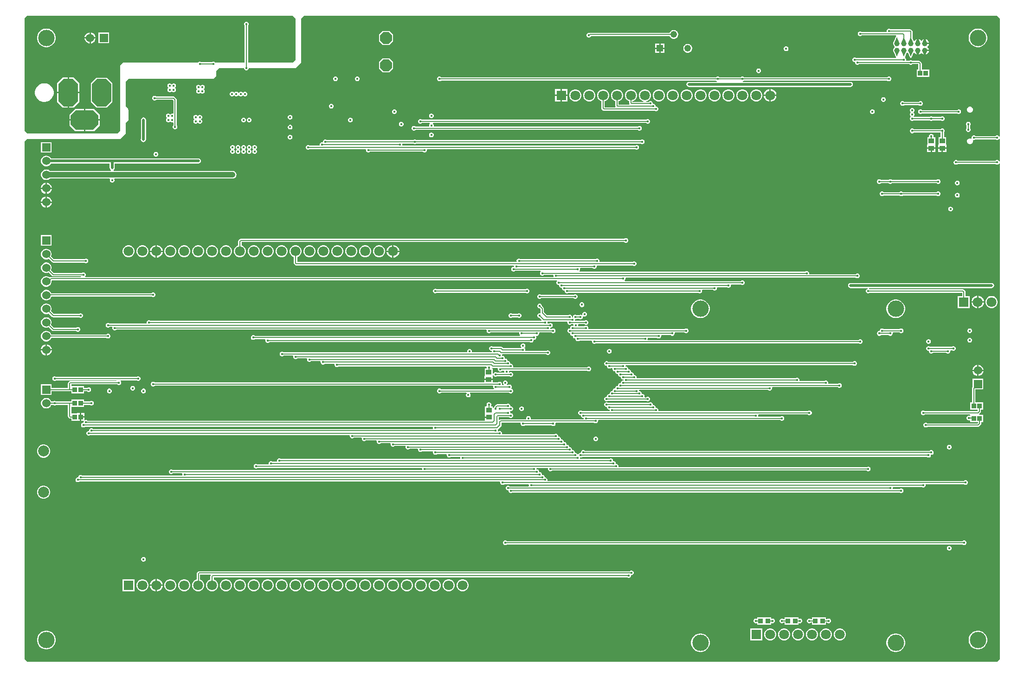
<source format=gbl>
G04*
G04 #@! TF.GenerationSoftware,Altium Limited,Altium Designer,21.4.1 (30)*
G04*
G04 Layer_Physical_Order=4*
G04 Layer_Color=16711680*
%FSLAX44Y44*%
%MOMM*%
G71*
G04*
G04 #@! TF.SameCoordinates,A141D3DD-4A5E-4641-B441-74F08AAE2887*
G04*
G04*
G04 #@! TF.FilePolarity,Positive*
G04*
G01*
G75*
%ADD10C,0.2000*%
%ADD31R,1.0000X0.9000*%
%ADD36R,0.8500X0.9500*%
%ADD69C,0.4500*%
%ADD106C,0.5000*%
%ADD107C,1.0000*%
%ADD109C,1.0000*%
%ADD110P,2.3369X8X112.5*%
%ADD111C,1.8000*%
%ADD112R,1.8000X1.8000*%
%ADD113R,1.2220X1.2220*%
%ADD114C,1.2220*%
%ADD115R,1.5240X1.5240*%
%ADD116C,1.5240*%
%ADD117C,3.0000*%
%ADD118C,2.0000*%
%ADD119R,1.5240X1.5240*%
G04:AMPARAMS|DCode=120|XSize=5mm|YSize=3.5mm|CornerRadius=0mm|HoleSize=0mm|Usage=FLASHONLY|Rotation=0.000|XOffset=0mm|YOffset=0mm|HoleType=Round|Shape=Octagon|*
%AMOCTAGOND120*
4,1,8,2.5000,-0.8750,2.5000,0.8750,1.6250,1.7500,-1.6250,1.7500,-2.5000,0.8750,-2.5000,-0.8750,-1.6250,-1.7500,1.6250,-1.7500,2.5000,-0.8750,0.0*
%
%ADD120OCTAGOND120*%

G04:AMPARAMS|DCode=121|XSize=5mm|YSize=3.5mm|CornerRadius=0mm|HoleSize=0mm|Usage=FLASHONLY|Rotation=270.000|XOffset=0mm|YOffset=0mm|HoleType=Round|Shape=Octagon|*
%AMOCTAGOND121*
4,1,8,-0.8750,-2.5000,0.8750,-2.5000,1.7500,-1.6250,1.7500,1.6250,0.8750,2.5000,-0.8750,2.5000,-1.7500,1.6250,-1.7500,-1.6250,-0.8750,-2.5000,0.0*
%
%ADD121OCTAGOND121*%

%ADD122C,0.5000*%
G36*
X505000Y1185000D02*
Y1110000D01*
X500000Y1105000D01*
X418059D01*
Y1172048D01*
X418603Y1172593D01*
X419250Y1174155D01*
Y1175845D01*
X418603Y1177407D01*
X417407Y1178603D01*
X415845Y1179250D01*
X414155D01*
X412593Y1178603D01*
X411397Y1177407D01*
X410750Y1175845D01*
Y1174155D01*
X411397Y1172593D01*
X411941Y1172048D01*
Y1105000D01*
X358510D01*
X357407Y1106103D01*
X355845Y1106750D01*
X354155D01*
X352593Y1106103D01*
X352048Y1105559D01*
X332952D01*
X332407Y1106103D01*
X330845Y1106750D01*
X329155D01*
X327593Y1106103D01*
X326490Y1105000D01*
X190000D01*
X185000Y1100000D01*
Y980000D01*
X185000D01*
X180000Y975000D01*
X15000D01*
X10000Y980000D01*
Y1185000D01*
X15000Y1190000D01*
Y1190000D01*
X500000D01*
X505000Y1185000D01*
D02*
G37*
G36*
X1790000Y1185000D02*
Y969853D01*
X1788730Y969601D01*
X1788603Y969907D01*
X1787407Y971103D01*
X1785845Y971750D01*
X1784155D01*
X1782593Y971103D01*
X1782048Y970559D01*
X1745452D01*
X1744907Y971103D01*
X1743345Y971750D01*
X1741655D01*
X1740093Y971103D01*
X1738897Y969907D01*
X1738250Y968345D01*
Y967018D01*
X1737462Y966291D01*
X1737096Y966121D01*
X1736544Y966350D01*
X1734456D01*
X1732526Y965551D01*
X1731049Y964074D01*
X1730250Y962144D01*
Y960056D01*
X1731049Y958126D01*
X1732526Y956649D01*
X1734456Y955850D01*
X1736544D01*
X1738474Y956649D01*
X1739951Y958126D01*
X1740750Y960056D01*
Y962144D01*
X1740697Y962272D01*
X1741655Y963250D01*
X1743345D01*
X1744907Y963897D01*
X1745452Y964441D01*
X1782048D01*
X1782593Y963897D01*
X1784155Y963250D01*
X1785845D01*
X1787407Y963897D01*
X1788603Y965093D01*
X1788730Y965399D01*
X1790000Y965147D01*
Y924853D01*
X1788730Y924601D01*
X1788603Y924907D01*
X1787407Y926103D01*
X1785845Y926750D01*
X1784155D01*
X1782593Y926103D01*
X1782048Y925559D01*
X1712952D01*
X1712407Y926103D01*
X1710845Y926750D01*
X1709155D01*
X1707593Y926103D01*
X1706397Y924907D01*
X1705750Y923345D01*
Y921655D01*
X1706397Y920093D01*
X1707593Y918897D01*
X1709155Y918250D01*
X1710845D01*
X1712407Y918897D01*
X1712952Y919441D01*
X1782048D01*
X1782593Y918897D01*
X1784155Y918250D01*
X1785845D01*
X1787407Y918897D01*
X1788603Y920093D01*
X1788730Y920399D01*
X1790000Y920147D01*
Y15000D01*
X1785000Y10000D01*
X15000D01*
X10000Y15000D01*
Y960000D01*
X15000Y965000D01*
X185000D01*
X195000Y975000D01*
Y995000D01*
X200000Y1000000D01*
Y1020000D01*
X195000Y1025000D01*
X195000Y1070000D01*
X200000Y1075000D01*
X355000Y1075000D01*
X360000Y1080000D01*
Y1090000D01*
X365000Y1095000D01*
X410750D01*
Y1094155D01*
X411397Y1092593D01*
X412593Y1091397D01*
X414155Y1090750D01*
X415845D01*
X417407Y1091397D01*
X418603Y1092593D01*
X419250Y1094155D01*
Y1095000D01*
X505000D01*
X515000Y1105000D01*
Y1185000D01*
X520000Y1190000D01*
X1785000D01*
X1790000Y1185000D01*
D02*
G37*
%LPC*%
G36*
X131338Y1160160D02*
X131270D01*
Y1151270D01*
X140160D01*
Y1151338D01*
X139468Y1153922D01*
X138130Y1156238D01*
X136238Y1158130D01*
X133922Y1159468D01*
X131338Y1160160D01*
D02*
G37*
G36*
X128730D02*
X128662D01*
X126078Y1159468D01*
X123762Y1158130D01*
X121870Y1156238D01*
X120532Y1153922D01*
X119840Y1151338D01*
Y1151270D01*
X128730D01*
Y1160160D01*
D02*
G37*
G36*
X164620Y1159620D02*
X145380D01*
Y1140380D01*
X164620D01*
Y1159620D01*
D02*
G37*
G36*
X140160Y1148730D02*
X131270D01*
Y1139840D01*
X131338D01*
X133922Y1140532D01*
X136238Y1141870D01*
X138130Y1143762D01*
X139468Y1146078D01*
X140160Y1148662D01*
Y1148730D01*
D02*
G37*
G36*
X128730D02*
X119840D01*
Y1148662D01*
X120532Y1146078D01*
X121870Y1143762D01*
X123762Y1141870D01*
X126078Y1140532D01*
X128662Y1139840D01*
X128730D01*
Y1148730D01*
D02*
G37*
G36*
X51674Y1167000D02*
X48326D01*
X45041Y1166347D01*
X41947Y1165065D01*
X39163Y1163205D01*
X36795Y1160837D01*
X34935Y1158053D01*
X33653Y1154959D01*
X33000Y1151674D01*
Y1148326D01*
X33653Y1145041D01*
X34935Y1141947D01*
X36795Y1139163D01*
X39163Y1136795D01*
X41947Y1134935D01*
X45041Y1133653D01*
X48326Y1133000D01*
X51674D01*
X54959Y1133653D01*
X58053Y1134935D01*
X60837Y1136795D01*
X63205Y1139163D01*
X65065Y1141947D01*
X66347Y1145041D01*
X67000Y1148326D01*
Y1151674D01*
X66347Y1154959D01*
X65065Y1158053D01*
X63205Y1160837D01*
X60837Y1163205D01*
X58053Y1165065D01*
X54959Y1166347D01*
X51674Y1167000D01*
D02*
G37*
G36*
X100020Y1077540D02*
X91270D01*
Y1051270D01*
X110040D01*
Y1067520D01*
X100020Y1077540D01*
D02*
G37*
G36*
X88730D02*
X79980D01*
X69960Y1067520D01*
Y1051270D01*
X88730D01*
Y1077540D01*
D02*
G37*
G36*
X47986Y1067000D02*
X44638D01*
X41353Y1066347D01*
X38259Y1065065D01*
X35475Y1063205D01*
X33107Y1060837D01*
X31247Y1058053D01*
X29965Y1054959D01*
X29312Y1051674D01*
Y1048326D01*
X29965Y1045041D01*
X31247Y1041947D01*
X33107Y1039163D01*
X35475Y1036795D01*
X38259Y1034935D01*
X41353Y1033653D01*
X44638Y1033000D01*
X47986D01*
X51271Y1033653D01*
X54365Y1034935D01*
X57149Y1036795D01*
X59517Y1039163D01*
X61377Y1041947D01*
X62659Y1045041D01*
X63312Y1048326D01*
Y1051674D01*
X62659Y1054959D01*
X61377Y1058053D01*
X59517Y1060837D01*
X57149Y1063205D01*
X54365Y1065065D01*
X51271Y1066347D01*
X47986Y1067000D01*
D02*
G37*
G36*
X160964Y1077000D02*
X141464D01*
X131714Y1067250D01*
Y1032750D01*
X141464Y1023000D01*
X160964D01*
X170714Y1032750D01*
Y1067250D01*
X160964Y1077000D01*
D02*
G37*
G36*
X110040Y1048730D02*
X91270D01*
Y1022460D01*
X100020D01*
X110040Y1032480D01*
Y1048730D01*
D02*
G37*
G36*
X88730D02*
X69960D01*
Y1032480D01*
X79980Y1022460D01*
X88730D01*
Y1048730D01*
D02*
G37*
G36*
X137492Y1020002D02*
X121242D01*
Y1001232D01*
X147512D01*
Y1009982D01*
X137492Y1020002D01*
D02*
G37*
G36*
X118702D02*
X102452D01*
X92432Y1009982D01*
Y1001232D01*
X118702D01*
Y1020002D01*
D02*
G37*
G36*
X147512Y998692D02*
X121242D01*
Y979922D01*
X137492D01*
X147512Y989942D01*
Y998692D01*
D02*
G37*
G36*
X118702D02*
X92432D01*
Y989942D01*
X102452Y979922D01*
X118702D01*
Y998692D01*
D02*
G37*
G36*
X1588345Y1166750D02*
X1586655D01*
X1585093Y1166103D01*
X1583897Y1164907D01*
X1583250Y1163345D01*
Y1161655D01*
X1583267Y1161615D01*
X1582561Y1160559D01*
X1537952D01*
X1537407Y1161103D01*
X1535845Y1161750D01*
X1534155D01*
X1532593Y1161103D01*
X1531397Y1159907D01*
X1530750Y1158345D01*
Y1156655D01*
X1531397Y1155093D01*
X1532593Y1153897D01*
X1534155Y1153250D01*
X1535845D01*
X1537407Y1153897D01*
X1537952Y1154441D01*
X1600591D01*
X1600905Y1153850D01*
X1600976Y1153171D01*
X1600861Y1153095D01*
X1600859Y1153091D01*
X1600855Y1153089D01*
X1600636Y1152760D01*
X1600418Y1152434D01*
X1597263Y1144862D01*
X1596699Y1144298D01*
X1595777Y1142702D01*
X1595300Y1140922D01*
Y1139849D01*
X1595261Y1139654D01*
X1595261Y1139652D01*
X1595261Y1139650D01*
X1595300Y1139453D01*
Y1139078D01*
X1595777Y1137298D01*
X1596699Y1135702D01*
X1598002Y1134399D01*
X1598199Y1134285D01*
Y1133015D01*
X1598002Y1132901D01*
X1596699Y1131598D01*
X1595777Y1130002D01*
X1595383Y1128530D01*
X1595316Y1128430D01*
X1595316Y1128428D01*
X1595314Y1128426D01*
X1595238Y1128037D01*
X1595161Y1127650D01*
X1595161Y1127648D01*
X1595161Y1127646D01*
X1595238Y1127260D01*
X1595300Y1126950D01*
Y1126378D01*
X1595777Y1124598D01*
X1596699Y1123002D01*
X1597091Y1122609D01*
X1600318Y1114866D01*
X1600538Y1114537D01*
X1600677Y1114329D01*
X1600536Y1113752D01*
X1600191Y1113059D01*
X1527952D01*
X1527407Y1113603D01*
X1525845Y1114250D01*
X1524155D01*
X1522593Y1113603D01*
X1521397Y1112407D01*
X1520750Y1110845D01*
Y1109155D01*
X1521397Y1107593D01*
X1522593Y1106397D01*
X1524155Y1105750D01*
X1525750D01*
Y1104155D01*
X1526397Y1102593D01*
X1527593Y1101397D01*
X1529155Y1100750D01*
X1530845D01*
X1532407Y1101397D01*
X1532952Y1101941D01*
X1624548D01*
X1625093Y1101397D01*
X1626655Y1100750D01*
X1628345D01*
X1629907Y1101397D01*
X1630452Y1101941D01*
X1641233D01*
X1641441Y1101733D01*
Y1091750D01*
X1638250D01*
Y1078250D01*
X1661250D01*
Y1091750D01*
X1647559D01*
Y1103000D01*
X1647326Y1104171D01*
X1646663Y1105163D01*
X1644663Y1107163D01*
X1643671Y1107826D01*
X1642500Y1108059D01*
X1642500Y1108059D01*
X1630452D01*
X1629907Y1108603D01*
X1628345Y1109250D01*
X1626655D01*
X1625093Y1108603D01*
X1624548Y1108059D01*
X1619939D01*
X1619234Y1109115D01*
X1619250Y1109155D01*
Y1110845D01*
X1618603Y1112407D01*
X1617407Y1113603D01*
X1617372Y1113647D01*
X1617113Y1114292D01*
X1616999Y1115147D01*
X1620037Y1122438D01*
X1620601Y1123002D01*
X1620715Y1123199D01*
X1621985D01*
X1622099Y1123002D01*
X1622663Y1122438D01*
X1625818Y1114866D01*
X1626038Y1114537D01*
X1626255Y1114211D01*
X1626259Y1114209D01*
X1626261Y1114205D01*
X1626592Y1113985D01*
X1626916Y1113768D01*
X1626920Y1113767D01*
X1626924Y1113764D01*
X1627311Y1113688D01*
X1627696Y1113611D01*
X1627700Y1113612D01*
X1627704Y1113611D01*
X1628089Y1113688D01*
X1628476Y1113764D01*
X1628480Y1113767D01*
X1628484Y1113768D01*
X1628810Y1113986D01*
X1629139Y1114205D01*
X1629141Y1114209D01*
X1629145Y1114211D01*
X1629364Y1114540D01*
X1629582Y1114866D01*
X1632737Y1122438D01*
X1632926Y1122626D01*
X1634172Y1122664D01*
X1634500Y1122537D01*
X1635770Y1121266D01*
X1637490Y1120274D01*
X1638597Y1119977D01*
X1635400Y1127650D01*
X1645400D01*
X1642203Y1119977D01*
X1643310Y1120274D01*
X1645030Y1121266D01*
X1645905Y1122142D01*
X1646750Y1122526D01*
X1647595Y1122142D01*
X1648470Y1121266D01*
X1650190Y1120274D01*
X1651297Y1119977D01*
X1648100Y1127650D01*
X1653100D01*
Y1128570D01*
X1660566D01*
X1660126Y1130210D01*
X1659133Y1131930D01*
X1658258Y1132805D01*
X1657874Y1133650D01*
X1658258Y1134495D01*
X1659133Y1135370D01*
X1660126Y1137090D01*
X1660566Y1138730D01*
X1653100D01*
Y1139650D01*
X1648100D01*
X1651297Y1147323D01*
X1650190Y1147026D01*
X1648470Y1146033D01*
X1647595Y1145158D01*
X1646750Y1144774D01*
X1645905Y1145158D01*
X1645030Y1146033D01*
X1643310Y1147026D01*
X1642203Y1147323D01*
X1645400Y1139650D01*
X1635400D01*
X1638597Y1147323D01*
X1637490Y1147026D01*
X1635770Y1146033D01*
X1634500Y1144763D01*
X1634172Y1144636D01*
X1632926Y1144674D01*
X1632737Y1144862D01*
X1630759Y1149611D01*
Y1161328D01*
X1630759Y1161328D01*
X1630526Y1162499D01*
X1629863Y1163491D01*
X1629863Y1163491D01*
X1628691Y1164663D01*
X1627699Y1165326D01*
X1626528Y1165559D01*
X1626528Y1165559D01*
X1590452D01*
X1589907Y1166103D01*
X1588345Y1166750D01*
D02*
G37*
G36*
X1196068Y1164445D02*
X1193932D01*
X1191870Y1163892D01*
X1190020Y1162825D01*
X1188510Y1161315D01*
X1187443Y1159465D01*
X1187423Y1159394D01*
X1042012D01*
X1042011Y1159394D01*
X1040989Y1159190D01*
X1040845Y1159250D01*
X1039155D01*
X1037593Y1158603D01*
X1036397Y1157407D01*
X1035750Y1155845D01*
Y1154155D01*
X1036397Y1152593D01*
X1037593Y1151397D01*
X1039155Y1150750D01*
X1040845D01*
X1042407Y1151397D01*
X1043603Y1152593D01*
X1043886Y1153276D01*
X1187423D01*
X1187443Y1153205D01*
X1188510Y1151355D01*
X1190020Y1149845D01*
X1191870Y1148778D01*
X1193932Y1148225D01*
X1196068D01*
X1198130Y1148778D01*
X1199980Y1149845D01*
X1201490Y1151355D01*
X1202557Y1153205D01*
X1203110Y1155267D01*
Y1157403D01*
X1202557Y1159465D01*
X1201490Y1161315D01*
X1199980Y1162825D01*
X1198130Y1163892D01*
X1196068Y1164445D01*
D02*
G37*
G36*
X1654903Y1147323D02*
X1657425Y1141270D01*
X1660566D01*
X1660126Y1142910D01*
X1659133Y1144630D01*
X1657730Y1146033D01*
X1656010Y1147026D01*
X1654903Y1147323D01*
D02*
G37*
G36*
X676397Y1162795D02*
X663603D01*
X657205Y1156397D01*
Y1143603D01*
X663603Y1137205D01*
X676397D01*
X682795Y1143603D01*
Y1156397D01*
X676397Y1162795D01*
D02*
G37*
G36*
X1751674Y1167000D02*
X1748326D01*
X1745041Y1166347D01*
X1741947Y1165065D01*
X1739163Y1163205D01*
X1736795Y1160837D01*
X1734935Y1158053D01*
X1733653Y1154959D01*
X1733000Y1151674D01*
Y1148326D01*
X1733653Y1145041D01*
X1734935Y1141947D01*
X1736795Y1139163D01*
X1739163Y1136795D01*
X1741947Y1134935D01*
X1745041Y1133653D01*
X1748326Y1133000D01*
X1751674D01*
X1754959Y1133653D01*
X1758053Y1134935D01*
X1760837Y1136795D01*
X1763205Y1139163D01*
X1765065Y1141947D01*
X1766347Y1145041D01*
X1767000Y1148326D01*
Y1151674D01*
X1766347Y1154959D01*
X1765065Y1158053D01*
X1763205Y1160837D01*
X1760837Y1163205D01*
X1758053Y1165065D01*
X1754959Y1166347D01*
X1751674Y1167000D01*
D02*
G37*
G36*
X1178250Y1139585D02*
X1170870D01*
Y1132205D01*
X1178250D01*
Y1139585D01*
D02*
G37*
G36*
X1168330D02*
X1160950D01*
Y1132205D01*
X1168330D01*
Y1139585D01*
D02*
G37*
G36*
X1400845Y1134250D02*
X1399155D01*
X1397593Y1133603D01*
X1396397Y1132407D01*
X1395750Y1130845D01*
Y1129155D01*
X1396397Y1127593D01*
X1397593Y1126397D01*
X1399155Y1125750D01*
X1400845D01*
X1402407Y1126397D01*
X1403603Y1127593D01*
X1404250Y1129155D01*
Y1130845D01*
X1403603Y1132407D01*
X1402407Y1133603D01*
X1400845Y1134250D01*
D02*
G37*
G36*
X1221468Y1139045D02*
X1219332D01*
X1217270Y1138492D01*
X1215420Y1137425D01*
X1213910Y1135915D01*
X1212843Y1134065D01*
X1212290Y1132003D01*
Y1129867D01*
X1212843Y1127805D01*
X1213910Y1125955D01*
X1215420Y1124445D01*
X1217270Y1123378D01*
X1219332Y1122825D01*
X1221468D01*
X1223530Y1123378D01*
X1225380Y1124445D01*
X1226890Y1125955D01*
X1227957Y1127805D01*
X1228510Y1129867D01*
Y1132003D01*
X1227957Y1134065D01*
X1226890Y1135915D01*
X1225380Y1137425D01*
X1223530Y1138492D01*
X1221468Y1139045D01*
D02*
G37*
G36*
X1178250Y1129665D02*
X1170870D01*
Y1122285D01*
X1178250D01*
Y1129665D01*
D02*
G37*
G36*
X1168330D02*
X1160950D01*
Y1122285D01*
X1168330D01*
Y1129665D01*
D02*
G37*
G36*
X1660566Y1126030D02*
X1657425D01*
X1654903Y1119977D01*
X1656010Y1120274D01*
X1657730Y1121266D01*
X1659133Y1122670D01*
X1660126Y1124390D01*
X1660566Y1126030D01*
D02*
G37*
G36*
X676397Y1112795D02*
X663603D01*
X657205Y1106397D01*
Y1093603D01*
X663603Y1087205D01*
X676397D01*
X682795Y1093603D01*
Y1106397D01*
X676397Y1112795D01*
D02*
G37*
G36*
X1350845Y1094250D02*
X1349155D01*
X1347593Y1093603D01*
X1346397Y1092407D01*
X1345750Y1090845D01*
Y1089155D01*
X1346397Y1087593D01*
X1347593Y1086397D01*
X1349155Y1085750D01*
X1350845D01*
X1352407Y1086397D01*
X1353603Y1087593D01*
X1354250Y1089155D01*
Y1090845D01*
X1353603Y1092407D01*
X1352407Y1093603D01*
X1350845Y1094250D01*
D02*
G37*
G36*
X1588345Y1079250D02*
X1586655D01*
X1585093Y1078603D01*
X1584548Y1078059D01*
X1322952D01*
X1322407Y1078603D01*
X1320845Y1079250D01*
X1319155D01*
X1317593Y1078603D01*
X1317048Y1078059D01*
X1277952D01*
X1277407Y1078603D01*
X1275845Y1079250D01*
X1274155D01*
X1272593Y1078603D01*
X1272048Y1078059D01*
X770452D01*
X769907Y1078603D01*
X768345Y1079250D01*
X766655D01*
X765093Y1078603D01*
X763897Y1077407D01*
X763250Y1075845D01*
Y1074155D01*
X763897Y1072593D01*
X765093Y1071397D01*
X766655Y1070750D01*
X768345D01*
X769907Y1071397D01*
X770452Y1071941D01*
X1272048D01*
X1272593Y1071397D01*
X1273894Y1070858D01*
X1273641Y1069588D01*
X1222500D01*
X1220744Y1069239D01*
X1219256Y1068244D01*
X1218261Y1066756D01*
X1217912Y1065000D01*
X1218261Y1063244D01*
X1219256Y1061756D01*
X1220744Y1060761D01*
X1222500Y1060412D01*
X1517500D01*
X1519256Y1060761D01*
X1520744Y1061756D01*
X1521739Y1063244D01*
X1522088Y1065000D01*
X1521739Y1066756D01*
X1520744Y1068244D01*
X1519256Y1069239D01*
X1517500Y1069588D01*
X1321359D01*
X1321106Y1070858D01*
X1322407Y1071397D01*
X1322952Y1071941D01*
X1584548D01*
X1585093Y1071397D01*
X1586655Y1070750D01*
X1588345D01*
X1589907Y1071397D01*
X1591103Y1072593D01*
X1591750Y1074155D01*
Y1075845D01*
X1591103Y1077407D01*
X1589907Y1078603D01*
X1588345Y1079250D01*
D02*
G37*
G36*
X618345D02*
X616655D01*
X615093Y1078603D01*
X613897Y1077407D01*
X613250Y1075845D01*
Y1074155D01*
X613897Y1072593D01*
X615093Y1071397D01*
X616655Y1070750D01*
X618345D01*
X619907Y1071397D01*
X621103Y1072593D01*
X621750Y1074155D01*
Y1075845D01*
X621103Y1077407D01*
X619907Y1078603D01*
X618345Y1079250D01*
D02*
G37*
G36*
X578345D02*
X576655D01*
X575093Y1078603D01*
X573897Y1077407D01*
X573250Y1075845D01*
Y1074155D01*
X573897Y1072593D01*
X575093Y1071397D01*
X576655Y1070750D01*
X578345D01*
X579907Y1071397D01*
X581103Y1072593D01*
X581750Y1074155D01*
Y1075845D01*
X581103Y1077407D01*
X579907Y1078603D01*
X578345Y1079250D01*
D02*
G37*
G36*
X283345Y1066750D02*
X281655D01*
X280093Y1066103D01*
X279580Y1065590D01*
X278750Y1065010D01*
X277920Y1065590D01*
X277407Y1066103D01*
X275845Y1066750D01*
X274155D01*
X272593Y1066103D01*
X271397Y1064907D01*
X270750Y1063345D01*
Y1061655D01*
X271397Y1060093D01*
X271910Y1059580D01*
X272490Y1058750D01*
X271910Y1057920D01*
X271397Y1057407D01*
X270750Y1055845D01*
Y1054155D01*
X271397Y1052593D01*
X272593Y1051397D01*
X274155Y1050750D01*
X275845D01*
X277407Y1051397D01*
X277920Y1051910D01*
X278750Y1052490D01*
X279580Y1051910D01*
X280093Y1051397D01*
X281655Y1050750D01*
X283345D01*
X284907Y1051397D01*
X286103Y1052593D01*
X286750Y1054155D01*
Y1055845D01*
X286103Y1057407D01*
X285590Y1057920D01*
X285010Y1058750D01*
X285590Y1059580D01*
X286103Y1060093D01*
X286750Y1061655D01*
Y1063345D01*
X286103Y1064907D01*
X284907Y1066103D01*
X283345Y1066750D01*
D02*
G37*
G36*
X335845Y1064250D02*
X334155D01*
X332593Y1063603D01*
X332080Y1063090D01*
X331250Y1062510D01*
X330420Y1063090D01*
X329907Y1063603D01*
X328345Y1064250D01*
X326655D01*
X325093Y1063603D01*
X323897Y1062407D01*
X323250Y1060845D01*
Y1059155D01*
X323897Y1057593D01*
X324410Y1057080D01*
X324990Y1056250D01*
X324410Y1055420D01*
X323897Y1054907D01*
X323250Y1053345D01*
Y1051655D01*
X323897Y1050093D01*
X325093Y1048897D01*
X326655Y1048250D01*
X328345D01*
X329907Y1048897D01*
X330420Y1049410D01*
X331250Y1049990D01*
X332080Y1049410D01*
X332593Y1048897D01*
X334155Y1048250D01*
X335845D01*
X337407Y1048897D01*
X338603Y1050093D01*
X339250Y1051655D01*
Y1053345D01*
X338603Y1054907D01*
X338090Y1055420D01*
X337510Y1056250D01*
X338090Y1057080D01*
X338603Y1057593D01*
X339250Y1059155D01*
Y1060845D01*
X338603Y1062407D01*
X337407Y1063603D01*
X335845Y1064250D01*
D02*
G37*
G36*
X397551Y1051898D02*
X395861D01*
X394299Y1051251D01*
X393786Y1050738D01*
X392956Y1050158D01*
X392126Y1050738D01*
X391614Y1051251D01*
X390051Y1051898D01*
X388361D01*
X386799Y1051251D01*
X385603Y1050055D01*
X384956Y1048493D01*
Y1046802D01*
X385603Y1045240D01*
X386799Y1044045D01*
X388361Y1043398D01*
X390051D01*
X391614Y1044045D01*
X392126Y1044558D01*
X392956Y1045137D01*
X393786Y1044558D01*
X394299Y1044045D01*
X395861Y1043398D01*
X397551D01*
X399114Y1044045D01*
X400063Y1044994D01*
X401021Y1045065D01*
X401557Y1044933D01*
X402593Y1043897D01*
X404155Y1043250D01*
X405845D01*
X407407Y1043897D01*
X407920Y1044410D01*
X408750Y1044990D01*
X409580Y1044410D01*
X410093Y1043897D01*
X411655Y1043250D01*
X413345D01*
X414907Y1043897D01*
X416103Y1045093D01*
X416750Y1046655D01*
Y1048345D01*
X416103Y1049907D01*
X414907Y1051103D01*
X413345Y1051750D01*
X411655D01*
X410093Y1051103D01*
X409580Y1050590D01*
X408750Y1050010D01*
X407920Y1050590D01*
X407407Y1051103D01*
X405845Y1051750D01*
X404155D01*
X402593Y1051103D01*
X401643Y1050153D01*
X400685Y1050083D01*
X400150Y1050214D01*
X399114Y1051251D01*
X397551Y1051898D01*
D02*
G37*
G36*
X1372319Y1056540D02*
X1372070D01*
Y1046270D01*
X1382340D01*
Y1046519D01*
X1381553Y1049454D01*
X1380034Y1052086D01*
X1377886Y1054234D01*
X1375254Y1055753D01*
X1372319Y1056540D01*
D02*
G37*
G36*
X1369530D02*
X1369281D01*
X1366346Y1055753D01*
X1363714Y1054234D01*
X1361566Y1052086D01*
X1360047Y1049454D01*
X1359260Y1046519D01*
Y1046270D01*
X1369530D01*
Y1056540D01*
D02*
G37*
G36*
X1001340D02*
X991070D01*
Y1046270D01*
X1001340D01*
Y1056540D01*
D02*
G37*
G36*
X988530D02*
X978260D01*
Y1046270D01*
X988530D01*
Y1056540D01*
D02*
G37*
G36*
X1346848Y1056000D02*
X1343952D01*
X1341154Y1055250D01*
X1338646Y1053802D01*
X1336598Y1051754D01*
X1335150Y1049246D01*
X1334400Y1046448D01*
Y1043552D01*
X1335150Y1040754D01*
X1336598Y1038246D01*
X1338646Y1036198D01*
X1341154Y1034750D01*
X1343952Y1034000D01*
X1346848D01*
X1349646Y1034750D01*
X1352154Y1036198D01*
X1354202Y1038246D01*
X1355650Y1040754D01*
X1356400Y1043552D01*
Y1046448D01*
X1355650Y1049246D01*
X1354202Y1051754D01*
X1352154Y1053802D01*
X1349646Y1055250D01*
X1346848Y1056000D01*
D02*
G37*
G36*
X1321448D02*
X1318552D01*
X1315754Y1055250D01*
X1313246Y1053802D01*
X1311198Y1051754D01*
X1309750Y1049246D01*
X1309000Y1046448D01*
Y1043552D01*
X1309750Y1040754D01*
X1311198Y1038246D01*
X1313246Y1036198D01*
X1315754Y1034750D01*
X1318552Y1034000D01*
X1321448D01*
X1324246Y1034750D01*
X1326754Y1036198D01*
X1328802Y1038246D01*
X1330250Y1040754D01*
X1331000Y1043552D01*
Y1046448D01*
X1330250Y1049246D01*
X1328802Y1051754D01*
X1326754Y1053802D01*
X1324246Y1055250D01*
X1321448Y1056000D01*
D02*
G37*
G36*
X1296048D02*
X1293152D01*
X1290354Y1055250D01*
X1287846Y1053802D01*
X1285798Y1051754D01*
X1284350Y1049246D01*
X1283600Y1046448D01*
Y1043552D01*
X1284350Y1040754D01*
X1285798Y1038246D01*
X1287846Y1036198D01*
X1290354Y1034750D01*
X1293152Y1034000D01*
X1296048D01*
X1298846Y1034750D01*
X1301354Y1036198D01*
X1303402Y1038246D01*
X1304850Y1040754D01*
X1305600Y1043552D01*
Y1046448D01*
X1304850Y1049246D01*
X1303402Y1051754D01*
X1301354Y1053802D01*
X1298846Y1055250D01*
X1296048Y1056000D01*
D02*
G37*
G36*
X1270648D02*
X1267752D01*
X1264954Y1055250D01*
X1262446Y1053802D01*
X1260398Y1051754D01*
X1258950Y1049246D01*
X1258200Y1046448D01*
Y1043552D01*
X1258950Y1040754D01*
X1260398Y1038246D01*
X1262446Y1036198D01*
X1264954Y1034750D01*
X1267752Y1034000D01*
X1270648D01*
X1273446Y1034750D01*
X1275954Y1036198D01*
X1278002Y1038246D01*
X1279450Y1040754D01*
X1280200Y1043552D01*
Y1046448D01*
X1279450Y1049246D01*
X1278002Y1051754D01*
X1275954Y1053802D01*
X1273446Y1055250D01*
X1270648Y1056000D01*
D02*
G37*
G36*
X1245248D02*
X1242352D01*
X1239554Y1055250D01*
X1237046Y1053802D01*
X1234998Y1051754D01*
X1233550Y1049246D01*
X1232800Y1046448D01*
Y1043552D01*
X1233550Y1040754D01*
X1234998Y1038246D01*
X1237046Y1036198D01*
X1239554Y1034750D01*
X1242352Y1034000D01*
X1245248D01*
X1248046Y1034750D01*
X1250554Y1036198D01*
X1252602Y1038246D01*
X1254050Y1040754D01*
X1254800Y1043552D01*
Y1046448D01*
X1254050Y1049246D01*
X1252602Y1051754D01*
X1250554Y1053802D01*
X1248046Y1055250D01*
X1245248Y1056000D01*
D02*
G37*
G36*
X1219848D02*
X1216952D01*
X1214154Y1055250D01*
X1211646Y1053802D01*
X1209598Y1051754D01*
X1208150Y1049246D01*
X1207400Y1046448D01*
Y1043552D01*
X1208150Y1040754D01*
X1209598Y1038246D01*
X1211646Y1036198D01*
X1214154Y1034750D01*
X1216952Y1034000D01*
X1219848D01*
X1222646Y1034750D01*
X1225154Y1036198D01*
X1227202Y1038246D01*
X1228650Y1040754D01*
X1229400Y1043552D01*
Y1046448D01*
X1228650Y1049246D01*
X1227202Y1051754D01*
X1225154Y1053802D01*
X1222646Y1055250D01*
X1219848Y1056000D01*
D02*
G37*
G36*
X1194448D02*
X1191552D01*
X1188754Y1055250D01*
X1186246Y1053802D01*
X1184198Y1051754D01*
X1182750Y1049246D01*
X1182000Y1046448D01*
Y1043552D01*
X1182750Y1040754D01*
X1184198Y1038246D01*
X1186246Y1036198D01*
X1188754Y1034750D01*
X1191552Y1034000D01*
X1194448D01*
X1197246Y1034750D01*
X1199754Y1036198D01*
X1201802Y1038246D01*
X1203250Y1040754D01*
X1204000Y1043552D01*
Y1046448D01*
X1203250Y1049246D01*
X1201802Y1051754D01*
X1199754Y1053802D01*
X1197246Y1055250D01*
X1194448Y1056000D01*
D02*
G37*
G36*
X1169048D02*
X1166152D01*
X1163354Y1055250D01*
X1160846Y1053802D01*
X1158798Y1051754D01*
X1157350Y1049246D01*
X1156600Y1046448D01*
Y1043552D01*
X1157350Y1040754D01*
X1158798Y1038246D01*
X1160846Y1036198D01*
X1163354Y1034750D01*
X1166152Y1034000D01*
X1169048D01*
X1171846Y1034750D01*
X1174354Y1036198D01*
X1176402Y1038246D01*
X1177850Y1040754D01*
X1178600Y1043552D01*
Y1046448D01*
X1177850Y1049246D01*
X1176402Y1051754D01*
X1174354Y1053802D01*
X1171846Y1055250D01*
X1169048Y1056000D01*
D02*
G37*
G36*
X1042048D02*
X1039152D01*
X1036354Y1055250D01*
X1033846Y1053802D01*
X1031798Y1051754D01*
X1030350Y1049246D01*
X1029600Y1046448D01*
Y1043552D01*
X1030350Y1040754D01*
X1031798Y1038246D01*
X1033846Y1036198D01*
X1036354Y1034750D01*
X1039152Y1034000D01*
X1042048D01*
X1044846Y1034750D01*
X1047354Y1036198D01*
X1049402Y1038246D01*
X1050850Y1040754D01*
X1051600Y1043552D01*
Y1046448D01*
X1050850Y1049246D01*
X1049402Y1051754D01*
X1047354Y1053802D01*
X1044846Y1055250D01*
X1042048Y1056000D01*
D02*
G37*
G36*
X1016648D02*
X1013752D01*
X1010954Y1055250D01*
X1008446Y1053802D01*
X1006398Y1051754D01*
X1004950Y1049246D01*
X1004200Y1046448D01*
Y1043552D01*
X1004950Y1040754D01*
X1006398Y1038246D01*
X1008446Y1036198D01*
X1010954Y1034750D01*
X1013752Y1034000D01*
X1016648D01*
X1019446Y1034750D01*
X1021954Y1036198D01*
X1024002Y1038246D01*
X1025450Y1040754D01*
X1026200Y1043552D01*
Y1046448D01*
X1025450Y1049246D01*
X1024002Y1051754D01*
X1021954Y1053802D01*
X1019446Y1055250D01*
X1016648Y1056000D01*
D02*
G37*
G36*
X1382340Y1043730D02*
X1372070D01*
Y1033460D01*
X1372319D01*
X1375254Y1034246D01*
X1377886Y1035766D01*
X1380034Y1037914D01*
X1381553Y1040546D01*
X1382340Y1043481D01*
Y1043730D01*
D02*
G37*
G36*
X1369530D02*
X1359260D01*
Y1043481D01*
X1360047Y1040546D01*
X1361566Y1037914D01*
X1363714Y1035766D01*
X1366346Y1034246D01*
X1369281Y1033460D01*
X1369530D01*
Y1043730D01*
D02*
G37*
G36*
X1001340D02*
X991070D01*
Y1033460D01*
X1001340D01*
Y1043730D01*
D02*
G37*
G36*
X988530D02*
X978260D01*
Y1033460D01*
X988530D01*
Y1043730D01*
D02*
G37*
G36*
X1578345Y1041750D02*
X1576655D01*
X1575093Y1041103D01*
X1573897Y1039907D01*
X1573250Y1038345D01*
Y1036655D01*
X1573897Y1035093D01*
X1575093Y1033897D01*
X1576655Y1033250D01*
X1578345D01*
X1579907Y1033897D01*
X1581103Y1035093D01*
X1581750Y1036655D01*
Y1038345D01*
X1581103Y1039907D01*
X1579907Y1041103D01*
X1578345Y1041750D01*
D02*
G37*
G36*
X1645845Y1034250D02*
X1644155D01*
X1642593Y1033603D01*
X1642048Y1033059D01*
X1615452D01*
X1614907Y1033603D01*
X1613345Y1034250D01*
X1611655D01*
X1610093Y1033603D01*
X1608897Y1032407D01*
X1608250Y1030845D01*
Y1029155D01*
X1608897Y1027593D01*
X1610093Y1026397D01*
X1611655Y1025750D01*
X1613345D01*
X1614907Y1026397D01*
X1615452Y1026941D01*
X1642048D01*
X1642593Y1026397D01*
X1644155Y1025750D01*
X1645845D01*
X1647407Y1026397D01*
X1648603Y1027593D01*
X1649250Y1029155D01*
Y1030845D01*
X1648603Y1032407D01*
X1647407Y1033603D01*
X1645845Y1034250D01*
D02*
G37*
G36*
X1143648Y1056000D02*
X1140752D01*
X1137954Y1055250D01*
X1135446Y1053802D01*
X1133398Y1051754D01*
X1131950Y1049246D01*
X1131200Y1046448D01*
Y1043552D01*
X1131950Y1040754D01*
X1133398Y1038246D01*
X1135446Y1036198D01*
X1137954Y1034750D01*
X1139525Y1034329D01*
X1139358Y1033059D01*
X1119859D01*
Y1034432D01*
X1121046Y1034750D01*
X1123554Y1036198D01*
X1125602Y1038246D01*
X1127050Y1040754D01*
X1127800Y1043552D01*
Y1046448D01*
X1127050Y1049246D01*
X1125602Y1051754D01*
X1123554Y1053802D01*
X1121046Y1055250D01*
X1118248Y1056000D01*
X1115352D01*
X1112554Y1055250D01*
X1110046Y1053802D01*
X1107998Y1051754D01*
X1106550Y1049246D01*
X1105800Y1046448D01*
Y1043552D01*
X1106550Y1040754D01*
X1107998Y1038246D01*
X1110046Y1036198D01*
X1112554Y1034750D01*
X1113741Y1034432D01*
Y1031172D01*
X1113741Y1031172D01*
X1113974Y1030001D01*
X1114423Y1029329D01*
X1113947Y1028059D01*
X1094459D01*
Y1034432D01*
X1095646Y1034750D01*
X1098154Y1036198D01*
X1100202Y1038246D01*
X1101650Y1040754D01*
X1102400Y1043552D01*
Y1046448D01*
X1101650Y1049246D01*
X1100202Y1051754D01*
X1098154Y1053802D01*
X1095646Y1055250D01*
X1092848Y1056000D01*
X1089952D01*
X1087154Y1055250D01*
X1084646Y1053802D01*
X1082598Y1051754D01*
X1081150Y1049246D01*
X1080400Y1046448D01*
Y1043552D01*
X1081150Y1040754D01*
X1082598Y1038246D01*
X1084646Y1036198D01*
X1087154Y1034750D01*
X1088341Y1034432D01*
Y1026172D01*
X1088341Y1026172D01*
X1088574Y1025001D01*
X1089023Y1024329D01*
X1088547Y1023059D01*
X1069059D01*
Y1034432D01*
X1070246Y1034750D01*
X1072754Y1036198D01*
X1074802Y1038246D01*
X1076250Y1040754D01*
X1077000Y1043552D01*
Y1046448D01*
X1076250Y1049246D01*
X1074802Y1051754D01*
X1072754Y1053802D01*
X1070246Y1055250D01*
X1067448Y1056000D01*
X1064552D01*
X1061754Y1055250D01*
X1059246Y1053802D01*
X1057198Y1051754D01*
X1055750Y1049246D01*
X1055000Y1046448D01*
Y1043552D01*
X1055750Y1040754D01*
X1057198Y1038246D01*
X1059246Y1036198D01*
X1061754Y1034750D01*
X1062941Y1034432D01*
Y1021500D01*
X1062941Y1021500D01*
X1063174Y1020330D01*
X1063837Y1019337D01*
X1065337Y1017837D01*
X1065337Y1017837D01*
X1066329Y1017174D01*
X1067500Y1016941D01*
X1159548D01*
X1160093Y1016397D01*
X1161655Y1015750D01*
X1163345D01*
X1164907Y1016397D01*
X1166103Y1017593D01*
X1166750Y1019155D01*
Y1020845D01*
X1166103Y1022407D01*
X1164907Y1023603D01*
X1163345Y1024250D01*
X1161750D01*
Y1025845D01*
X1161103Y1027407D01*
X1159907Y1028603D01*
X1158345Y1029250D01*
X1156750D01*
Y1030845D01*
X1156103Y1032407D01*
X1154907Y1033603D01*
X1153345Y1034250D01*
X1151655D01*
X1150093Y1033603D01*
X1149548Y1033059D01*
X1145042D01*
X1144875Y1034329D01*
X1146446Y1034750D01*
X1148954Y1036198D01*
X1151002Y1038246D01*
X1152450Y1040754D01*
X1153200Y1043552D01*
Y1046448D01*
X1152450Y1049246D01*
X1151002Y1051754D01*
X1148954Y1053802D01*
X1146446Y1055250D01*
X1143648Y1056000D01*
D02*
G37*
G36*
X570845Y1029250D02*
X569155D01*
X567593Y1028603D01*
X566397Y1027407D01*
X565750Y1025845D01*
Y1024155D01*
X566397Y1022593D01*
X567593Y1021397D01*
X569155Y1020750D01*
X570845D01*
X572407Y1021397D01*
X573603Y1022593D01*
X574250Y1024155D01*
Y1025845D01*
X573603Y1027407D01*
X572407Y1028603D01*
X570845Y1029250D01*
D02*
G37*
G36*
X1715845Y1019250D02*
X1714155D01*
X1712593Y1018603D01*
X1712048Y1018059D01*
X1647952D01*
X1647407Y1018603D01*
X1645845Y1019250D01*
X1644155D01*
X1642593Y1018603D01*
X1641397Y1017407D01*
X1640750Y1015845D01*
Y1014155D01*
X1641397Y1012593D01*
X1642593Y1011397D01*
X1644155Y1010750D01*
X1645845D01*
X1647407Y1011397D01*
X1647952Y1011941D01*
X1712048D01*
X1712593Y1011397D01*
X1714155Y1010750D01*
X1715845D01*
X1717407Y1011397D01*
X1718603Y1012593D01*
X1719250Y1014155D01*
Y1015845D01*
X1718603Y1017407D01*
X1717407Y1018603D01*
X1715845Y1019250D01*
D02*
G37*
G36*
X1736544Y1024150D02*
X1734456D01*
X1732526Y1023351D01*
X1731049Y1021874D01*
X1730250Y1019944D01*
Y1017856D01*
X1731049Y1015926D01*
X1732526Y1014449D01*
X1734456Y1013650D01*
X1736544D01*
X1738474Y1014449D01*
X1739951Y1015926D01*
X1740750Y1017856D01*
Y1019944D01*
X1739951Y1021874D01*
X1738474Y1023351D01*
X1736544Y1024150D01*
D02*
G37*
G36*
X248345Y1044250D02*
X246655D01*
X245093Y1043603D01*
X243897Y1042407D01*
X243250Y1040845D01*
Y1039155D01*
X243897Y1037593D01*
X245093Y1036397D01*
X246655Y1035750D01*
X248345D01*
X249907Y1036397D01*
X250452Y1036941D01*
X280621D01*
X281941Y1035621D01*
Y1012439D01*
X280885Y1011733D01*
X280845Y1011750D01*
X279155D01*
X277593Y1011103D01*
X277080Y1010590D01*
X276250Y1010010D01*
X275420Y1010590D01*
X274907Y1011103D01*
X273345Y1011750D01*
X271655D01*
X270093Y1011103D01*
X268897Y1009907D01*
X268250Y1008345D01*
Y1006655D01*
X268897Y1005093D01*
X269410Y1004580D01*
X269990Y1003750D01*
X269410Y1002920D01*
X268897Y1002407D01*
X268250Y1000845D01*
Y999155D01*
X268897Y997593D01*
X270093Y996397D01*
X271655Y995750D01*
X273345D01*
X274907Y996397D01*
X275420Y996910D01*
X276250Y997490D01*
X277080Y996910D01*
X277593Y996397D01*
X279155Y995750D01*
X280845D01*
X280885Y995767D01*
X281941Y995061D01*
Y990452D01*
X281397Y989907D01*
X280750Y988345D01*
Y986655D01*
X281397Y985093D01*
X282593Y983897D01*
X284155Y983250D01*
X285845D01*
X287407Y983897D01*
X288603Y985093D01*
X289250Y986655D01*
Y988345D01*
X288603Y989907D01*
X288059Y990452D01*
Y1036888D01*
X287826Y1038058D01*
X287163Y1039051D01*
X284051Y1042163D01*
X283058Y1042826D01*
X281888Y1043059D01*
X281888Y1043059D01*
X250452D01*
X249907Y1043603D01*
X248345Y1044250D01*
D02*
G37*
G36*
X1558345Y1019250D02*
X1556655D01*
X1555093Y1018603D01*
X1553897Y1017407D01*
X1553250Y1015845D01*
Y1014155D01*
X1553897Y1012593D01*
X1555093Y1011397D01*
X1556655Y1010750D01*
X1558345D01*
X1559907Y1011397D01*
X1561103Y1012593D01*
X1561750Y1014155D01*
Y1015845D01*
X1561103Y1017407D01*
X1559907Y1018603D01*
X1558345Y1019250D01*
D02*
G37*
G36*
X685845D02*
X684155D01*
X682593Y1018603D01*
X681397Y1017407D01*
X680750Y1015845D01*
Y1014155D01*
X681397Y1012593D01*
X682593Y1011397D01*
X684155Y1010750D01*
X685845D01*
X687407Y1011397D01*
X688603Y1012593D01*
X689250Y1014155D01*
Y1015845D01*
X688603Y1017407D01*
X687407Y1018603D01*
X685845Y1019250D01*
D02*
G37*
G36*
X330845Y1009250D02*
X329155D01*
X327593Y1008603D01*
X327080Y1008090D01*
X326250Y1007510D01*
X325420Y1008090D01*
X324907Y1008603D01*
X323345Y1009250D01*
X321655D01*
X320093Y1008603D01*
X318897Y1007407D01*
X318250Y1005845D01*
Y1004155D01*
X318897Y1002593D01*
X319410Y1002080D01*
X319990Y1001250D01*
X319410Y1000420D01*
X318897Y999907D01*
X318250Y998345D01*
Y996655D01*
X318897Y995093D01*
X320093Y993897D01*
X321655Y993250D01*
X323345D01*
X324907Y993897D01*
X325420Y994410D01*
X326250Y994990D01*
X327080Y994410D01*
X327593Y993897D01*
X329155Y993250D01*
X330845D01*
X332407Y993897D01*
X333603Y995093D01*
X334250Y996655D01*
Y998345D01*
X333603Y999907D01*
X333090Y1000420D01*
X332510Y1001250D01*
X333090Y1002080D01*
X333603Y1002593D01*
X334250Y1004155D01*
Y1005845D01*
X333603Y1007407D01*
X332407Y1008603D01*
X330845Y1009250D01*
D02*
G37*
G36*
X753345Y1011750D02*
X751655D01*
X750093Y1011103D01*
X748897Y1009907D01*
X748250Y1008345D01*
Y1006655D01*
X748897Y1005093D01*
X750093Y1003897D01*
X751655Y1003250D01*
X753345D01*
X754907Y1003897D01*
X756103Y1005093D01*
X756750Y1006655D01*
Y1008345D01*
X756103Y1009907D01*
X754907Y1011103D01*
X753345Y1011750D01*
D02*
G37*
G36*
X495845Y1009250D02*
X494155D01*
X492593Y1008603D01*
X491397Y1007407D01*
X490750Y1005845D01*
Y1004155D01*
X491397Y1002593D01*
X492593Y1001397D01*
X494155Y1000750D01*
X495845D01*
X497407Y1001397D01*
X498603Y1002593D01*
X499250Y1004155D01*
Y1005845D01*
X498603Y1007407D01*
X497407Y1008603D01*
X495845Y1009250D01*
D02*
G37*
G36*
X1148345Y1001750D02*
X1146655D01*
X1145093Y1001103D01*
X1144548Y1000559D01*
X735452D01*
X734907Y1001103D01*
X733345Y1001750D01*
X731655D01*
X730093Y1001103D01*
X728897Y999907D01*
X728250Y998345D01*
Y996655D01*
X728897Y995093D01*
X730093Y993897D01*
X731655Y993250D01*
X733345D01*
X734907Y993897D01*
X735452Y994441D01*
X749135D01*
X749661Y993171D01*
X748897Y992407D01*
X748250Y990845D01*
Y989155D01*
X748267Y989115D01*
X747561Y988059D01*
X723952D01*
X723407Y988603D01*
X721845Y989250D01*
X720155D01*
X718593Y988603D01*
X717397Y987407D01*
X716750Y985845D01*
Y984155D01*
X717397Y982593D01*
X718593Y981397D01*
X720155Y980750D01*
X721845D01*
X723407Y981397D01*
X723952Y981941D01*
X1129548D01*
X1130093Y981397D01*
X1131655Y980750D01*
X1133345D01*
X1134907Y981397D01*
X1136103Y982593D01*
X1136750Y984155D01*
Y985845D01*
X1136103Y987407D01*
X1134907Y988603D01*
X1133345Y989250D01*
X1131655D01*
X1130093Y988603D01*
X1129548Y988059D01*
X757439D01*
X756733Y989115D01*
X756750Y989155D01*
Y990845D01*
X756103Y992407D01*
X755339Y993171D01*
X755865Y994441D01*
X1144548D01*
X1145093Y993897D01*
X1146655Y993250D01*
X1148345D01*
X1149907Y993897D01*
X1151103Y995093D01*
X1151750Y996655D01*
Y998345D01*
X1151103Y999907D01*
X1149907Y1001103D01*
X1148345Y1001750D01*
D02*
G37*
G36*
X1630845Y1021978D02*
X1629155D01*
X1627593Y1021331D01*
X1626397Y1020135D01*
X1625750Y1018574D01*
Y1016883D01*
X1626397Y1015321D01*
X1627024Y1014694D01*
X1627457Y1013864D01*
X1627024Y1013034D01*
X1626397Y1012407D01*
X1625750Y1010845D01*
Y1009155D01*
X1626397Y1007593D01*
X1626910Y1007080D01*
X1627490Y1006250D01*
X1626910Y1005420D01*
X1626397Y1004907D01*
X1625750Y1003345D01*
Y1001655D01*
X1626397Y1000093D01*
X1627593Y998897D01*
X1629155Y998250D01*
X1630845D01*
X1632407Y998897D01*
X1632952Y999441D01*
X1662048D01*
X1662593Y998897D01*
X1664155Y998250D01*
X1665845D01*
X1667407Y998897D01*
X1667952Y999441D01*
X1682048D01*
X1682593Y998897D01*
X1684155Y998250D01*
X1685845D01*
X1687407Y998897D01*
X1688603Y1000093D01*
X1689250Y1001655D01*
Y1003345D01*
X1688603Y1004907D01*
X1687407Y1006103D01*
X1685845Y1006750D01*
X1684155D01*
X1682593Y1006103D01*
X1682048Y1005559D01*
X1667952D01*
X1667407Y1006103D01*
X1665845Y1006750D01*
X1664155D01*
X1662593Y1006103D01*
X1662048Y1005559D01*
X1633365D01*
X1632802Y1006667D01*
X1633090Y1007080D01*
X1633603Y1007593D01*
X1634250Y1009155D01*
Y1010845D01*
X1633603Y1012407D01*
X1632976Y1013034D01*
X1632543Y1013864D01*
X1632976Y1014694D01*
X1633603Y1015321D01*
X1634250Y1016883D01*
Y1018574D01*
X1633603Y1020135D01*
X1632407Y1021331D01*
X1630845Y1021978D01*
D02*
G37*
G36*
X605845Y1004250D02*
X604155D01*
X602593Y1003603D01*
X601397Y1002407D01*
X600750Y1000845D01*
Y999155D01*
X601397Y997593D01*
X602593Y996397D01*
X604155Y995750D01*
X605845D01*
X607407Y996397D01*
X608603Y997593D01*
X609250Y999155D01*
Y1000845D01*
X608603Y1002407D01*
X607407Y1003603D01*
X605845Y1004250D01*
D02*
G37*
G36*
X420845D02*
X419155D01*
X417593Y1003603D01*
X416397Y1002407D01*
X415750Y1000845D01*
Y999155D01*
X416397Y997593D01*
X417593Y996397D01*
X419155Y995750D01*
X420845D01*
X422407Y996397D01*
X423603Y997593D01*
X424250Y999155D01*
Y1000845D01*
X423603Y1002407D01*
X422407Y1003603D01*
X420845Y1004250D01*
D02*
G37*
G36*
X410845D02*
X409155D01*
X407593Y1003603D01*
X406397Y1002407D01*
X405750Y1000845D01*
Y999155D01*
X406397Y997593D01*
X407593Y996397D01*
X409155Y995750D01*
X410845D01*
X412407Y996397D01*
X413603Y997593D01*
X414250Y999155D01*
Y1000845D01*
X413603Y1002407D01*
X412407Y1003603D01*
X410845Y1004250D01*
D02*
G37*
G36*
X698345Y996750D02*
X696655D01*
X695093Y996103D01*
X693897Y994907D01*
X693250Y993345D01*
Y991655D01*
X693897Y990093D01*
X695093Y988897D01*
X696655Y988250D01*
X698345D01*
X699907Y988897D01*
X701103Y990093D01*
X701750Y991655D01*
Y993345D01*
X701103Y994907D01*
X699907Y996103D01*
X698345Y996750D01*
D02*
G37*
G36*
X1685845Y984250D02*
X1684155D01*
X1682593Y983603D01*
X1682048Y983059D01*
X1632952D01*
X1632407Y983603D01*
X1630845Y984250D01*
X1629155D01*
X1627593Y983603D01*
X1626397Y982407D01*
X1625750Y980845D01*
Y979155D01*
X1626397Y977593D01*
X1627593Y976397D01*
X1629155Y975750D01*
X1630845D01*
X1632407Y976397D01*
X1632952Y976941D01*
X1681941D01*
Y968250D01*
X1678000D01*
Y955290D01*
X1677460D01*
Y949520D01*
X1692540D01*
Y955290D01*
X1692000D01*
Y968250D01*
X1688059D01*
Y977048D01*
X1688603Y977593D01*
X1689250Y979155D01*
Y980845D01*
X1688603Y982407D01*
X1687407Y983603D01*
X1685845Y984250D01*
D02*
G37*
G36*
X495801Y991119D02*
X494110D01*
X492548Y990472D01*
X491353Y989276D01*
X490706Y987714D01*
Y986024D01*
X491353Y984462D01*
X492548Y983266D01*
X494110Y982619D01*
X495801D01*
X497363Y983266D01*
X498559Y984462D01*
X499206Y986024D01*
Y987714D01*
X498559Y989276D01*
X497363Y990472D01*
X495801Y991119D01*
D02*
G37*
G36*
X1733345Y996750D02*
X1731655D01*
X1730093Y996103D01*
X1728897Y994907D01*
X1728250Y993345D01*
Y991655D01*
X1728897Y990093D01*
X1729441Y989548D01*
Y985452D01*
X1728897Y984907D01*
X1728250Y983345D01*
Y981655D01*
X1728897Y980093D01*
X1730093Y978897D01*
X1731655Y978250D01*
X1733345D01*
X1734907Y978897D01*
X1736103Y980093D01*
X1736750Y981655D01*
Y983345D01*
X1736103Y984907D01*
X1735559Y985452D01*
Y989548D01*
X1736103Y990093D01*
X1736750Y991655D01*
Y993345D01*
X1736103Y994907D01*
X1734907Y996103D01*
X1733345Y996750D01*
D02*
G37*
G36*
X753345Y976750D02*
X751655D01*
X750093Y976103D01*
X748897Y974907D01*
X748250Y973345D01*
Y971655D01*
X748897Y970093D01*
X750093Y968897D01*
X751655Y968250D01*
X753345D01*
X754907Y968897D01*
X756103Y970093D01*
X756750Y971655D01*
Y973345D01*
X756103Y974907D01*
X754907Y976103D01*
X753345Y976750D01*
D02*
G37*
G36*
X495717Y972961D02*
X494026D01*
X492464Y972314D01*
X491268Y971118D01*
X490621Y969557D01*
Y967866D01*
X491268Y966304D01*
X492464Y965108D01*
X494026Y964461D01*
X495717D01*
X497279Y965108D01*
X498474Y966304D01*
X499121Y967866D01*
Y969557D01*
X498474Y971118D01*
X497279Y972314D01*
X495717Y972961D01*
D02*
G37*
G36*
X1138345Y964250D02*
X1136655D01*
X1135093Y963603D01*
X1134548Y963059D01*
X725452D01*
X724907Y963603D01*
X723345Y964250D01*
X721655D01*
X720093Y963603D01*
X719548Y963059D01*
X561952D01*
X561407Y963603D01*
X559845Y964250D01*
X558155D01*
X556593Y963603D01*
X555397Y962407D01*
X554750Y960845D01*
Y960250D01*
X553845Y959250D01*
X552155D01*
X550593Y958603D01*
X549397Y957407D01*
X548750Y955845D01*
Y954155D01*
X548767Y954115D01*
X548061Y953059D01*
X530452D01*
X529907Y953603D01*
X528345Y954250D01*
X526655D01*
X525093Y953603D01*
X523897Y952407D01*
X523250Y950845D01*
Y949155D01*
X523897Y947593D01*
X525093Y946397D01*
X526655Y945750D01*
X528345D01*
X529907Y946397D01*
X530452Y946941D01*
X632561D01*
X633267Y945885D01*
X633250Y945845D01*
Y944155D01*
X633897Y942593D01*
X635093Y941397D01*
X636655Y940750D01*
X638345D01*
X639907Y941397D01*
X640452Y941941D01*
X737048D01*
X737593Y941397D01*
X739155Y940750D01*
X740845D01*
X742407Y941397D01*
X743603Y942593D01*
X744250Y944155D01*
Y945845D01*
X744233Y945885D01*
X744939Y946941D01*
X1124548D01*
X1125093Y946397D01*
X1126655Y945750D01*
X1128345D01*
X1129907Y946397D01*
X1131103Y947593D01*
X1131750Y949155D01*
Y950845D01*
X1131103Y952407D01*
X1129907Y953603D01*
X1128345Y954250D01*
X1126655D01*
X1125093Y953603D01*
X1124548Y953059D01*
X699939D01*
X699233Y954115D01*
X699250Y954155D01*
Y955845D01*
X699233Y955885D01*
X699939Y956941D01*
X719548D01*
X720093Y956397D01*
X721655Y955750D01*
X723345D01*
X724907Y956397D01*
X725452Y956941D01*
X1134548D01*
X1135093Y956397D01*
X1136655Y955750D01*
X1138345D01*
X1139907Y956397D01*
X1141103Y957593D01*
X1141750Y959155D01*
Y960845D01*
X1141103Y962407D01*
X1139907Y963603D01*
X1138345Y964250D01*
D02*
G37*
G36*
X227500Y1004588D02*
X225744Y1004239D01*
X224256Y1003244D01*
X223261Y1001756D01*
X222912Y1000000D01*
Y965981D01*
X222761Y965756D01*
X222412Y964000D01*
X222761Y962244D01*
X223756Y960756D01*
X225244Y959761D01*
X227000Y959412D01*
X228756Y959761D01*
X230244Y960756D01*
X230744Y961256D01*
X231739Y962744D01*
X232088Y964500D01*
Y1000000D01*
X231739Y1001756D01*
X230744Y1003244D01*
X229256Y1004239D01*
X227500Y1004588D01*
D02*
G37*
G36*
X1665845Y974250D02*
X1664155D01*
X1662593Y973603D01*
X1661397Y972407D01*
X1660750Y970845D01*
Y969155D01*
X1660146Y968250D01*
X1658000D01*
Y955290D01*
X1657460D01*
Y949520D01*
X1672540D01*
Y955290D01*
X1672000D01*
Y968250D01*
X1669854D01*
X1669250Y969155D01*
Y970845D01*
X1668603Y972407D01*
X1667407Y973603D01*
X1665845Y974250D01*
D02*
G37*
G36*
X1692540Y946980D02*
X1686270D01*
Y941210D01*
X1692540D01*
Y946980D01*
D02*
G37*
G36*
X1683730D02*
X1677460D01*
Y941210D01*
X1683730D01*
Y946980D01*
D02*
G37*
G36*
X1672540D02*
X1666270D01*
Y941210D01*
X1672540D01*
Y946980D01*
D02*
G37*
G36*
X1663730D02*
X1657460D01*
Y941210D01*
X1663730D01*
Y946980D01*
D02*
G37*
G36*
X59620Y959620D02*
X40380D01*
Y940380D01*
X59620D01*
Y959620D01*
D02*
G37*
G36*
X430845Y954250D02*
X429155D01*
X427593Y953603D01*
X426397Y952407D01*
X425750Y950845D01*
Y949155D01*
X426397Y947593D01*
X426910Y947080D01*
X427490Y946250D01*
X426910Y945420D01*
X426397Y944907D01*
X425750Y943345D01*
Y941655D01*
X426397Y940093D01*
X427593Y938897D01*
X429155Y938250D01*
X430845D01*
X432407Y938897D01*
X433603Y940093D01*
X434250Y941655D01*
Y943345D01*
X433603Y944907D01*
X433090Y945420D01*
X432510Y946250D01*
X433090Y947080D01*
X433603Y947593D01*
X434250Y949155D01*
Y950845D01*
X433603Y952407D01*
X432407Y953603D01*
X430845Y954250D01*
D02*
G37*
G36*
X420845D02*
X419155D01*
X417593Y953603D01*
X416397Y952407D01*
X415750Y950845D01*
Y949155D01*
X416397Y947593D01*
X416910Y947080D01*
X417490Y946250D01*
X416910Y945420D01*
X416397Y944907D01*
X415750Y943345D01*
Y941655D01*
X416397Y940093D01*
X417593Y938897D01*
X419155Y938250D01*
X420845D01*
X422407Y938897D01*
X423603Y940093D01*
X424250Y941655D01*
Y943345D01*
X423603Y944907D01*
X423090Y945420D01*
X422510Y946250D01*
X423090Y947080D01*
X423603Y947593D01*
X424250Y949155D01*
Y950845D01*
X423603Y952407D01*
X422407Y953603D01*
X420845Y954250D01*
D02*
G37*
G36*
X410845D02*
X409155D01*
X407593Y953603D01*
X406397Y952407D01*
X405750Y950845D01*
Y949155D01*
X406397Y947593D01*
X406910Y947080D01*
X407490Y946250D01*
X406910Y945420D01*
X406397Y944907D01*
X405750Y943345D01*
Y941655D01*
X406397Y940093D01*
X407593Y938897D01*
X409155Y938250D01*
X410845D01*
X412407Y938897D01*
X413603Y940093D01*
X414250Y941655D01*
Y943345D01*
X413603Y944907D01*
X413090Y945420D01*
X412510Y946250D01*
X413090Y947080D01*
X413603Y947593D01*
X414250Y949155D01*
Y950845D01*
X413603Y952407D01*
X412407Y953603D01*
X410845Y954250D01*
D02*
G37*
G36*
X400845D02*
X399155D01*
X397593Y953603D01*
X396397Y952407D01*
X395750Y950845D01*
Y949155D01*
X396397Y947593D01*
X396910Y947080D01*
X397490Y946250D01*
X396910Y945420D01*
X396397Y944907D01*
X395750Y943345D01*
Y941655D01*
X396397Y940093D01*
X397593Y938897D01*
X399155Y938250D01*
X400845D01*
X402407Y938897D01*
X403603Y940093D01*
X404250Y941655D01*
Y943345D01*
X403603Y944907D01*
X403090Y945420D01*
X402510Y946250D01*
X403090Y947080D01*
X403603Y947593D01*
X404250Y949155D01*
Y950845D01*
X403603Y952407D01*
X402407Y953603D01*
X400845Y954250D01*
D02*
G37*
G36*
X390845D02*
X389155D01*
X387593Y953603D01*
X386397Y952407D01*
X385750Y950845D01*
Y949155D01*
X386397Y947593D01*
X386910Y947080D01*
X387490Y946250D01*
X386910Y945420D01*
X386397Y944907D01*
X385750Y943345D01*
Y941655D01*
X386397Y940093D01*
X387593Y938897D01*
X389155Y938250D01*
X390845D01*
X392407Y938897D01*
X393603Y940093D01*
X394250Y941655D01*
Y943345D01*
X393603Y944907D01*
X393090Y945420D01*
X392510Y946250D01*
X393090Y947080D01*
X393603Y947593D01*
X394250Y949155D01*
Y950845D01*
X393603Y952407D01*
X392407Y953603D01*
X390845Y954250D01*
D02*
G37*
G36*
X250845Y941750D02*
X249155D01*
X247593Y941103D01*
X246397Y939907D01*
X245750Y938345D01*
Y936655D01*
X246397Y935093D01*
X247593Y933897D01*
X249155Y933250D01*
X250845D01*
X252407Y933897D01*
X253603Y935093D01*
X254250Y936655D01*
Y938345D01*
X253603Y939907D01*
X252407Y941103D01*
X250845Y941750D01*
D02*
G37*
G36*
X51266Y934620D02*
X48734D01*
X46287Y933964D01*
X44093Y932698D01*
X42302Y930907D01*
X41036Y928713D01*
X40380Y926266D01*
Y923734D01*
X41036Y921287D01*
X42302Y919093D01*
X44093Y917302D01*
X46287Y916036D01*
X48734Y915380D01*
X51266D01*
X53713Y916036D01*
X55907Y917302D01*
X57698Y919093D01*
X58459Y920412D01*
X165412D01*
Y912500D01*
X165761Y910744D01*
X166756Y909256D01*
X167153Y908990D01*
X167482Y907265D01*
X167342Y907060D01*
X56544D01*
X55907Y907698D01*
X53713Y908964D01*
X51266Y909620D01*
X48734D01*
X46287Y908964D01*
X44093Y907698D01*
X42302Y905907D01*
X41036Y903713D01*
X40380Y901266D01*
Y898734D01*
X41036Y896287D01*
X42302Y894093D01*
X44093Y892302D01*
X46287Y891036D01*
X48734Y890380D01*
X51266D01*
X53713Y891036D01*
X55907Y892302D01*
X56544Y892940D01*
X165270D01*
X166091Y891670D01*
X165750Y890845D01*
Y889155D01*
X166397Y887593D01*
X167593Y886397D01*
X169155Y885750D01*
X170845D01*
X172407Y886397D01*
X173603Y887593D01*
X174250Y889155D01*
Y890845D01*
X173909Y891670D01*
X174730Y892940D01*
X390000D01*
X391827Y893180D01*
X393530Y893885D01*
X394992Y895007D01*
X396114Y896470D01*
X396820Y898173D01*
X397060Y900000D01*
X396820Y901827D01*
X396114Y903530D01*
X394992Y904992D01*
X393530Y906114D01*
X391827Y906820D01*
X390000Y907060D01*
X390000Y907060D01*
X172658D01*
X172518Y907265D01*
X172847Y908990D01*
X173244Y909256D01*
X174239Y910744D01*
X174588Y912500D01*
Y920412D01*
X327500D01*
X329256Y920761D01*
X330744Y921756D01*
X331739Y923244D01*
X332088Y925000D01*
X331739Y926756D01*
X330744Y928244D01*
X329256Y929239D01*
X327500Y929588D01*
X327500Y929588D01*
X58459D01*
X57698Y930907D01*
X55907Y932698D01*
X53713Y933964D01*
X51266Y934620D01*
D02*
G37*
G36*
X1678345Y891750D02*
X1676655D01*
X1675093Y891103D01*
X1674548Y890559D01*
X1592952D01*
X1592407Y891103D01*
X1590845Y891750D01*
X1589155D01*
X1587593Y891103D01*
X1587048Y890559D01*
X1572952D01*
X1572407Y891103D01*
X1570845Y891750D01*
X1569155D01*
X1567593Y891103D01*
X1566397Y889907D01*
X1565750Y888345D01*
Y886655D01*
X1566397Y885093D01*
X1567593Y883897D01*
X1569155Y883250D01*
X1570845D01*
X1572407Y883897D01*
X1572952Y884441D01*
X1587048D01*
X1587593Y883897D01*
X1589155Y883250D01*
X1590845D01*
X1592407Y883897D01*
X1592952Y884441D01*
X1674548D01*
X1675093Y883897D01*
X1676655Y883250D01*
X1678345D01*
X1679907Y883897D01*
X1681103Y885093D01*
X1681750Y886655D01*
Y888345D01*
X1681103Y889907D01*
X1679907Y891103D01*
X1678345Y891750D01*
D02*
G37*
G36*
X1713345Y889250D02*
X1711655D01*
X1710093Y888603D01*
X1708897Y887407D01*
X1708250Y885845D01*
Y884155D01*
X1708897Y882593D01*
X1710093Y881397D01*
X1711655Y880750D01*
X1713345D01*
X1714907Y881397D01*
X1716103Y882593D01*
X1716750Y884155D01*
Y885845D01*
X1716103Y887407D01*
X1714907Y888603D01*
X1713345Y889250D01*
D02*
G37*
G36*
X51338Y885160D02*
X51270D01*
Y876270D01*
X60160D01*
Y876338D01*
X59468Y878922D01*
X58130Y881238D01*
X56238Y883130D01*
X53922Y884468D01*
X51338Y885160D01*
D02*
G37*
G36*
X48730D02*
X48662D01*
X46078Y884468D01*
X43762Y883130D01*
X41870Y881238D01*
X40532Y878922D01*
X39840Y876338D01*
Y876270D01*
X48730D01*
Y885160D01*
D02*
G37*
G36*
X1678345Y869250D02*
X1676655D01*
X1675093Y868603D01*
X1674548Y868059D01*
X1612952D01*
X1612407Y868603D01*
X1610845Y869250D01*
X1609155D01*
X1607593Y868603D01*
X1607048Y868059D01*
X1577952D01*
X1577407Y868603D01*
X1575845Y869250D01*
X1574155D01*
X1572593Y868603D01*
X1571397Y867407D01*
X1570750Y865845D01*
Y864155D01*
X1571397Y862593D01*
X1572593Y861397D01*
X1574155Y860750D01*
X1575845D01*
X1577407Y861397D01*
X1577952Y861941D01*
X1607048D01*
X1607593Y861397D01*
X1609155Y860750D01*
X1610845D01*
X1612407Y861397D01*
X1612952Y861941D01*
X1674548D01*
X1675093Y861397D01*
X1676655Y860750D01*
X1678345D01*
X1679907Y861397D01*
X1681103Y862593D01*
X1681750Y864155D01*
Y865845D01*
X1681103Y867407D01*
X1679907Y868603D01*
X1678345Y869250D01*
D02*
G37*
G36*
X60160Y873730D02*
X51270D01*
Y864840D01*
X51338D01*
X53922Y865532D01*
X56238Y866870D01*
X58130Y868762D01*
X59468Y871078D01*
X60160Y873662D01*
Y873730D01*
D02*
G37*
G36*
X48730D02*
X39840D01*
Y873662D01*
X40532Y871078D01*
X41870Y868762D01*
X43762Y866870D01*
X46078Y865532D01*
X48662Y864840D01*
X48730D01*
Y873730D01*
D02*
G37*
G36*
X1713345Y866750D02*
X1711655D01*
X1710093Y866103D01*
X1708897Y864907D01*
X1708250Y863345D01*
Y861655D01*
X1708897Y860093D01*
X1710093Y858897D01*
X1711655Y858250D01*
X1713345D01*
X1714907Y858897D01*
X1716103Y860093D01*
X1716750Y861655D01*
Y863345D01*
X1716103Y864907D01*
X1714907Y866103D01*
X1713345Y866750D01*
D02*
G37*
G36*
X51338Y860160D02*
X51270D01*
Y851270D01*
X60160D01*
Y851338D01*
X59468Y853922D01*
X58130Y856238D01*
X56238Y858130D01*
X53922Y859468D01*
X51338Y860160D01*
D02*
G37*
G36*
X48730D02*
X48662D01*
X46078Y859468D01*
X43762Y858130D01*
X41870Y856238D01*
X40532Y853922D01*
X39840Y851338D01*
Y851270D01*
X48730D01*
Y860160D01*
D02*
G37*
G36*
X60160Y848730D02*
X51270D01*
Y839840D01*
X51338D01*
X53922Y840532D01*
X56238Y841870D01*
X58130Y843762D01*
X59468Y846078D01*
X60160Y848662D01*
Y848730D01*
D02*
G37*
G36*
X48730D02*
X39840D01*
Y848662D01*
X40532Y846078D01*
X41870Y843762D01*
X43762Y841870D01*
X46078Y840532D01*
X48662Y839840D01*
X48730D01*
Y848730D01*
D02*
G37*
G36*
X1700845Y841750D02*
X1699155D01*
X1697593Y841103D01*
X1696397Y839907D01*
X1695750Y838345D01*
Y836655D01*
X1696397Y835093D01*
X1697593Y833897D01*
X1699155Y833250D01*
X1700845D01*
X1702407Y833897D01*
X1703603Y835093D01*
X1704250Y836655D01*
Y838345D01*
X1703603Y839907D01*
X1702407Y841103D01*
X1700845Y841750D01*
D02*
G37*
G36*
X1108345Y784250D02*
X1106655D01*
X1105093Y783603D01*
X1104548Y783059D01*
X405000D01*
X405000Y783059D01*
X403829Y782826D01*
X402837Y782163D01*
X402837Y782163D01*
X401037Y780363D01*
X400374Y779370D01*
X400141Y778200D01*
X400141Y778200D01*
Y770568D01*
X398954Y770250D01*
X396446Y768802D01*
X394398Y766754D01*
X392950Y764246D01*
X392200Y761448D01*
Y758552D01*
X392950Y755754D01*
X394398Y753246D01*
X396446Y751198D01*
X398954Y749750D01*
X401752Y749000D01*
X404648D01*
X407446Y749750D01*
X409954Y751198D01*
X412002Y753246D01*
X413450Y755754D01*
X414200Y758552D01*
Y761448D01*
X413450Y764246D01*
X412002Y766754D01*
X409954Y768802D01*
X407446Y770250D01*
X406259Y770568D01*
Y776933D01*
X406267Y776941D01*
X1104548D01*
X1105093Y776397D01*
X1106655Y775750D01*
X1108345D01*
X1109907Y776397D01*
X1111103Y777593D01*
X1111750Y779155D01*
Y780845D01*
X1111103Y782407D01*
X1109907Y783603D01*
X1108345Y784250D01*
D02*
G37*
G36*
X59620Y789620D02*
X40380D01*
Y770380D01*
X59620D01*
Y789620D01*
D02*
G37*
G36*
X684119Y771540D02*
X683870D01*
Y761270D01*
X694140D01*
Y761519D01*
X693354Y764454D01*
X691834Y767086D01*
X689686Y769234D01*
X687054Y770753D01*
X684119Y771540D01*
D02*
G37*
G36*
X681330D02*
X681081D01*
X678146Y770753D01*
X675514Y769234D01*
X673366Y767086D01*
X671846Y764454D01*
X671060Y761519D01*
Y761270D01*
X681330D01*
Y771540D01*
D02*
G37*
G36*
X252319D02*
X252070D01*
Y761270D01*
X262340D01*
Y761519D01*
X261554Y764454D01*
X260034Y767086D01*
X257886Y769234D01*
X255254Y770753D01*
X252319Y771540D01*
D02*
G37*
G36*
X249530D02*
X249281D01*
X246346Y770753D01*
X243714Y769234D01*
X241566Y767086D01*
X240047Y764454D01*
X239260Y761519D01*
Y761270D01*
X249530D01*
Y771540D01*
D02*
G37*
G36*
X658648Y771000D02*
X655752D01*
X652954Y770250D01*
X650446Y768802D01*
X648398Y766754D01*
X646950Y764246D01*
X646200Y761448D01*
Y758552D01*
X646950Y755754D01*
X648398Y753246D01*
X650446Y751198D01*
X652954Y749750D01*
X655752Y749000D01*
X658648D01*
X661446Y749750D01*
X663954Y751198D01*
X666002Y753246D01*
X667450Y755754D01*
X668200Y758552D01*
Y761448D01*
X667450Y764246D01*
X666002Y766754D01*
X663954Y768802D01*
X661446Y770250D01*
X658648Y771000D01*
D02*
G37*
G36*
X633248D02*
X630352D01*
X627554Y770250D01*
X625046Y768802D01*
X622998Y766754D01*
X621550Y764246D01*
X620800Y761448D01*
Y758552D01*
X621550Y755754D01*
X622998Y753246D01*
X625046Y751198D01*
X627554Y749750D01*
X630352Y749000D01*
X633248D01*
X636046Y749750D01*
X638554Y751198D01*
X640602Y753246D01*
X642050Y755754D01*
X642800Y758552D01*
Y761448D01*
X642050Y764246D01*
X640602Y766754D01*
X638554Y768802D01*
X636046Y770250D01*
X633248Y771000D01*
D02*
G37*
G36*
X607848D02*
X604952D01*
X602154Y770250D01*
X599646Y768802D01*
X597598Y766754D01*
X596150Y764246D01*
X595400Y761448D01*
Y758552D01*
X596150Y755754D01*
X597598Y753246D01*
X599646Y751198D01*
X602154Y749750D01*
X604952Y749000D01*
X607848D01*
X610646Y749750D01*
X613154Y751198D01*
X615202Y753246D01*
X616650Y755754D01*
X617400Y758552D01*
Y761448D01*
X616650Y764246D01*
X615202Y766754D01*
X613154Y768802D01*
X610646Y770250D01*
X607848Y771000D01*
D02*
G37*
G36*
X582448D02*
X579552D01*
X576754Y770250D01*
X574246Y768802D01*
X572198Y766754D01*
X570750Y764246D01*
X570000Y761448D01*
Y758552D01*
X570750Y755754D01*
X572198Y753246D01*
X574246Y751198D01*
X576754Y749750D01*
X579552Y749000D01*
X582448D01*
X585246Y749750D01*
X587754Y751198D01*
X589802Y753246D01*
X591250Y755754D01*
X592000Y758552D01*
Y761448D01*
X591250Y764246D01*
X589802Y766754D01*
X587754Y768802D01*
X585246Y770250D01*
X582448Y771000D01*
D02*
G37*
G36*
X557048D02*
X554152D01*
X551354Y770250D01*
X548846Y768802D01*
X546798Y766754D01*
X545350Y764246D01*
X544600Y761448D01*
Y758552D01*
X545350Y755754D01*
X546798Y753246D01*
X548846Y751198D01*
X551354Y749750D01*
X554152Y749000D01*
X557048D01*
X559846Y749750D01*
X562354Y751198D01*
X564402Y753246D01*
X565850Y755754D01*
X566600Y758552D01*
Y761448D01*
X565850Y764246D01*
X564402Y766754D01*
X562354Y768802D01*
X559846Y770250D01*
X557048Y771000D01*
D02*
G37*
G36*
X531648D02*
X528752D01*
X525954Y770250D01*
X523446Y768802D01*
X521398Y766754D01*
X519950Y764246D01*
X519200Y761448D01*
Y758552D01*
X519950Y755754D01*
X521398Y753246D01*
X523446Y751198D01*
X525954Y749750D01*
X528752Y749000D01*
X531648D01*
X534446Y749750D01*
X536954Y751198D01*
X539002Y753246D01*
X540450Y755754D01*
X541200Y758552D01*
Y761448D01*
X540450Y764246D01*
X539002Y766754D01*
X536954Y768802D01*
X534446Y770250D01*
X531648Y771000D01*
D02*
G37*
G36*
X480848D02*
X477952D01*
X475154Y770250D01*
X472646Y768802D01*
X470598Y766754D01*
X469150Y764246D01*
X468400Y761448D01*
Y758552D01*
X469150Y755754D01*
X470598Y753246D01*
X472646Y751198D01*
X475154Y749750D01*
X477952Y749000D01*
X480848D01*
X483646Y749750D01*
X486154Y751198D01*
X488202Y753246D01*
X489650Y755754D01*
X490400Y758552D01*
Y761448D01*
X489650Y764246D01*
X488202Y766754D01*
X486154Y768802D01*
X483646Y770250D01*
X480848Y771000D01*
D02*
G37*
G36*
X455448D02*
X452552D01*
X449754Y770250D01*
X447246Y768802D01*
X445198Y766754D01*
X443750Y764246D01*
X443000Y761448D01*
Y758552D01*
X443750Y755754D01*
X445198Y753246D01*
X447246Y751198D01*
X449754Y749750D01*
X452552Y749000D01*
X455448D01*
X458246Y749750D01*
X460754Y751198D01*
X462802Y753246D01*
X464250Y755754D01*
X465000Y758552D01*
Y761448D01*
X464250Y764246D01*
X462802Y766754D01*
X460754Y768802D01*
X458246Y770250D01*
X455448Y771000D01*
D02*
G37*
G36*
X430048D02*
X427152D01*
X424354Y770250D01*
X421846Y768802D01*
X419798Y766754D01*
X418350Y764246D01*
X417600Y761448D01*
Y758552D01*
X418350Y755754D01*
X419798Y753246D01*
X421846Y751198D01*
X424354Y749750D01*
X427152Y749000D01*
X430048D01*
X432846Y749750D01*
X435354Y751198D01*
X437402Y753246D01*
X438850Y755754D01*
X439600Y758552D01*
Y761448D01*
X438850Y764246D01*
X437402Y766754D01*
X435354Y768802D01*
X432846Y770250D01*
X430048Y771000D01*
D02*
G37*
G36*
X379248D02*
X376352D01*
X373554Y770250D01*
X371046Y768802D01*
X368998Y766754D01*
X367550Y764246D01*
X366800Y761448D01*
Y758552D01*
X367550Y755754D01*
X368998Y753246D01*
X371046Y751198D01*
X373554Y749750D01*
X376352Y749000D01*
X379248D01*
X382046Y749750D01*
X384554Y751198D01*
X386602Y753246D01*
X388050Y755754D01*
X388800Y758552D01*
Y761448D01*
X388050Y764246D01*
X386602Y766754D01*
X384554Y768802D01*
X382046Y770250D01*
X379248Y771000D01*
D02*
G37*
G36*
X353848D02*
X350952D01*
X348154Y770250D01*
X345646Y768802D01*
X343598Y766754D01*
X342150Y764246D01*
X341400Y761448D01*
Y758552D01*
X342150Y755754D01*
X343598Y753246D01*
X345646Y751198D01*
X348154Y749750D01*
X350952Y749000D01*
X353848D01*
X356646Y749750D01*
X359154Y751198D01*
X361202Y753246D01*
X362650Y755754D01*
X363400Y758552D01*
Y761448D01*
X362650Y764246D01*
X361202Y766754D01*
X359154Y768802D01*
X356646Y770250D01*
X353848Y771000D01*
D02*
G37*
G36*
X328448D02*
X325552D01*
X322754Y770250D01*
X320246Y768802D01*
X318198Y766754D01*
X316750Y764246D01*
X316000Y761448D01*
Y758552D01*
X316750Y755754D01*
X318198Y753246D01*
X320246Y751198D01*
X322754Y749750D01*
X325552Y749000D01*
X328448D01*
X331246Y749750D01*
X333754Y751198D01*
X335802Y753246D01*
X337250Y755754D01*
X338000Y758552D01*
Y761448D01*
X337250Y764246D01*
X335802Y766754D01*
X333754Y768802D01*
X331246Y770250D01*
X328448Y771000D01*
D02*
G37*
G36*
X303048D02*
X300152D01*
X297354Y770250D01*
X294846Y768802D01*
X292798Y766754D01*
X291350Y764246D01*
X290600Y761448D01*
Y758552D01*
X291350Y755754D01*
X292798Y753246D01*
X294846Y751198D01*
X297354Y749750D01*
X300152Y749000D01*
X303048D01*
X305846Y749750D01*
X308354Y751198D01*
X310402Y753246D01*
X311850Y755754D01*
X312600Y758552D01*
Y761448D01*
X311850Y764246D01*
X310402Y766754D01*
X308354Y768802D01*
X305846Y770250D01*
X303048Y771000D01*
D02*
G37*
G36*
X277648D02*
X274752D01*
X271954Y770250D01*
X269446Y768802D01*
X267398Y766754D01*
X265950Y764246D01*
X265200Y761448D01*
Y758552D01*
X265950Y755754D01*
X267398Y753246D01*
X269446Y751198D01*
X271954Y749750D01*
X274752Y749000D01*
X277648D01*
X280446Y749750D01*
X282954Y751198D01*
X285002Y753246D01*
X286450Y755754D01*
X287200Y758552D01*
Y761448D01*
X286450Y764246D01*
X285002Y766754D01*
X282954Y768802D01*
X280446Y770250D01*
X277648Y771000D01*
D02*
G37*
G36*
X226848D02*
X223952D01*
X221154Y770250D01*
X218646Y768802D01*
X216598Y766754D01*
X215150Y764246D01*
X214400Y761448D01*
Y758552D01*
X215150Y755754D01*
X216598Y753246D01*
X218646Y751198D01*
X221154Y749750D01*
X223952Y749000D01*
X226848D01*
X229646Y749750D01*
X232154Y751198D01*
X234202Y753246D01*
X235650Y755754D01*
X236400Y758552D01*
Y761448D01*
X235650Y764246D01*
X234202Y766754D01*
X232154Y768802D01*
X229646Y770250D01*
X226848Y771000D01*
D02*
G37*
G36*
X201448D02*
X198552D01*
X195754Y770250D01*
X193246Y768802D01*
X191198Y766754D01*
X189750Y764246D01*
X189000Y761448D01*
Y758552D01*
X189750Y755754D01*
X191198Y753246D01*
X193246Y751198D01*
X195754Y749750D01*
X198552Y749000D01*
X201448D01*
X204246Y749750D01*
X206754Y751198D01*
X208802Y753246D01*
X210250Y755754D01*
X211000Y758552D01*
Y761448D01*
X210250Y764246D01*
X208802Y766754D01*
X206754Y768802D01*
X204246Y770250D01*
X201448Y771000D01*
D02*
G37*
G36*
X694140Y758730D02*
X683870D01*
Y748460D01*
X684119D01*
X687054Y749246D01*
X689686Y750766D01*
X691834Y752914D01*
X693354Y755546D01*
X694140Y758481D01*
Y758730D01*
D02*
G37*
G36*
X681330D02*
X671060D01*
Y758481D01*
X671846Y755546D01*
X673366Y752914D01*
X675514Y750766D01*
X678146Y749246D01*
X681081Y748460D01*
X681330D01*
Y758730D01*
D02*
G37*
G36*
X262340D02*
X252070D01*
Y748460D01*
X252319D01*
X255254Y749246D01*
X257886Y750766D01*
X260034Y752914D01*
X261554Y755546D01*
X262340Y758481D01*
Y758730D01*
D02*
G37*
G36*
X249530D02*
X239260D01*
Y758481D01*
X240047Y755546D01*
X241566Y752914D01*
X243714Y750766D01*
X246346Y749246D01*
X249281Y748460D01*
X249530D01*
Y758730D01*
D02*
G37*
G36*
X51266Y764620D02*
X48734D01*
X46287Y763964D01*
X44093Y762698D01*
X42302Y760907D01*
X41036Y758713D01*
X40380Y756266D01*
Y753734D01*
X41036Y751287D01*
X42302Y749093D01*
X44093Y747302D01*
X46287Y746036D01*
X48734Y745380D01*
X51266D01*
X53713Y746036D01*
X54300Y746374D01*
X60337Y740337D01*
X60337Y740337D01*
X61329Y739674D01*
X62500Y739441D01*
X119548D01*
X120093Y738897D01*
X121655Y738250D01*
X123345D01*
X124907Y738897D01*
X126103Y740093D01*
X126750Y741655D01*
Y743345D01*
X126103Y744907D01*
X124907Y746103D01*
X123345Y746750D01*
X121655D01*
X120093Y746103D01*
X119548Y745559D01*
X63767D01*
X58626Y750700D01*
X58964Y751287D01*
X59620Y753734D01*
Y756266D01*
X58964Y758713D01*
X57698Y760907D01*
X55907Y762698D01*
X53713Y763964D01*
X51266Y764620D01*
D02*
G37*
G36*
X506248Y771000D02*
X503352D01*
X500554Y770250D01*
X498046Y768802D01*
X495998Y766754D01*
X494550Y764246D01*
X493800Y761448D01*
Y758552D01*
X494550Y755754D01*
X495998Y753246D01*
X498046Y751198D01*
X500554Y749750D01*
X501741Y749432D01*
Y738672D01*
X501741Y738672D01*
X501974Y737501D01*
X502637Y736509D01*
X503809Y735337D01*
X503809Y735337D01*
X504801Y734674D01*
X505972Y734441D01*
X505972Y734441D01*
X902561D01*
X903267Y733385D01*
X903250Y733345D01*
Y731750D01*
X901655D01*
X900093Y731103D01*
X898897Y729907D01*
X898250Y728345D01*
Y726655D01*
X898897Y725093D01*
X900093Y723897D01*
X901655Y723250D01*
X903345D01*
X904907Y723897D01*
X905452Y724441D01*
X951635D01*
X952161Y723171D01*
X951397Y722407D01*
X950750Y720845D01*
Y719155D01*
X951397Y717593D01*
X952593Y716397D01*
X954155Y715750D01*
X955845D01*
X957407Y716397D01*
X957952Y716941D01*
X975061D01*
X975767Y715885D01*
X975750Y715845D01*
Y714155D01*
X975767Y714115D01*
X975061Y713059D01*
X120865D01*
X120339Y714329D01*
X121103Y715093D01*
X121750Y716655D01*
Y718345D01*
X121103Y719907D01*
X119907Y721103D01*
X118345Y721750D01*
X116655D01*
X115093Y721103D01*
X114548Y720559D01*
X63767D01*
X58626Y725700D01*
X58964Y726287D01*
X59620Y728734D01*
Y731266D01*
X58964Y733713D01*
X57698Y735907D01*
X55907Y737698D01*
X53713Y738964D01*
X51266Y739620D01*
X48734D01*
X46287Y738964D01*
X44093Y737698D01*
X42302Y735907D01*
X41036Y733713D01*
X40380Y731266D01*
Y728734D01*
X41036Y726287D01*
X42302Y724093D01*
X44093Y722302D01*
X46287Y721036D01*
X48734Y720380D01*
X51266D01*
X53713Y721036D01*
X54300Y721374D01*
X60337Y715337D01*
X60337Y715337D01*
X61329Y714674D01*
X62500Y714441D01*
X113333D01*
X113408Y714329D01*
X112729Y713059D01*
X58583D01*
X57412Y712826D01*
X56433Y712172D01*
X55907Y712698D01*
X53713Y713964D01*
X51266Y714620D01*
X48734D01*
X46287Y713964D01*
X44093Y712698D01*
X42302Y710907D01*
X41036Y708713D01*
X40380Y706266D01*
Y703734D01*
X41036Y701287D01*
X42302Y699093D01*
X44093Y697302D01*
X46287Y696036D01*
X48734Y695380D01*
X51266D01*
X53713Y696036D01*
X55907Y697302D01*
X57698Y699093D01*
X58964Y701287D01*
X59620Y703734D01*
Y706266D01*
X60754Y706941D01*
X981635D01*
X982161Y705671D01*
X981397Y704907D01*
X980750Y703345D01*
Y701655D01*
X981397Y700093D01*
X982593Y698897D01*
X984155Y698250D01*
X985750D01*
Y696655D01*
X986397Y695093D01*
X987593Y693897D01*
X989155Y693250D01*
X990750D01*
Y691655D01*
X991397Y690093D01*
X992593Y688897D01*
X994155Y688250D01*
X995750D01*
Y686655D01*
X996397Y685093D01*
X997593Y683897D01*
X999155Y683250D01*
X1000845D01*
X1002407Y683897D01*
X1002952Y684441D01*
X1239548D01*
X1240093Y683897D01*
X1241655Y683250D01*
X1243345D01*
X1244907Y683897D01*
X1246103Y685093D01*
X1246750Y686655D01*
Y688345D01*
X1246651Y688585D01*
X1247356Y689641D01*
X1266848D01*
X1267193Y689297D01*
X1268755Y688650D01*
X1270445D01*
X1272007Y689297D01*
X1273203Y690493D01*
X1273850Y692055D01*
Y693745D01*
X1274315Y694441D01*
X1292048D01*
X1292593Y693897D01*
X1294155Y693250D01*
X1295845D01*
X1297407Y693897D01*
X1298603Y695093D01*
X1299250Y696655D01*
Y698345D01*
X1299234Y698385D01*
X1299939Y699441D01*
X1317048D01*
X1317593Y698897D01*
X1319155Y698250D01*
X1320845D01*
X1322407Y698897D01*
X1323603Y700093D01*
X1324250Y701655D01*
Y703345D01*
X1323603Y704907D01*
X1322407Y706103D01*
X1320845Y706750D01*
X1319155D01*
X1317593Y706103D01*
X1317048Y705559D01*
X1105865D01*
X1105339Y706829D01*
X1106103Y707593D01*
X1106750Y709155D01*
Y710845D01*
X1106733Y710885D01*
X1107439Y711941D01*
X1527048D01*
X1527593Y711397D01*
X1529155Y710750D01*
X1530845D01*
X1532407Y711397D01*
X1533603Y712593D01*
X1534250Y714155D01*
Y715845D01*
X1533603Y717407D01*
X1532407Y718603D01*
X1530845Y719250D01*
X1529155D01*
X1527593Y718603D01*
X1527048Y718059D01*
X1442439D01*
X1441733Y719115D01*
X1441750Y719155D01*
Y720845D01*
X1441103Y722407D01*
X1439907Y723603D01*
X1438345Y724250D01*
X1436655D01*
X1435093Y723603D01*
X1434548Y723059D01*
X1023365D01*
X1022839Y724329D01*
X1023603Y725093D01*
X1024250Y726655D01*
Y728345D01*
X1024233Y728385D01*
X1024939Y729441D01*
X1047048D01*
X1047593Y728897D01*
X1049155Y728250D01*
X1050845D01*
X1052407Y728897D01*
X1053603Y730093D01*
X1054250Y731655D01*
Y733345D01*
X1054233Y733385D01*
X1054939Y734441D01*
X1119548D01*
X1120093Y733897D01*
X1121655Y733250D01*
X1123345D01*
X1124907Y733897D01*
X1126103Y735093D01*
X1126750Y736655D01*
Y738345D01*
X1126103Y739907D01*
X1124907Y741103D01*
X1123345Y741750D01*
X1121655D01*
X1120093Y741103D01*
X1119548Y740559D01*
X1059939D01*
X1059233Y741615D01*
X1059250Y741655D01*
Y743345D01*
X1058603Y744907D01*
X1057407Y746103D01*
X1055845Y746750D01*
X1054155D01*
X1052593Y746103D01*
X1052048Y745559D01*
X915452D01*
X914907Y746103D01*
X913345Y746750D01*
X911655D01*
X910093Y746103D01*
X908897Y744907D01*
X908250Y743345D01*
Y741655D01*
X908267Y741615D01*
X907561Y740559D01*
X507859D01*
Y749432D01*
X509046Y749750D01*
X511554Y751198D01*
X513602Y753246D01*
X515050Y755754D01*
X515800Y758552D01*
Y761448D01*
X515050Y764246D01*
X513602Y766754D01*
X511554Y768802D01*
X509046Y770250D01*
X506248Y771000D01*
D02*
G37*
G36*
X928345Y691750D02*
X926655D01*
X925093Y691103D01*
X924548Y690559D01*
X762952D01*
X762407Y691103D01*
X760845Y691750D01*
X759155D01*
X757593Y691103D01*
X756397Y689907D01*
X755750Y688345D01*
Y686655D01*
X756397Y685093D01*
X757593Y683897D01*
X759155Y683250D01*
X760845D01*
X762407Y683897D01*
X762952Y684441D01*
X924548D01*
X925093Y683897D01*
X926655Y683250D01*
X928345D01*
X929907Y683897D01*
X931103Y685093D01*
X931750Y686655D01*
Y688345D01*
X931103Y689907D01*
X929907Y691103D01*
X928345Y691750D01*
D02*
G37*
G36*
X1015845Y681750D02*
X1014155D01*
X1012593Y681103D01*
X1012048Y680559D01*
X952952D01*
X952407Y681103D01*
X950845Y681750D01*
X949155D01*
X947593Y681103D01*
X946397Y679907D01*
X945750Y678345D01*
Y676655D01*
X946397Y675093D01*
X947593Y673897D01*
X949155Y673250D01*
X950845D01*
X952407Y673897D01*
X952952Y674441D01*
X1012048D01*
X1012593Y673897D01*
X1014155Y673250D01*
X1015845D01*
X1017407Y673897D01*
X1018603Y675093D01*
X1019250Y676655D01*
Y678345D01*
X1018603Y679907D01*
X1017407Y681103D01*
X1015845Y681750D01*
D02*
G37*
G36*
X51266Y689620D02*
X48734D01*
X46287Y688964D01*
X44093Y687698D01*
X42302Y685907D01*
X41036Y683713D01*
X40380Y681266D01*
Y678734D01*
X41036Y676287D01*
X42302Y674093D01*
X44093Y672302D01*
X46287Y671036D01*
X48734Y670380D01*
X51266D01*
X53713Y671036D01*
X55907Y672302D01*
X57698Y674093D01*
X58964Y676287D01*
X59212Y677211D01*
X242120D01*
X242394Y676937D01*
X243957Y676290D01*
X245647D01*
X247209Y676937D01*
X248405Y678132D01*
X249052Y679694D01*
Y681385D01*
X248405Y682947D01*
X247209Y684143D01*
X245647Y684790D01*
X243957D01*
X242394Y684143D01*
X241580Y683329D01*
X59067D01*
X58964Y683713D01*
X57698Y685907D01*
X55907Y687698D01*
X53713Y688964D01*
X51266Y689620D01*
D02*
G37*
G36*
X1751119Y679040D02*
X1750870D01*
Y668770D01*
X1761140D01*
Y669019D01*
X1760354Y671954D01*
X1758834Y674586D01*
X1756686Y676734D01*
X1754054Y678254D01*
X1751119Y679040D01*
D02*
G37*
G36*
X1748330D02*
X1748081D01*
X1745146Y678254D01*
X1742514Y676734D01*
X1740366Y674586D01*
X1738846Y671954D01*
X1738060Y669019D01*
Y668770D01*
X1748330D01*
Y679040D01*
D02*
G37*
G36*
X1028345Y666750D02*
X1026655D01*
X1025093Y666103D01*
X1023897Y664907D01*
X1023250Y663345D01*
Y661655D01*
X1023897Y660093D01*
X1025093Y658897D01*
X1026655Y658250D01*
X1028345D01*
X1029907Y658897D01*
X1031103Y660093D01*
X1031750Y661655D01*
Y663345D01*
X1031103Y664907D01*
X1029907Y666103D01*
X1028345Y666750D01*
D02*
G37*
G36*
X1776448Y678500D02*
X1773552D01*
X1770754Y677750D01*
X1768246Y676302D01*
X1766198Y674254D01*
X1764750Y671746D01*
X1764000Y668948D01*
Y666052D01*
X1764750Y663254D01*
X1766198Y660746D01*
X1768246Y658698D01*
X1770754Y657250D01*
X1773552Y656500D01*
X1776448D01*
X1779246Y657250D01*
X1781754Y658698D01*
X1783802Y660746D01*
X1785250Y663254D01*
X1786000Y666052D01*
Y668948D01*
X1785250Y671746D01*
X1783802Y674254D01*
X1781754Y676302D01*
X1779246Y677750D01*
X1776448Y678500D01*
D02*
G37*
G36*
X1775000Y702088D02*
X1517500D01*
X1515744Y701739D01*
X1514256Y700744D01*
X1513261Y699256D01*
X1512912Y697500D01*
X1513261Y695744D01*
X1514256Y694256D01*
X1515744Y693261D01*
X1517500Y692912D01*
X1548641D01*
X1548894Y691642D01*
X1547593Y691103D01*
X1546397Y689907D01*
X1545750Y688345D01*
Y686655D01*
X1546397Y685093D01*
X1547593Y683897D01*
X1549155Y683250D01*
X1550845D01*
X1552407Y683897D01*
X1552952Y684441D01*
X1721141D01*
Y678500D01*
X1713200D01*
Y656500D01*
X1735200D01*
Y678500D01*
X1727259D01*
Y685800D01*
X1727259Y685800D01*
X1727026Y686971D01*
X1726363Y687963D01*
X1724663Y689663D01*
X1723671Y690326D01*
X1722500Y690559D01*
X1722500Y690559D01*
X1552952D01*
X1552407Y691103D01*
X1551106Y691642D01*
X1551359Y692912D01*
X1775000D01*
X1776756Y693261D01*
X1778244Y694256D01*
X1779239Y695744D01*
X1779588Y697500D01*
X1779239Y699256D01*
X1778244Y700744D01*
X1776756Y701739D01*
X1775000Y702088D01*
D02*
G37*
G36*
X1761140Y666230D02*
X1750870D01*
Y655960D01*
X1751119D01*
X1754054Y656747D01*
X1756686Y658266D01*
X1758834Y660414D01*
X1760354Y663046D01*
X1761140Y665981D01*
Y666230D01*
D02*
G37*
G36*
X1748330D02*
X1738060D01*
Y665981D01*
X1738846Y663046D01*
X1740366Y660414D01*
X1742514Y658266D01*
X1745146Y656747D01*
X1748081Y655960D01*
X1748330D01*
Y666230D01*
D02*
G37*
G36*
X913345Y646750D02*
X911655D01*
X910093Y646103D01*
X909548Y645559D01*
X900452D01*
X899907Y646103D01*
X898345Y646750D01*
X896655D01*
X895093Y646103D01*
X893897Y644907D01*
X893250Y643345D01*
Y641655D01*
X893897Y640093D01*
X895093Y638897D01*
X896655Y638250D01*
X898345D01*
X899907Y638897D01*
X900452Y639441D01*
X909548D01*
X910093Y638897D01*
X911655Y638250D01*
X913345D01*
X914907Y638897D01*
X916103Y640093D01*
X916750Y641655D01*
Y643345D01*
X916103Y644907D01*
X914907Y646103D01*
X913345Y646750D01*
D02*
G37*
G36*
X950845Y664250D02*
X949155D01*
X947593Y663603D01*
X946397Y662407D01*
X945750Y660845D01*
Y659155D01*
X946397Y657593D01*
X947593Y656397D01*
X949155Y655750D01*
X949924D01*
X951941Y653733D01*
Y647671D01*
X951489Y647191D01*
X950853Y646755D01*
X950796Y646750D01*
X949155D01*
X947593Y646103D01*
X946397Y644907D01*
X945750Y643345D01*
Y641655D01*
X946397Y640093D01*
X947593Y638897D01*
X949155Y638250D01*
X949924D01*
X953942Y634232D01*
X953456Y633059D01*
X240452D01*
X239907Y633603D01*
X238345Y634250D01*
X236655D01*
X235093Y633603D01*
X233897Y632407D01*
X233250Y630845D01*
Y629155D01*
X233267Y629115D01*
X232561Y628059D01*
X165452D01*
X164907Y628603D01*
X163345Y629250D01*
X161655D01*
X160093Y628603D01*
X158897Y627407D01*
X158250Y625845D01*
Y624155D01*
X158897Y622593D01*
X160093Y621397D01*
X161655Y620750D01*
X163345D01*
X164907Y621397D01*
X165452Y621941D01*
X170061D01*
X170767Y620885D01*
X170750Y620845D01*
Y619155D01*
X171397Y617593D01*
X172593Y616397D01*
X174155Y615750D01*
X175845D01*
X177407Y616397D01*
X177952Y616941D01*
X852561D01*
X853267Y615885D01*
X853250Y615845D01*
Y614155D01*
X853897Y612593D01*
X855093Y611397D01*
X856655Y610750D01*
X858345D01*
X859907Y611397D01*
X860452Y611941D01*
X912561D01*
X913267Y610885D01*
X913250Y610845D01*
Y609155D01*
X913897Y607593D01*
X914661Y606829D01*
X914135Y605559D01*
X430452D01*
X429907Y606103D01*
X428345Y606750D01*
X426655D01*
X425093Y606103D01*
X423897Y604907D01*
X423250Y603345D01*
Y601655D01*
X423897Y600093D01*
X425093Y598897D01*
X426655Y598250D01*
X428345D01*
X429907Y598897D01*
X430452Y599441D01*
X449307D01*
X450156Y598171D01*
X450020Y597845D01*
Y596154D01*
X450667Y594592D01*
X451863Y593396D01*
X453425Y592749D01*
X455116D01*
X456678Y593396D01*
X457472Y594191D01*
X932299D01*
X932593Y593897D01*
X934155Y593250D01*
X935845D01*
X937407Y593897D01*
X938603Y595093D01*
X939250Y596655D01*
Y598250D01*
X940845D01*
X942407Y598897D01*
X943603Y600093D01*
X944250Y601655D01*
Y603345D01*
X943740Y604577D01*
X943852Y604893D01*
X944259Y605508D01*
X944524Y605750D01*
X945845D01*
X947407Y606397D01*
X948603Y607593D01*
X949250Y609155D01*
Y610845D01*
X949233Y610885D01*
X949939Y611941D01*
X972048D01*
X972593Y611397D01*
X974155Y610750D01*
X975845D01*
X977407Y611397D01*
X978603Y612593D01*
X979250Y614155D01*
Y615845D01*
X978603Y617407D01*
X977407Y618603D01*
X975845Y619250D01*
X974155D01*
X972593Y618603D01*
X972048Y618059D01*
X969939D01*
X969233Y619115D01*
X969250Y619155D01*
Y620750D01*
X970845D01*
X972407Y621397D01*
X973603Y622593D01*
X974250Y624155D01*
Y625845D01*
X973603Y627407D01*
X972407Y628603D01*
X970845Y629250D01*
X969155D01*
X967593Y628603D01*
X967048Y628059D01*
X964939D01*
X964233Y629115D01*
X964250Y629155D01*
Y630845D01*
X964233Y630885D01*
X964939Y631941D01*
X1000061D01*
X1000767Y630885D01*
X1000750Y630845D01*
Y629155D01*
X1001397Y627593D01*
X1002593Y626397D01*
X1004155Y625750D01*
X1005845D01*
X1007407Y626397D01*
X1007952Y626941D01*
X1011478D01*
X1012077Y626045D01*
Y625114D01*
X1010852Y624247D01*
X1010845Y624250D01*
X1009155D01*
X1007593Y623603D01*
X1006397Y622407D01*
X1005750Y620845D01*
Y619250D01*
X1004155D01*
X1002593Y618603D01*
X1001397Y617407D01*
X1000750Y615845D01*
Y614155D01*
X1001397Y612593D01*
X1002593Y611397D01*
X1004155Y610750D01*
X1005750D01*
Y609155D01*
X1006397Y607593D01*
X1007593Y606397D01*
X1009155Y605750D01*
X1010750D01*
Y604155D01*
X1011397Y602593D01*
X1012593Y601397D01*
X1014155Y600750D01*
X1015750D01*
Y599155D01*
X1016397Y597593D01*
X1017593Y596397D01*
X1019155Y595750D01*
X1020845D01*
X1022407Y596397D01*
X1023185Y597174D01*
X1045157D01*
X1045863Y596118D01*
X1045750Y595845D01*
Y594155D01*
X1046397Y592593D01*
X1047593Y591397D01*
X1049155Y590750D01*
X1050845D01*
X1052407Y591397D01*
X1052952Y591941D01*
X1532048D01*
X1532593Y591397D01*
X1534155Y590750D01*
X1535845D01*
X1537407Y591397D01*
X1538603Y592593D01*
X1539250Y594155D01*
Y595845D01*
X1538603Y597407D01*
X1537407Y598603D01*
X1535845Y599250D01*
X1534155D01*
X1532593Y598603D01*
X1532048Y598059D01*
X1147689D01*
X1146984Y599115D01*
X1147193Y599621D01*
Y601311D01*
X1147614Y601941D01*
X1164548D01*
X1165093Y601397D01*
X1166655Y600750D01*
X1168345D01*
X1169907Y601397D01*
X1171103Y602593D01*
X1171750Y604155D01*
Y605845D01*
X1171733Y605885D01*
X1172439Y606941D01*
X1189548D01*
X1190093Y606397D01*
X1191655Y605750D01*
X1193345D01*
X1194907Y606397D01*
X1196103Y607593D01*
X1196750Y609155D01*
Y610845D01*
X1196733Y610885D01*
X1197439Y611941D01*
X1214548D01*
X1215093Y611397D01*
X1216655Y610750D01*
X1218345D01*
X1219907Y611397D01*
X1221103Y612593D01*
X1221750Y614155D01*
Y615845D01*
X1221103Y617407D01*
X1219907Y618603D01*
X1218345Y619250D01*
X1216655D01*
X1215093Y618603D01*
X1214548Y618059D01*
X1039939D01*
X1039233Y619115D01*
X1039250Y619155D01*
Y620845D01*
X1038603Y622407D01*
X1037407Y623603D01*
X1035845Y624250D01*
X1034155D01*
X1032593Y623603D01*
X1032048Y623059D01*
X1021184D01*
X1020478Y624115D01*
X1020577Y624354D01*
Y626045D01*
X1021177Y626941D01*
X1032048D01*
X1032593Y626397D01*
X1034155Y625750D01*
X1035845D01*
X1037407Y626397D01*
X1038603Y627593D01*
X1039250Y629155D01*
Y630845D01*
X1038603Y632407D01*
X1037407Y633603D01*
X1035845Y634250D01*
X1034155D01*
X1032593Y633603D01*
X1032048Y633059D01*
X1014939D01*
X1014233Y634115D01*
X1014250Y634155D01*
Y635750D01*
X1015845D01*
X1017407Y636397D01*
X1017942Y636931D01*
X1022038D01*
X1022593Y636377D01*
X1024155Y635730D01*
X1025845D01*
X1027407Y636377D01*
X1028603Y637573D01*
X1029250Y639135D01*
Y640476D01*
X1029498Y640747D01*
X1030061Y641126D01*
X1030423Y641260D01*
X1031655Y640750D01*
X1033345D01*
X1034907Y641397D01*
X1036103Y642593D01*
X1036750Y644155D01*
Y645845D01*
X1036103Y647407D01*
X1034907Y648603D01*
X1033345Y649250D01*
X1031655D01*
X1030093Y648603D01*
X1028897Y647407D01*
X1028250Y645845D01*
Y644504D01*
X1028002Y644233D01*
X1027439Y643854D01*
X1027077Y643720D01*
X1025845Y644230D01*
X1024155D01*
X1022593Y643583D01*
X1022058Y643049D01*
X1017962D01*
X1017407Y643603D01*
X1015845Y644250D01*
X1014155D01*
X1012593Y643603D01*
X1011397Y642407D01*
X1010750Y640845D01*
Y639250D01*
X1009250D01*
Y640845D01*
X1008603Y642407D01*
X1007407Y643603D01*
X1005845Y644250D01*
X1004155D01*
X1002593Y643603D01*
X1002048Y643059D01*
X963767D01*
X958059Y648767D01*
Y655000D01*
X958059Y655000D01*
X957826Y656171D01*
X957163Y657163D01*
X954250Y660076D01*
Y660845D01*
X953603Y662407D01*
X952407Y663603D01*
X950845Y664250D01*
D02*
G37*
G36*
X51266Y664620D02*
X48734D01*
X46287Y663964D01*
X44093Y662698D01*
X42302Y660907D01*
X41036Y658713D01*
X40380Y656266D01*
Y653734D01*
X41036Y651287D01*
X42302Y649093D01*
X44093Y647302D01*
X46287Y646036D01*
X48734Y645380D01*
X51266D01*
X53713Y646036D01*
X54300Y646374D01*
X60337Y640337D01*
X61329Y639674D01*
X62500Y639441D01*
X62500Y639441D01*
X109548D01*
X110093Y638897D01*
X111655Y638250D01*
X113345D01*
X114907Y638897D01*
X116103Y640093D01*
X116750Y641655D01*
Y643345D01*
X116103Y644907D01*
X114907Y646103D01*
X113345Y646750D01*
X111655D01*
X110093Y646103D01*
X109548Y645559D01*
X63767D01*
X58626Y650700D01*
X58964Y651287D01*
X59620Y653734D01*
Y656266D01*
X58964Y658713D01*
X57698Y660907D01*
X55907Y662698D01*
X53713Y663964D01*
X51266Y664620D01*
D02*
G37*
G36*
X1601674Y672000D02*
X1598326D01*
X1595041Y671347D01*
X1591947Y670065D01*
X1589163Y668205D01*
X1586795Y665837D01*
X1584935Y663053D01*
X1583653Y659959D01*
X1583000Y656674D01*
Y653326D01*
X1583653Y650041D01*
X1584935Y646947D01*
X1586795Y644163D01*
X1589163Y641795D01*
X1591947Y639935D01*
X1595041Y638653D01*
X1598326Y638000D01*
X1601674D01*
X1604959Y638653D01*
X1608053Y639935D01*
X1610837Y641795D01*
X1613205Y644163D01*
X1615065Y646947D01*
X1616347Y650041D01*
X1617000Y653326D01*
Y656674D01*
X1616347Y659959D01*
X1615065Y663053D01*
X1613205Y665837D01*
X1610837Y668205D01*
X1608053Y670065D01*
X1604959Y671347D01*
X1601674Y672000D01*
D02*
G37*
G36*
X1245274D02*
X1241926D01*
X1238641Y671347D01*
X1235547Y670065D01*
X1232763Y668205D01*
X1230395Y665837D01*
X1228535Y663053D01*
X1227253Y659959D01*
X1226600Y656674D01*
Y653326D01*
X1227253Y650041D01*
X1228535Y646947D01*
X1230395Y644163D01*
X1232763Y641795D01*
X1235547Y639935D01*
X1238641Y638653D01*
X1241926Y638000D01*
X1245274D01*
X1248559Y638653D01*
X1251653Y639935D01*
X1254437Y641795D01*
X1256805Y644163D01*
X1258665Y646947D01*
X1259947Y650041D01*
X1260600Y653326D01*
Y656674D01*
X1259947Y659959D01*
X1258665Y663053D01*
X1256805Y665837D01*
X1254437Y668205D01*
X1251653Y670065D01*
X1248559Y671347D01*
X1245274Y672000D01*
D02*
G37*
G36*
X1610845Y619250D02*
X1609155D01*
X1607593Y618603D01*
X1607048Y618059D01*
X1577952D01*
X1577407Y618603D01*
X1575845Y619250D01*
X1574155D01*
X1572593Y618603D01*
X1571397Y617407D01*
X1570750Y615845D01*
Y614250D01*
X1569155D01*
X1567593Y613603D01*
X1566397Y612407D01*
X1565750Y610845D01*
Y609155D01*
X1566397Y607593D01*
X1567593Y606397D01*
X1569155Y605750D01*
X1570845D01*
X1572407Y606397D01*
X1572952Y606941D01*
X1587048D01*
X1587593Y606397D01*
X1589155Y605750D01*
X1590845D01*
X1592407Y606397D01*
X1593603Y607593D01*
X1594250Y609155D01*
Y610845D01*
X1594234Y610885D01*
X1594939Y611941D01*
X1607048D01*
X1607593Y611397D01*
X1609155Y610750D01*
X1610845D01*
X1612407Y611397D01*
X1613603Y612593D01*
X1614250Y614155D01*
Y615845D01*
X1613603Y617407D01*
X1612407Y618603D01*
X1610845Y619250D01*
D02*
G37*
G36*
X51266Y639620D02*
X48734D01*
X46287Y638964D01*
X44093Y637698D01*
X42302Y635907D01*
X41036Y633713D01*
X40380Y631267D01*
Y628733D01*
X41036Y626287D01*
X42302Y624093D01*
X44093Y622302D01*
X46287Y621036D01*
X48734Y620380D01*
X51266D01*
X53713Y621036D01*
X54300Y621374D01*
X60337Y615337D01*
X61329Y614674D01*
X62500Y614441D01*
X62500Y614441D01*
X104548D01*
X105093Y613897D01*
X106655Y613250D01*
X108345D01*
X109907Y613897D01*
X111103Y615093D01*
X111750Y616655D01*
Y618345D01*
X111103Y619907D01*
X109907Y621103D01*
X108345Y621750D01*
X106655D01*
X105093Y621103D01*
X104548Y620559D01*
X63767D01*
X58626Y625700D01*
X58964Y626287D01*
X59620Y628733D01*
Y631267D01*
X58964Y633713D01*
X57698Y635907D01*
X55907Y637698D01*
X53713Y638964D01*
X51266Y639620D01*
D02*
G37*
G36*
X1735845Y619250D02*
X1734155D01*
X1732593Y618603D01*
X1731397Y617407D01*
X1730750Y615845D01*
Y614155D01*
X1731397Y612593D01*
X1732593Y611397D01*
X1734155Y610750D01*
X1735845D01*
X1737407Y611397D01*
X1738603Y612593D01*
X1739250Y614155D01*
Y615845D01*
X1738603Y617407D01*
X1737407Y618603D01*
X1735845Y619250D01*
D02*
G37*
G36*
X51266Y614620D02*
X48734D01*
X46287Y613964D01*
X44093Y612698D01*
X42302Y610907D01*
X41036Y608713D01*
X40380Y606267D01*
Y603733D01*
X41036Y601287D01*
X42302Y599093D01*
X44093Y597302D01*
X46287Y596036D01*
X48734Y595380D01*
X51266D01*
X53713Y596036D01*
X55907Y597302D01*
X57698Y599093D01*
X58964Y601287D01*
X59140Y601941D01*
X159548D01*
X160093Y601397D01*
X161655Y600750D01*
X163345D01*
X164907Y601397D01*
X166103Y602593D01*
X166750Y604155D01*
Y605845D01*
X166103Y607407D01*
X164907Y608603D01*
X163345Y609250D01*
X161655D01*
X160093Y608603D01*
X159548Y608059D01*
X59140D01*
X58964Y608713D01*
X57698Y610907D01*
X55907Y612698D01*
X53713Y613964D01*
X51266Y614620D01*
D02*
G37*
G36*
X1735845Y601750D02*
X1734155D01*
X1732593Y601103D01*
X1731397Y599907D01*
X1730750Y598345D01*
Y596655D01*
X1731397Y595093D01*
X1732593Y593897D01*
X1734155Y593250D01*
X1735845D01*
X1737407Y593897D01*
X1738603Y595093D01*
X1739250Y596655D01*
Y598345D01*
X1738603Y599907D01*
X1737407Y601103D01*
X1735845Y601750D01*
D02*
G37*
G36*
X1660845Y599250D02*
X1659155D01*
X1657593Y598603D01*
X1656397Y597407D01*
X1655750Y595845D01*
Y594155D01*
X1656397Y592593D01*
X1657593Y591397D01*
X1659155Y590750D01*
X1660845D01*
X1662407Y591397D01*
X1663603Y592593D01*
X1664250Y594155D01*
Y595845D01*
X1663603Y597407D01*
X1662407Y598603D01*
X1660845Y599250D01*
D02*
G37*
G36*
X1705845Y586750D02*
X1704155D01*
X1702593Y586103D01*
X1702048Y585559D01*
X1662952D01*
X1662407Y586103D01*
X1660845Y586750D01*
X1659155D01*
X1657593Y586103D01*
X1656397Y584907D01*
X1655750Y583345D01*
Y581655D01*
X1656397Y580093D01*
X1657593Y578897D01*
X1659155Y578250D01*
X1660750D01*
Y576655D01*
X1661397Y575093D01*
X1662593Y573897D01*
X1664155Y573250D01*
X1665845D01*
X1667407Y573897D01*
X1667952Y574441D01*
X1692048D01*
X1692593Y573897D01*
X1694155Y573250D01*
X1695845D01*
X1697407Y573897D01*
X1698603Y575093D01*
X1699250Y576655D01*
Y578345D01*
X1699233Y578385D01*
X1699939Y579441D01*
X1702048D01*
X1702593Y578897D01*
X1704155Y578250D01*
X1705845D01*
X1707407Y578897D01*
X1708603Y580093D01*
X1709250Y581655D01*
Y583345D01*
X1708603Y584907D01*
X1707407Y586103D01*
X1705845Y586750D01*
D02*
G37*
G36*
X920845Y591750D02*
X919155D01*
X917593Y591103D01*
X916397Y589907D01*
X915750Y588345D01*
Y586655D01*
X916397Y585093D01*
X916910Y584580D01*
X917198Y584167D01*
X916635Y583059D01*
X883767D01*
X882163Y584663D01*
X881171Y585326D01*
X880000Y585559D01*
X880000Y585559D01*
X865452D01*
X864907Y586103D01*
X863345Y586750D01*
X861655D01*
X860093Y586103D01*
X858897Y584907D01*
X858250Y583345D01*
Y581655D01*
X858897Y580093D01*
X860093Y578897D01*
X861655Y578250D01*
X863250D01*
Y576655D01*
X863267Y576615D01*
X862561Y575559D01*
X827439D01*
X826733Y576615D01*
X826750Y576655D01*
Y578345D01*
X826103Y579907D01*
X824907Y581103D01*
X823345Y581750D01*
X821655D01*
X820093Y581103D01*
X818897Y579907D01*
X818250Y578345D01*
Y576655D01*
X818267Y576615D01*
X817561Y575559D01*
X482952D01*
X482407Y576103D01*
X480845Y576750D01*
X479155D01*
X477593Y576103D01*
X476397Y574907D01*
X475750Y573345D01*
Y571655D01*
X476397Y570093D01*
X477593Y568897D01*
X479155Y568250D01*
X480845D01*
X482407Y568897D01*
X482952Y569441D01*
X500061D01*
X500766Y568385D01*
X500750Y568345D01*
Y566655D01*
X501397Y565093D01*
X502593Y563897D01*
X504155Y563250D01*
X505845D01*
X507407Y563897D01*
X507952Y564441D01*
X525061D01*
X525767Y563385D01*
X525750Y563345D01*
Y561655D01*
X526397Y560093D01*
X527593Y558897D01*
X529155Y558250D01*
X530845D01*
X532407Y558897D01*
X532952Y559441D01*
X550061D01*
X550766Y558385D01*
X550750Y558345D01*
Y556655D01*
X551397Y555093D01*
X552593Y553897D01*
X554155Y553250D01*
X555845D01*
X557407Y553897D01*
X557952Y554441D01*
X575061D01*
X575766Y553385D01*
X575750Y553345D01*
Y551655D01*
X576397Y550093D01*
X577593Y548897D01*
X579155Y548250D01*
X580845D01*
X582407Y548897D01*
X582952Y549441D01*
X852561D01*
X853267Y548385D01*
X853250Y548345D01*
Y546655D01*
X852671Y545789D01*
X850369D01*
Y532829D01*
X849829D01*
Y527059D01*
X864909D01*
Y532829D01*
X864369D01*
Y545789D01*
X863397D01*
X862476Y546849D01*
X863232Y547264D01*
X863656Y547290D01*
X863829Y547174D01*
X865000Y546941D01*
X873279D01*
X873984Y545885D01*
X873878Y545628D01*
Y543937D01*
X874525Y542375D01*
X875720Y541180D01*
X877282Y540533D01*
X878973D01*
X880535Y541180D01*
X881188Y541833D01*
X885090D01*
X885750Y540845D01*
Y539155D01*
X885767Y539115D01*
X885061Y538059D01*
X872952D01*
X872407Y538603D01*
X870845Y539250D01*
X869155D01*
X867593Y538603D01*
X866397Y537407D01*
X865750Y535845D01*
Y534155D01*
X866397Y532593D01*
X867593Y531397D01*
X869155Y530750D01*
X870845D01*
X872407Y531397D01*
X872952Y531941D01*
X894548D01*
X895093Y531397D01*
X896655Y530750D01*
X898345D01*
X899907Y531397D01*
X901103Y532593D01*
X901750Y534155D01*
Y535845D01*
X901103Y537407D01*
X899907Y538603D01*
X898345Y539250D01*
X896655D01*
X895423Y538740D01*
X895107Y538852D01*
X894492Y539259D01*
X894250Y539524D01*
Y540845D01*
X894910Y541833D01*
X1037157D01*
X1037593Y541397D01*
X1039155Y540750D01*
X1040845D01*
X1042407Y541397D01*
X1043603Y542593D01*
X1044250Y544155D01*
Y545845D01*
X1043603Y547407D01*
X1042407Y548603D01*
X1040845Y549250D01*
X1039155D01*
X1037593Y548603D01*
X1036940Y547950D01*
X902394D01*
X901688Y549006D01*
X901750Y549155D01*
Y550845D01*
X901103Y552407D01*
X899907Y553603D01*
X898345Y554250D01*
X896750D01*
Y555845D01*
X896103Y557407D01*
X894907Y558603D01*
X893345Y559250D01*
X891750D01*
Y560845D01*
X891103Y562407D01*
X889907Y563603D01*
X888345Y564250D01*
X886750D01*
Y565845D01*
X886103Y567407D01*
X884907Y568603D01*
X883345Y569250D01*
X881750D01*
Y570845D01*
X881733Y570885D01*
X882439Y571941D01*
X962048D01*
X962593Y571397D01*
X964155Y570750D01*
X965845D01*
X967407Y571397D01*
X968603Y572593D01*
X969250Y574155D01*
Y575845D01*
X968603Y577407D01*
X967407Y578603D01*
X965845Y579250D01*
X964155D01*
X962593Y578603D01*
X962048Y578059D01*
X924939D01*
X924233Y579115D01*
X924250Y579155D01*
Y580845D01*
X923603Y582407D01*
X923090Y582920D01*
X922510Y583750D01*
X923090Y584580D01*
X923603Y585093D01*
X924250Y586655D01*
Y588345D01*
X923603Y589907D01*
X922407Y591103D01*
X920845Y591750D01*
D02*
G37*
G36*
X51338Y590160D02*
X51270D01*
Y581270D01*
X60160D01*
Y581338D01*
X59468Y583922D01*
X58130Y586238D01*
X56238Y588130D01*
X53922Y589468D01*
X51338Y590160D01*
D02*
G37*
G36*
X48730D02*
X48662D01*
X46078Y589468D01*
X43762Y588130D01*
X41870Y586238D01*
X40532Y583922D01*
X39840Y581338D01*
Y581270D01*
X48730D01*
Y590160D01*
D02*
G37*
G36*
X1078345Y581750D02*
X1076655D01*
X1075093Y581103D01*
X1073897Y579907D01*
X1073250Y578345D01*
Y576655D01*
X1073897Y575093D01*
X1075093Y573897D01*
X1076655Y573250D01*
X1078345D01*
X1079907Y573897D01*
X1081103Y575093D01*
X1081750Y576655D01*
Y578345D01*
X1081103Y579907D01*
X1079907Y581103D01*
X1078345Y581750D01*
D02*
G37*
G36*
X60160Y578730D02*
X51270D01*
Y569840D01*
X51338D01*
X53922Y570532D01*
X56238Y571870D01*
X58130Y573762D01*
X59468Y576078D01*
X60160Y578662D01*
Y578730D01*
D02*
G37*
G36*
X48730D02*
X39840D01*
Y578662D01*
X40532Y576078D01*
X41870Y573762D01*
X43762Y571870D01*
X46078Y570532D01*
X48662Y569840D01*
X48730D01*
Y578730D01*
D02*
G37*
G36*
X1525845Y559250D02*
X1524155D01*
X1522593Y558603D01*
X1522048Y558059D01*
X1075452D01*
X1074907Y558603D01*
X1073345Y559250D01*
X1071655D01*
X1070093Y558603D01*
X1068897Y557407D01*
X1068250Y555845D01*
Y554155D01*
X1068897Y552593D01*
X1070093Y551397D01*
X1071655Y550750D01*
X1073250D01*
Y549155D01*
X1073897Y547593D01*
X1075093Y546397D01*
X1076655Y545750D01*
X1078345D01*
X1079907Y546397D01*
X1080452Y546941D01*
X1082561D01*
X1083267Y545885D01*
X1083250Y545845D01*
Y544155D01*
X1083897Y542593D01*
X1085093Y541397D01*
X1086655Y540750D01*
X1088250D01*
Y539155D01*
X1088897Y537593D01*
X1090093Y536397D01*
X1091655Y535750D01*
X1093250D01*
Y534155D01*
X1093897Y532593D01*
X1095093Y531397D01*
X1096655Y530750D01*
X1098250D01*
Y529155D01*
X1098897Y527593D01*
X1100093Y526397D01*
X1101655Y525750D01*
X1103250D01*
Y524250D01*
X1101655D01*
X1100093Y523603D01*
X1098897Y522407D01*
X1098250Y520845D01*
Y519250D01*
X1096655D01*
X1095093Y518603D01*
X1093897Y517407D01*
X1093250Y515845D01*
Y514250D01*
X1091655D01*
X1090093Y513603D01*
X1088897Y512407D01*
X1088250Y510845D01*
Y509250D01*
X1086655D01*
X1085093Y508603D01*
X1083897Y507407D01*
X1083250Y505845D01*
Y504250D01*
X1081655D01*
X1080093Y503603D01*
X1078897Y502407D01*
X1078250Y500845D01*
Y499250D01*
X1076655D01*
X1075093Y498603D01*
X1073897Y497407D01*
X1073250Y495845D01*
Y494250D01*
X1071655D01*
X1070093Y493603D01*
X1068897Y492407D01*
X1068250Y490845D01*
Y489155D01*
X1068897Y487593D01*
X1070093Y486397D01*
X1071655Y485750D01*
X1073345D01*
X1074907Y486397D01*
X1075452Y486941D01*
X1144548D01*
X1145093Y486397D01*
X1146655Y485750D01*
X1148345D01*
X1149907Y486397D01*
X1151103Y487593D01*
X1151750Y489155D01*
Y490845D01*
X1151103Y492407D01*
X1149907Y493603D01*
X1148345Y494250D01*
X1146655D01*
X1145093Y493603D01*
X1144548Y493059D01*
X1142439D01*
X1141733Y494115D01*
X1141750Y494155D01*
Y495845D01*
X1141103Y497407D01*
X1139907Y498603D01*
X1138345Y499250D01*
X1136750D01*
Y500845D01*
X1136103Y502407D01*
X1134907Y503603D01*
X1133345Y504250D01*
X1131750D01*
Y505845D01*
X1131733Y505885D01*
X1132439Y506941D01*
X1367048D01*
X1367593Y506397D01*
X1369155Y505750D01*
X1370845D01*
X1372407Y506397D01*
X1373603Y507593D01*
X1374250Y509155D01*
Y510845D01*
X1374233Y510885D01*
X1374939Y511941D01*
X1494548D01*
X1495093Y511397D01*
X1496655Y510750D01*
X1498345D01*
X1499907Y511397D01*
X1501103Y512593D01*
X1501750Y514155D01*
Y515845D01*
X1501103Y517407D01*
X1499907Y518603D01*
X1498345Y519250D01*
X1496655D01*
X1495093Y518603D01*
X1494548Y518059D01*
X1477439D01*
X1476734Y519115D01*
X1476750Y519155D01*
Y520845D01*
X1476103Y522407D01*
X1474907Y523603D01*
X1473345Y524250D01*
X1471655D01*
X1470093Y523603D01*
X1469548Y523059D01*
X1424939D01*
X1424234Y524115D01*
X1424250Y524155D01*
Y525845D01*
X1423603Y527407D01*
X1422407Y528603D01*
X1420845Y529250D01*
X1419155D01*
X1417593Y528603D01*
X1417048Y528059D01*
X1127439D01*
X1126733Y529115D01*
X1126750Y529155D01*
Y530845D01*
X1126103Y532407D01*
X1124907Y533603D01*
X1123345Y534250D01*
X1121750D01*
Y535845D01*
X1121103Y537407D01*
X1119907Y538603D01*
X1118345Y539250D01*
X1116750D01*
Y540845D01*
X1116103Y542407D01*
X1114907Y543603D01*
X1113345Y544250D01*
X1111750D01*
Y545845D01*
X1111103Y547407D01*
X1109907Y548603D01*
X1108345Y549250D01*
X1106750D01*
Y550845D01*
X1106733Y550885D01*
X1107439Y551941D01*
X1522048D01*
X1522593Y551397D01*
X1524155Y550750D01*
X1525845D01*
X1527407Y551397D01*
X1528603Y552593D01*
X1529250Y554155D01*
Y555845D01*
X1528603Y557407D01*
X1527407Y558603D01*
X1525845Y559250D01*
D02*
G37*
G36*
X1751338Y552660D02*
X1751270D01*
Y543770D01*
X1760160D01*
Y543838D01*
X1759468Y546422D01*
X1758130Y548738D01*
X1756238Y550630D01*
X1753922Y551968D01*
X1751338Y552660D01*
D02*
G37*
G36*
X1748730D02*
X1748662D01*
X1746078Y551968D01*
X1743762Y550630D01*
X1741870Y548738D01*
X1740532Y546422D01*
X1739840Y543838D01*
Y543770D01*
X1748730D01*
Y552660D01*
D02*
G37*
G36*
X1760160Y541230D02*
X1751270D01*
Y532340D01*
X1751338D01*
X1753922Y533032D01*
X1756238Y534370D01*
X1758130Y536262D01*
X1759468Y538578D01*
X1760160Y541162D01*
Y541230D01*
D02*
G37*
G36*
X1748730D02*
X1739840D01*
Y541162D01*
X1740532Y538578D01*
X1741870Y536262D01*
X1743762Y534370D01*
X1746078Y533032D01*
X1748662Y532340D01*
X1748730D01*
Y541230D01*
D02*
G37*
G36*
X218345Y531750D02*
X216655D01*
X215093Y531103D01*
X214548Y530559D01*
X67952D01*
X67407Y531103D01*
X65845Y531750D01*
X64155D01*
X62593Y531103D01*
X61397Y529907D01*
X60750Y528345D01*
Y526655D01*
X61397Y525093D01*
X62593Y523897D01*
X64155Y523250D01*
X65845D01*
X67407Y523897D01*
X67952Y524441D01*
X177729D01*
X178408Y523171D01*
X178333Y523059D01*
X93672D01*
X93672Y523059D01*
X92501Y522826D01*
X91509Y522163D01*
X91509Y522163D01*
X90337Y520991D01*
X89674Y519999D01*
X89441Y518828D01*
X89441Y518828D01*
Y510559D01*
X59620D01*
Y517120D01*
X40380D01*
Y497880D01*
X59620D01*
Y504441D01*
X95750D01*
Y500750D01*
X118750D01*
Y504441D01*
X124548D01*
X125093Y503897D01*
X126655Y503250D01*
X128345D01*
X129907Y503897D01*
X131103Y505093D01*
X131750Y506655D01*
Y508345D01*
X131103Y509907D01*
X129907Y511103D01*
X128345Y511750D01*
X126655D01*
X125093Y511103D01*
X124548Y510559D01*
X118750D01*
Y514250D01*
X95750D01*
X95559Y515441D01*
Y516941D01*
X179548D01*
X180093Y516397D01*
X181655Y515750D01*
X183345D01*
X184907Y516397D01*
X186103Y517593D01*
X186750Y519155D01*
Y520845D01*
X186103Y522407D01*
X185339Y523171D01*
X185865Y524441D01*
X214548D01*
X215093Y523897D01*
X216655Y523250D01*
X218345D01*
X219907Y523897D01*
X221103Y525093D01*
X221750Y526655D01*
Y528345D01*
X221103Y529907D01*
X219907Y531103D01*
X218345Y531750D01*
D02*
G37*
G36*
X864909Y524519D02*
X849829D01*
Y520559D01*
X247952D01*
X247407Y521103D01*
X245845Y521750D01*
X244155D01*
X242593Y521103D01*
X241397Y519907D01*
X240750Y518345D01*
Y516655D01*
X241397Y515093D01*
X242593Y513897D01*
X244155Y513250D01*
X245845D01*
X247407Y513897D01*
X247952Y514441D01*
X865061D01*
X865767Y513385D01*
X865750Y513345D01*
Y511655D01*
X866397Y510093D01*
X867161Y509329D01*
X866635Y508059D01*
X770452D01*
X769907Y508603D01*
X768345Y509250D01*
X766655D01*
X765093Y508603D01*
X763897Y507407D01*
X763250Y505845D01*
Y504155D01*
X763897Y502593D01*
X765093Y501397D01*
X766655Y500750D01*
X768345D01*
X769907Y501397D01*
X770452Y501941D01*
X816635D01*
X817161Y500671D01*
X816397Y499907D01*
X815750Y498345D01*
Y496655D01*
X816397Y495093D01*
X817593Y493897D01*
X819155Y493250D01*
X820845D01*
X822407Y493897D01*
X823603Y495093D01*
X824250Y496655D01*
Y498345D01*
X823603Y499907D01*
X822839Y500671D01*
X823365Y501941D01*
X894548D01*
X895093Y501397D01*
X896655Y500750D01*
X898345D01*
X899907Y501397D01*
X901103Y502593D01*
X901750Y504155D01*
Y505845D01*
X901103Y507407D01*
X899907Y508603D01*
X899202Y508895D01*
X898616Y510066D01*
X898716Y510366D01*
X899250Y511655D01*
Y513345D01*
X898603Y514907D01*
X897407Y516103D01*
X895845Y516750D01*
X894155D01*
X892593Y516103D01*
X892048Y515559D01*
X890865D01*
X890339Y516829D01*
X891103Y517593D01*
X891750Y519155D01*
Y520845D01*
X891103Y522407D01*
X889907Y523603D01*
X888345Y524250D01*
X886655D01*
X885093Y523603D01*
X883897Y522407D01*
X883250Y520845D01*
Y519155D01*
X883897Y517593D01*
X884661Y516829D01*
X884135Y515559D01*
X882439D01*
X881733Y516615D01*
X881750Y516655D01*
Y518345D01*
X881103Y519907D01*
X879907Y521103D01*
X878345Y521750D01*
X876655D01*
X875093Y521103D01*
X874548Y520559D01*
X864909D01*
Y524519D01*
D02*
G37*
G36*
X208345Y514250D02*
X206655D01*
X205093Y513603D01*
X203897Y512407D01*
X203250Y510845D01*
Y509155D01*
X203897Y507593D01*
X205093Y506397D01*
X206655Y505750D01*
X208345D01*
X209907Y506397D01*
X211103Y507593D01*
X211750Y509155D01*
Y510845D01*
X211103Y512407D01*
X209907Y513603D01*
X208345Y514250D01*
D02*
G37*
G36*
X228345Y509250D02*
X226655D01*
X225093Y508603D01*
X223897Y507407D01*
X223250Y505845D01*
Y504155D01*
X223897Y502593D01*
X225093Y501397D01*
X226655Y500750D01*
X228345D01*
X229907Y501397D01*
X231103Y502593D01*
X231750Y504155D01*
Y505845D01*
X231103Y507407D01*
X229907Y508603D01*
X228345Y509250D01*
D02*
G37*
G36*
X165845D02*
X164155D01*
X162593Y508603D01*
X161397Y507407D01*
X160750Y505845D01*
Y504155D01*
X161397Y502593D01*
X162593Y501397D01*
X164155Y500750D01*
X165845D01*
X167407Y501397D01*
X168603Y502593D01*
X169250Y504155D01*
Y505845D01*
X168603Y507407D01*
X167407Y508603D01*
X165845Y509250D01*
D02*
G37*
G36*
X1153345Y484250D02*
X1151655D01*
X1150093Y483603D01*
X1149548Y483059D01*
X1075452D01*
X1074907Y483603D01*
X1073345Y484250D01*
X1071655D01*
X1070093Y483603D01*
X1068897Y482407D01*
X1068250Y480845D01*
Y479155D01*
X1068897Y477593D01*
X1070093Y476397D01*
X1071655Y475750D01*
X1073250D01*
Y474155D01*
X1073897Y472593D01*
X1075093Y471397D01*
X1076655Y470750D01*
X1078250D01*
Y469155D01*
X1078267Y469115D01*
X1077561Y468059D01*
X1027952D01*
X1027407Y468603D01*
X1025845Y469250D01*
X1024155D01*
X1022593Y468603D01*
X1021397Y467407D01*
X1020750Y465845D01*
Y464155D01*
X1021397Y462593D01*
X1022593Y461397D01*
X1024155Y460750D01*
X1025750D01*
Y459155D01*
X1026397Y457593D01*
X1027593Y456397D01*
X1029155Y455750D01*
X1030750D01*
Y454155D01*
X1030767Y454115D01*
X1030061Y453059D01*
X934939D01*
X934233Y454115D01*
X934250Y454155D01*
Y455845D01*
X933603Y457407D01*
X932407Y458603D01*
X930845Y459250D01*
X929155D01*
X927593Y458603D01*
X926397Y457407D01*
X925750Y455845D01*
Y454155D01*
X925767Y454115D01*
X925061Y453059D01*
X878672D01*
X878672Y453059D01*
X877501Y452826D01*
X876829Y452377D01*
X875754Y452780D01*
X875559Y452939D01*
Y456941D01*
X894548D01*
X895093Y456397D01*
X896655Y455750D01*
X898345D01*
X899907Y456397D01*
X901103Y457593D01*
X901750Y459155D01*
Y460845D01*
X901103Y462407D01*
X899907Y463603D01*
X898345Y464250D01*
X896750D01*
Y465845D01*
X896240Y467077D01*
X896352Y467393D01*
X896759Y468008D01*
X897024Y468250D01*
X898345D01*
X899907Y468897D01*
X901103Y470093D01*
X901750Y471655D01*
Y473345D01*
X901103Y474907D01*
X899907Y476103D01*
X898345Y476750D01*
X896750D01*
Y478345D01*
X896103Y479907D01*
X894907Y481103D01*
X893345Y481750D01*
X891655D01*
X890093Y481103D01*
X889548Y480559D01*
X872500D01*
X871329Y480326D01*
X870337Y479663D01*
X870337Y479663D01*
X868299Y477625D01*
X867636Y476633D01*
X867516Y476026D01*
X866397Y474907D01*
X865750Y473345D01*
X864500Y473394D01*
Y476750D01*
X862024D01*
X861831Y476927D01*
X861280Y478020D01*
X861750Y479155D01*
Y480845D01*
X861103Y482407D01*
X859907Y483603D01*
X858345Y484250D01*
X856655D01*
X855093Y483603D01*
X853897Y482407D01*
X853250Y480845D01*
Y479155D01*
X853720Y478020D01*
X853169Y476927D01*
X852976Y476750D01*
X850500D01*
Y463790D01*
X849960D01*
Y458020D01*
X857500D01*
Y455480D01*
X849960D01*
Y450559D01*
X125452D01*
X124907Y451103D01*
X123345Y451750D01*
X121655D01*
X120560Y451297D01*
X119290Y451960D01*
Y456230D01*
X113770D01*
Y450210D01*
X117648D01*
X118496Y448940D01*
X118250Y448345D01*
Y446750D01*
X116655D01*
X115093Y446103D01*
X113897Y444907D01*
X113250Y443345D01*
Y441655D01*
X113897Y440093D01*
X115093Y438897D01*
X116655Y438250D01*
X118345D01*
X119907Y438897D01*
X120452Y439441D01*
X755061D01*
X755767Y438385D01*
X755750Y438345D01*
Y436655D01*
X755767Y436615D01*
X755061Y435559D01*
X135452D01*
X134907Y436103D01*
X133345Y436750D01*
X131655D01*
X130093Y436103D01*
X128897Y434907D01*
X128250Y433345D01*
Y431750D01*
X126655D01*
X125093Y431103D01*
X123897Y429907D01*
X123250Y428345D01*
Y426655D01*
X123897Y425093D01*
X125093Y423897D01*
X126655Y423250D01*
X128345D01*
X129907Y423897D01*
X130452Y424441D01*
X603401D01*
X603921Y423663D01*
Y421973D01*
X604568Y420410D01*
X605764Y419215D01*
X607326Y418568D01*
X609016D01*
X610578Y419215D01*
X610964Y419600D01*
X625127D01*
X625832Y418544D01*
X625750Y418345D01*
Y416655D01*
X626397Y415093D01*
X627593Y413897D01*
X629155Y413250D01*
X630845D01*
X632407Y413897D01*
X632952Y414441D01*
X652561D01*
X653267Y413385D01*
X653250Y413345D01*
Y411655D01*
X653897Y410093D01*
X655093Y408897D01*
X656655Y408250D01*
X658345D01*
X659907Y408897D01*
X660452Y409441D01*
X677561D01*
X678267Y408385D01*
X678250Y408345D01*
Y406655D01*
X678897Y405093D01*
X680093Y403897D01*
X681655Y403250D01*
X683345D01*
X684907Y403897D01*
X685452Y404441D01*
X705061D01*
X705767Y403385D01*
X705750Y403345D01*
Y401655D01*
X706397Y400093D01*
X707593Y398897D01*
X709155Y398250D01*
X710845D01*
X712407Y398897D01*
X712952Y399441D01*
X727561D01*
X728267Y398385D01*
X728250Y398345D01*
Y396655D01*
X728897Y395093D01*
X730093Y393897D01*
X731655Y393250D01*
X733345D01*
X734907Y393897D01*
X735452Y394441D01*
X755061D01*
X755767Y393385D01*
X755750Y393345D01*
Y391655D01*
X756397Y390093D01*
X757593Y388897D01*
X759155Y388250D01*
X760845D01*
X762407Y388897D01*
X762952Y389441D01*
X780061D01*
X780767Y388385D01*
X780750Y388345D01*
Y386655D01*
X781397Y385093D01*
X782593Y383897D01*
X784155Y383250D01*
X785845D01*
X787407Y383897D01*
X787952Y384441D01*
X805061D01*
X805767Y383385D01*
X805750Y383345D01*
Y381655D01*
X805767Y381615D01*
X805061Y380559D01*
X477952D01*
X477407Y381103D01*
X475845Y381750D01*
X474155D01*
X472593Y381103D01*
X471397Y379907D01*
X470750Y378345D01*
Y376655D01*
X470766Y376615D01*
X470061Y375559D01*
X462952D01*
X462407Y376103D01*
X460845Y376750D01*
X459155D01*
X457593Y376103D01*
X456397Y374907D01*
X455750Y373345D01*
Y371655D01*
X455766Y371615D01*
X455061Y370559D01*
X435452D01*
X434907Y371103D01*
X433345Y371750D01*
X431655D01*
X430093Y371103D01*
X428897Y369907D01*
X428250Y368345D01*
Y366655D01*
X428897Y365093D01*
X430093Y363897D01*
X431655Y363250D01*
X433345D01*
X434907Y363897D01*
X435452Y364441D01*
X735061D01*
X735767Y363385D01*
X735750Y363345D01*
Y361655D01*
X735779Y361584D01*
X735074Y360527D01*
X280774D01*
X280261Y361040D01*
X278699Y361688D01*
X277008D01*
X275446Y361040D01*
X274251Y359845D01*
X273604Y358283D01*
Y356592D01*
X274251Y355030D01*
X275446Y353835D01*
X277008Y353188D01*
X278699D01*
X280261Y353835D01*
X280836Y354410D01*
X297548D01*
X298254Y353354D01*
X298250Y353345D01*
Y351655D01*
X298267Y351615D01*
X297561Y350559D01*
X115452D01*
X114907Y351103D01*
X113345Y351750D01*
X111655D01*
X110093Y351103D01*
X108897Y349907D01*
X108250Y348345D01*
Y346750D01*
X106655D01*
X105093Y346103D01*
X103897Y344907D01*
X103250Y343345D01*
Y341655D01*
X103897Y340093D01*
X105093Y338897D01*
X106655Y338250D01*
X108345D01*
X109907Y338897D01*
X110452Y339441D01*
X877561D01*
X878267Y338385D01*
X878250Y338345D01*
Y336655D01*
X878897Y335093D01*
X880093Y333897D01*
X881655Y333250D01*
X883345D01*
X884907Y333897D01*
X885452Y334441D01*
X930061D01*
X930767Y333385D01*
X930750Y333345D01*
Y331655D01*
X930767Y331615D01*
X930061Y330559D01*
X895452D01*
X894907Y331103D01*
X893345Y331750D01*
X891655D01*
X890093Y331103D01*
X888897Y329907D01*
X888250Y328345D01*
Y326655D01*
X888897Y325093D01*
X890093Y323897D01*
X891655Y323250D01*
X893250D01*
Y321655D01*
X893897Y320093D01*
X895093Y318897D01*
X896655Y318250D01*
X898345D01*
X899907Y318897D01*
X900452Y319441D01*
X1607048D01*
X1607593Y318897D01*
X1609155Y318250D01*
X1610845D01*
X1612407Y318897D01*
X1613603Y320093D01*
X1614250Y321655D01*
Y323345D01*
X1613603Y324907D01*
X1612407Y326103D01*
X1610845Y326750D01*
X1609155D01*
X1607593Y326103D01*
X1607048Y325559D01*
X1594939D01*
X1594233Y326615D01*
X1594250Y326655D01*
Y328345D01*
X1594234Y328385D01*
X1594939Y329441D01*
X1647048D01*
X1647593Y328897D01*
X1649155Y328250D01*
X1650845D01*
X1652407Y328897D01*
X1653603Y330093D01*
X1654250Y331655D01*
Y333345D01*
X1654233Y333385D01*
X1654939Y334441D01*
X1724548D01*
X1725093Y333897D01*
X1726655Y333250D01*
X1728345D01*
X1729907Y333897D01*
X1731103Y335093D01*
X1731750Y336655D01*
Y338345D01*
X1731103Y339907D01*
X1729907Y341103D01*
X1728345Y341750D01*
X1726655D01*
X1725093Y341103D01*
X1724548Y340559D01*
X964939D01*
X964233Y341615D01*
X964250Y341655D01*
Y343345D01*
X963603Y344907D01*
X962407Y346103D01*
X960845Y346750D01*
X959250D01*
Y348345D01*
X958603Y349907D01*
X957407Y351103D01*
X955845Y351750D01*
X954250D01*
Y353345D01*
X953603Y354907D01*
X952407Y356103D01*
X950845Y356750D01*
X949250D01*
Y358345D01*
X948603Y359907D01*
X947407Y361103D01*
X945845Y361750D01*
X944250D01*
Y363345D01*
X944233Y363385D01*
X944939Y364441D01*
X965061D01*
X965767Y363385D01*
X965750Y363345D01*
Y361655D01*
X966397Y360093D01*
X967593Y358897D01*
X969155Y358250D01*
X970845D01*
X972407Y358897D01*
X972952Y359441D01*
X1547048D01*
X1547593Y358897D01*
X1549155Y358250D01*
X1550845D01*
X1552407Y358897D01*
X1553603Y360093D01*
X1554250Y361655D01*
Y363345D01*
X1553603Y364907D01*
X1552407Y366103D01*
X1550845Y366750D01*
X1549155D01*
X1547593Y366103D01*
X1547048Y365559D01*
X1094939D01*
X1094233Y366615D01*
X1094250Y366655D01*
Y368345D01*
X1093603Y369907D01*
X1092407Y371103D01*
X1090845Y371750D01*
X1089250D01*
Y373345D01*
X1088603Y374907D01*
X1087407Y376103D01*
X1085845Y376750D01*
X1084250D01*
Y378345D01*
X1083603Y379907D01*
X1082407Y381103D01*
X1080845Y381750D01*
X1079155D01*
X1077593Y381103D01*
X1077048Y380559D01*
X1024939D01*
X1024233Y381615D01*
X1024250Y381655D01*
Y383250D01*
X1025845D01*
X1027407Y383897D01*
X1027952Y384441D01*
X1657048D01*
X1657593Y383897D01*
X1659155Y383250D01*
X1660845D01*
X1662407Y383897D01*
X1663603Y385093D01*
X1664250Y386655D01*
Y388250D01*
X1665845D01*
X1667407Y388897D01*
X1668603Y390093D01*
X1669250Y391655D01*
Y393345D01*
X1668603Y394907D01*
X1667407Y396103D01*
X1665845Y396750D01*
X1664155D01*
X1662593Y396103D01*
X1662048Y395559D01*
X1032952D01*
X1032407Y396103D01*
X1030845Y396750D01*
X1029155D01*
X1027593Y396103D01*
X1026397Y394907D01*
X1025750Y393345D01*
Y391750D01*
X1024155D01*
X1022593Y391103D01*
X1021397Y389907D01*
X1020750Y388345D01*
Y386750D01*
X1019250D01*
Y388345D01*
X1018603Y389907D01*
X1017407Y391103D01*
X1015845Y391750D01*
X1014250D01*
Y393345D01*
X1013603Y394907D01*
X1012407Y396103D01*
X1010845Y396750D01*
X1009250D01*
Y398345D01*
X1008603Y399907D01*
X1007407Y401103D01*
X1005845Y401750D01*
X1004250D01*
Y403345D01*
X1003603Y404907D01*
X1002407Y406103D01*
X1000845Y406750D01*
X999250D01*
Y408345D01*
X998603Y409907D01*
X997407Y411103D01*
X995845Y411750D01*
X994250D01*
Y413345D01*
X993603Y414907D01*
X992407Y416103D01*
X990845Y416750D01*
X989250D01*
Y418345D01*
X988603Y419907D01*
X987407Y421103D01*
X985845Y421750D01*
X984250D01*
Y423345D01*
X983603Y424907D01*
X982407Y426103D01*
X980845Y426750D01*
X979155D01*
X977593Y426103D01*
X977207Y425718D01*
X882376D01*
X881750Y426655D01*
Y428345D01*
X881103Y429907D01*
X879907Y431103D01*
X878345Y431750D01*
X876655D01*
X875423Y431240D01*
X875108Y431352D01*
X874492Y431759D01*
X874250Y432024D01*
Y433345D01*
X873693Y434689D01*
X874663Y435337D01*
X879663Y440337D01*
X880326Y441329D01*
X880559Y442500D01*
X880559Y442500D01*
Y446941D01*
X915061D01*
X915767Y445885D01*
X915750Y445845D01*
Y444155D01*
X916397Y442593D01*
X917593Y441397D01*
X919155Y440750D01*
X920845D01*
X922407Y441397D01*
X922952Y441941D01*
X972048D01*
X972593Y441397D01*
X974155Y440750D01*
X975845D01*
X977407Y441397D01*
X978603Y442593D01*
X979250Y444155D01*
Y445845D01*
X979233Y445885D01*
X979939Y446941D01*
X1049548D01*
X1050093Y446397D01*
X1051655Y445750D01*
X1053345D01*
X1054907Y446397D01*
X1056103Y447593D01*
X1056750Y449155D01*
Y450845D01*
X1056733Y450885D01*
X1057439Y451941D01*
X1389548D01*
X1390093Y451397D01*
X1391655Y450750D01*
X1393345D01*
X1394907Y451397D01*
X1396103Y452593D01*
X1396750Y454155D01*
Y455845D01*
X1396103Y457407D01*
X1394907Y458603D01*
X1393345Y459250D01*
X1391655D01*
X1390093Y458603D01*
X1389548Y458059D01*
X1349939D01*
X1349234Y459115D01*
X1349250Y459155D01*
Y460845D01*
X1349233Y460885D01*
X1349939Y461941D01*
X1439548D01*
X1440093Y461397D01*
X1441655Y460750D01*
X1443345D01*
X1444907Y461397D01*
X1446103Y462593D01*
X1446750Y464155D01*
Y465845D01*
X1446103Y467407D01*
X1444907Y468603D01*
X1443345Y469250D01*
X1441655D01*
X1440093Y468603D01*
X1439548Y468059D01*
X1167439D01*
X1166733Y469115D01*
X1166750Y469155D01*
Y470845D01*
X1166103Y472407D01*
X1164907Y473603D01*
X1163345Y474250D01*
X1161750D01*
Y475845D01*
X1161103Y477407D01*
X1159907Y478603D01*
X1158345Y479250D01*
X1156750D01*
Y480845D01*
X1156103Y482407D01*
X1154907Y483603D01*
X1153345Y484250D01*
D02*
G37*
G36*
X51266Y492120D02*
X48734D01*
X46287Y491464D01*
X44093Y490198D01*
X42302Y488407D01*
X41036Y486213D01*
X40380Y483767D01*
Y481233D01*
X41036Y478787D01*
X42302Y476593D01*
X44093Y474802D01*
X46287Y473536D01*
X48734Y472880D01*
X51266D01*
X53713Y473536D01*
X55907Y474802D01*
X57698Y476593D01*
X58964Y478787D01*
X59140Y479441D01*
X62048D01*
X62593Y478897D01*
X64155Y478250D01*
X65845D01*
X67407Y478897D01*
X67952Y479441D01*
X89441D01*
Y458672D01*
X89441Y458672D01*
X89674Y457501D01*
X90337Y456509D01*
X91509Y455337D01*
X91509Y455337D01*
X92501Y454674D01*
X93672Y454441D01*
X93672Y454441D01*
X95750D01*
Y450750D01*
X105710D01*
Y450210D01*
X111230D01*
Y457500D01*
Y464790D01*
X105710D01*
Y464250D01*
X95750D01*
X95559Y465441D01*
Y474559D01*
X95750Y475750D01*
X118750D01*
Y479441D01*
X129548D01*
X130093Y478897D01*
X131655Y478250D01*
X133345D01*
X134907Y478897D01*
X136103Y480093D01*
X136750Y481655D01*
Y483345D01*
X136103Y484907D01*
X134907Y486103D01*
X133345Y486750D01*
X131655D01*
X130093Y486103D01*
X129548Y485559D01*
X118750D01*
Y489250D01*
X95750D01*
Y485559D01*
X67952D01*
X67407Y486103D01*
X65845Y486750D01*
X64155D01*
X62593Y486103D01*
X62048Y485559D01*
X59140D01*
X58964Y486213D01*
X57698Y488407D01*
X55907Y490198D01*
X53713Y491464D01*
X51266Y492120D01*
D02*
G37*
G36*
X918345Y476750D02*
X916655D01*
X915093Y476103D01*
X913897Y474907D01*
X913250Y473345D01*
Y471655D01*
X913897Y470093D01*
X915093Y468897D01*
X916655Y468250D01*
X918345D01*
X919907Y468897D01*
X921103Y470093D01*
X921750Y471655D01*
Y473345D01*
X921103Y474907D01*
X919907Y476103D01*
X918345Y476750D01*
D02*
G37*
G36*
X1759620Y527120D02*
X1740380D01*
Y512206D01*
X1740337Y512163D01*
X1739674Y511171D01*
X1739441Y510000D01*
X1739441Y510000D01*
Y484250D01*
X1736250D01*
Y470750D01*
X1749441D01*
Y468767D01*
X1748733Y468059D01*
X1652952D01*
X1652407Y468603D01*
X1650845Y469250D01*
X1649155D01*
X1647593Y468603D01*
X1646397Y467407D01*
X1645750Y465845D01*
Y464155D01*
X1646397Y462593D01*
X1647593Y461397D01*
X1649155Y460750D01*
X1650845D01*
X1652407Y461397D01*
X1652952Y461941D01*
X1735059D01*
X1736250Y461750D01*
X1736250Y460150D01*
X1734980Y459301D01*
X1734235Y459610D01*
X1732544D01*
X1730982Y458963D01*
X1729787Y457767D01*
X1729140Y456205D01*
Y454515D01*
X1729787Y452952D01*
X1730982Y451757D01*
X1732544Y451110D01*
X1734235D01*
X1734980Y451418D01*
X1736250Y450570D01*
Y448250D01*
X1749941D01*
Y446767D01*
X1748733Y445559D01*
X1657952D01*
X1657407Y446103D01*
X1655845Y446750D01*
X1654155D01*
X1652593Y446103D01*
X1651397Y444907D01*
X1650750Y443345D01*
Y441655D01*
X1651397Y440093D01*
X1652593Y438897D01*
X1654155Y438250D01*
X1655845D01*
X1657407Y438897D01*
X1657952Y439441D01*
X1750000D01*
X1750000Y439441D01*
X1751171Y439674D01*
X1752163Y440337D01*
X1755163Y443337D01*
X1755163Y443337D01*
X1755826Y444329D01*
X1756059Y445500D01*
X1756059Y445500D01*
Y448250D01*
X1759250D01*
Y461750D01*
X1752822D01*
X1752494Y462290D01*
X1752346Y463020D01*
X1754663Y465337D01*
X1755326Y466329D01*
X1755559Y467500D01*
X1755559Y467500D01*
Y470750D01*
X1759250D01*
Y484250D01*
X1745559D01*
Y507880D01*
X1759620D01*
Y527120D01*
D02*
G37*
G36*
X119290Y464790D02*
X113770D01*
Y458770D01*
X119290D01*
Y464790D01*
D02*
G37*
G36*
X1053345Y421750D02*
X1051655D01*
X1050093Y421103D01*
X1048897Y419907D01*
X1048250Y418345D01*
Y416655D01*
X1048897Y415093D01*
X1050093Y413897D01*
X1051655Y413250D01*
X1053345D01*
X1054907Y413897D01*
X1056103Y415093D01*
X1056750Y416655D01*
Y418345D01*
X1056103Y419907D01*
X1054907Y421103D01*
X1053345Y421750D01*
D02*
G37*
G36*
X1698345Y406750D02*
X1696655D01*
X1695093Y406103D01*
X1693897Y404907D01*
X1693250Y403345D01*
Y401655D01*
X1693897Y400093D01*
X1695093Y398897D01*
X1696655Y398250D01*
X1698345D01*
X1699907Y398897D01*
X1701103Y400093D01*
X1701750Y401655D01*
Y403345D01*
X1701103Y404907D01*
X1699907Y406103D01*
X1698345Y406750D01*
D02*
G37*
G36*
X46580Y407000D02*
X43420D01*
X40368Y406182D01*
X37632Y404602D01*
X35398Y402368D01*
X33818Y399632D01*
X33000Y396580D01*
Y393420D01*
X33818Y390368D01*
X35398Y387632D01*
X37632Y385398D01*
X40368Y383818D01*
X43420Y383000D01*
X46580D01*
X49632Y383818D01*
X52368Y385398D01*
X54602Y387632D01*
X56182Y390368D01*
X57000Y393420D01*
Y396580D01*
X56182Y399632D01*
X54602Y402368D01*
X52368Y404602D01*
X49632Y406182D01*
X46580Y407000D01*
D02*
G37*
G36*
Y332000D02*
X43420D01*
X40368Y331182D01*
X37632Y329602D01*
X35398Y327368D01*
X33818Y324632D01*
X33000Y321580D01*
Y318420D01*
X33818Y315368D01*
X35398Y312632D01*
X37632Y310398D01*
X40368Y308818D01*
X43420Y308000D01*
X46580D01*
X49632Y308818D01*
X52368Y310398D01*
X54602Y312632D01*
X56182Y315368D01*
X57000Y318420D01*
Y321580D01*
X56182Y324632D01*
X54602Y327368D01*
X52368Y329602D01*
X49632Y331182D01*
X46580Y332000D01*
D02*
G37*
G36*
X1725845Y231750D02*
X1724155D01*
X1722593Y231103D01*
X1722048Y230559D01*
X890452D01*
X889907Y231103D01*
X888345Y231750D01*
X886655D01*
X885093Y231103D01*
X883897Y229907D01*
X883250Y228345D01*
Y226655D01*
X883897Y225093D01*
X885093Y223897D01*
X886655Y223250D01*
X888345D01*
X889907Y223897D01*
X890452Y224441D01*
X1722048D01*
X1722593Y223897D01*
X1724155Y223250D01*
X1725845D01*
X1727407Y223897D01*
X1728603Y225093D01*
X1729250Y226655D01*
Y228345D01*
X1728603Y229907D01*
X1727407Y231103D01*
X1725845Y231750D01*
D02*
G37*
G36*
X1698345Y221750D02*
X1696655D01*
X1695093Y221103D01*
X1693897Y219907D01*
X1693250Y218345D01*
Y216655D01*
X1693897Y215093D01*
X1695093Y213897D01*
X1696655Y213250D01*
X1698345D01*
X1699907Y213897D01*
X1701103Y215093D01*
X1701750Y216655D01*
Y218345D01*
X1701103Y219907D01*
X1699907Y221103D01*
X1698345Y221750D01*
D02*
G37*
G36*
X228345Y201750D02*
X226655D01*
X225093Y201103D01*
X223897Y199907D01*
X223250Y198345D01*
Y196655D01*
X223897Y195093D01*
X225093Y193897D01*
X226655Y193250D01*
X228345D01*
X229907Y193897D01*
X231103Y195093D01*
X231750Y196655D01*
Y198345D01*
X231103Y199907D01*
X229907Y201103D01*
X228345Y201750D01*
D02*
G37*
G36*
X1118345Y176750D02*
X1116655D01*
X1115093Y176103D01*
X1114548Y175559D01*
X328672D01*
X328672Y175559D01*
X327501Y175326D01*
X326509Y174663D01*
X326509Y174663D01*
X325337Y173491D01*
X324674Y172499D01*
X324441Y171328D01*
X324441Y171328D01*
Y160702D01*
X322754Y160250D01*
X320246Y158802D01*
X318198Y156754D01*
X316750Y154246D01*
X316000Y151448D01*
Y148552D01*
X316750Y145754D01*
X318198Y143246D01*
X320246Y141198D01*
X322754Y139750D01*
X325552Y139000D01*
X328448D01*
X331246Y139750D01*
X333754Y141198D01*
X335802Y143246D01*
X337250Y145754D01*
X338000Y148552D01*
Y151448D01*
X337250Y154246D01*
X335802Y156754D01*
X333754Y158802D01*
X331246Y160250D01*
X330559Y160434D01*
Y169441D01*
X349647D01*
X350123Y168171D01*
X349674Y167499D01*
X349441Y166328D01*
X349441Y166328D01*
Y160595D01*
X348154Y160250D01*
X345646Y158802D01*
X343598Y156754D01*
X342150Y154246D01*
X341400Y151448D01*
Y148552D01*
X342150Y145754D01*
X343598Y143246D01*
X345646Y141198D01*
X348154Y139750D01*
X350952Y139000D01*
X353848D01*
X356646Y139750D01*
X359154Y141198D01*
X361202Y143246D01*
X362650Y145754D01*
X363400Y148552D01*
Y151448D01*
X362650Y154246D01*
X361202Y156754D01*
X359154Y158802D01*
X356646Y160250D01*
X355559Y160542D01*
Y164441D01*
X1109548D01*
X1110093Y163897D01*
X1111655Y163250D01*
X1113345D01*
X1114907Y163897D01*
X1116103Y165093D01*
X1116750Y166655D01*
Y168250D01*
X1118345D01*
X1119907Y168897D01*
X1121103Y170093D01*
X1121750Y171655D01*
Y173345D01*
X1121103Y174907D01*
X1119907Y176103D01*
X1118345Y176750D01*
D02*
G37*
G36*
X252319Y161540D02*
X252070D01*
Y151270D01*
X262340D01*
Y151519D01*
X261554Y154454D01*
X260034Y157086D01*
X257886Y159234D01*
X255254Y160753D01*
X252319Y161540D01*
D02*
G37*
G36*
X249530D02*
X249281D01*
X246346Y160753D01*
X243714Y159234D01*
X241566Y157086D01*
X240047Y154454D01*
X239260Y151519D01*
Y151270D01*
X249530D01*
Y161540D01*
D02*
G37*
G36*
X811048Y161000D02*
X808152D01*
X805354Y160250D01*
X802846Y158802D01*
X800798Y156754D01*
X799350Y154246D01*
X798600Y151448D01*
Y148552D01*
X799350Y145754D01*
X800798Y143246D01*
X802846Y141198D01*
X805354Y139750D01*
X808152Y139000D01*
X811048D01*
X813846Y139750D01*
X816354Y141198D01*
X818402Y143246D01*
X819850Y145754D01*
X820600Y148552D01*
Y151448D01*
X819850Y154246D01*
X818402Y156754D01*
X816354Y158802D01*
X813846Y160250D01*
X811048Y161000D01*
D02*
G37*
G36*
X785648D02*
X782752D01*
X779954Y160250D01*
X777446Y158802D01*
X775398Y156754D01*
X773950Y154246D01*
X773200Y151448D01*
Y148552D01*
X773950Y145754D01*
X775398Y143246D01*
X777446Y141198D01*
X779954Y139750D01*
X782752Y139000D01*
X785648D01*
X788446Y139750D01*
X790954Y141198D01*
X793002Y143246D01*
X794450Y145754D01*
X795200Y148552D01*
Y151448D01*
X794450Y154246D01*
X793002Y156754D01*
X790954Y158802D01*
X788446Y160250D01*
X785648Y161000D01*
D02*
G37*
G36*
X760248D02*
X757352D01*
X754554Y160250D01*
X752046Y158802D01*
X749998Y156754D01*
X748550Y154246D01*
X747800Y151448D01*
Y148552D01*
X748550Y145754D01*
X749998Y143246D01*
X752046Y141198D01*
X754554Y139750D01*
X757352Y139000D01*
X760248D01*
X763046Y139750D01*
X765554Y141198D01*
X767602Y143246D01*
X769050Y145754D01*
X769800Y148552D01*
Y151448D01*
X769050Y154246D01*
X767602Y156754D01*
X765554Y158802D01*
X763046Y160250D01*
X760248Y161000D01*
D02*
G37*
G36*
X734848D02*
X731952D01*
X729154Y160250D01*
X726646Y158802D01*
X724598Y156754D01*
X723150Y154246D01*
X722400Y151448D01*
Y148552D01*
X723150Y145754D01*
X724598Y143246D01*
X726646Y141198D01*
X729154Y139750D01*
X731952Y139000D01*
X734848D01*
X737646Y139750D01*
X740154Y141198D01*
X742202Y143246D01*
X743650Y145754D01*
X744400Y148552D01*
Y151448D01*
X743650Y154246D01*
X742202Y156754D01*
X740154Y158802D01*
X737646Y160250D01*
X734848Y161000D01*
D02*
G37*
G36*
X709448D02*
X706552D01*
X703754Y160250D01*
X701246Y158802D01*
X699198Y156754D01*
X697750Y154246D01*
X697000Y151448D01*
Y148552D01*
X697750Y145754D01*
X699198Y143246D01*
X701246Y141198D01*
X703754Y139750D01*
X706552Y139000D01*
X709448D01*
X712246Y139750D01*
X714754Y141198D01*
X716802Y143246D01*
X718250Y145754D01*
X719000Y148552D01*
Y151448D01*
X718250Y154246D01*
X716802Y156754D01*
X714754Y158802D01*
X712246Y160250D01*
X709448Y161000D01*
D02*
G37*
G36*
X684048D02*
X681152D01*
X678354Y160250D01*
X675846Y158802D01*
X673798Y156754D01*
X672350Y154246D01*
X671600Y151448D01*
Y148552D01*
X672350Y145754D01*
X673798Y143246D01*
X675846Y141198D01*
X678354Y139750D01*
X681152Y139000D01*
X684048D01*
X686846Y139750D01*
X689354Y141198D01*
X691402Y143246D01*
X692850Y145754D01*
X693600Y148552D01*
Y151448D01*
X692850Y154246D01*
X691402Y156754D01*
X689354Y158802D01*
X686846Y160250D01*
X684048Y161000D01*
D02*
G37*
G36*
X658648D02*
X655752D01*
X652954Y160250D01*
X650446Y158802D01*
X648398Y156754D01*
X646950Y154246D01*
X646200Y151448D01*
Y148552D01*
X646950Y145754D01*
X648398Y143246D01*
X650446Y141198D01*
X652954Y139750D01*
X655752Y139000D01*
X658648D01*
X661446Y139750D01*
X663954Y141198D01*
X666002Y143246D01*
X667450Y145754D01*
X668200Y148552D01*
Y151448D01*
X667450Y154246D01*
X666002Y156754D01*
X663954Y158802D01*
X661446Y160250D01*
X658648Y161000D01*
D02*
G37*
G36*
X633248D02*
X630352D01*
X627554Y160250D01*
X625046Y158802D01*
X622998Y156754D01*
X621550Y154246D01*
X620800Y151448D01*
Y148552D01*
X621550Y145754D01*
X622998Y143246D01*
X625046Y141198D01*
X627554Y139750D01*
X630352Y139000D01*
X633248D01*
X636046Y139750D01*
X638554Y141198D01*
X640602Y143246D01*
X642050Y145754D01*
X642800Y148552D01*
Y151448D01*
X642050Y154246D01*
X640602Y156754D01*
X638554Y158802D01*
X636046Y160250D01*
X633248Y161000D01*
D02*
G37*
G36*
X607848D02*
X604952D01*
X602154Y160250D01*
X599646Y158802D01*
X597598Y156754D01*
X596150Y154246D01*
X595400Y151448D01*
Y148552D01*
X596150Y145754D01*
X597598Y143246D01*
X599646Y141198D01*
X602154Y139750D01*
X604952Y139000D01*
X607848D01*
X610646Y139750D01*
X613154Y141198D01*
X615202Y143246D01*
X616650Y145754D01*
X617400Y148552D01*
Y151448D01*
X616650Y154246D01*
X615202Y156754D01*
X613154Y158802D01*
X610646Y160250D01*
X607848Y161000D01*
D02*
G37*
G36*
X582448D02*
X579552D01*
X576754Y160250D01*
X574246Y158802D01*
X572198Y156754D01*
X570750Y154246D01*
X570000Y151448D01*
Y148552D01*
X570750Y145754D01*
X572198Y143246D01*
X574246Y141198D01*
X576754Y139750D01*
X579552Y139000D01*
X582448D01*
X585246Y139750D01*
X587754Y141198D01*
X589802Y143246D01*
X591250Y145754D01*
X592000Y148552D01*
Y151448D01*
X591250Y154246D01*
X589802Y156754D01*
X587754Y158802D01*
X585246Y160250D01*
X582448Y161000D01*
D02*
G37*
G36*
X557048D02*
X554152D01*
X551354Y160250D01*
X548846Y158802D01*
X546798Y156754D01*
X545350Y154246D01*
X544600Y151448D01*
Y148552D01*
X545350Y145754D01*
X546798Y143246D01*
X548846Y141198D01*
X551354Y139750D01*
X554152Y139000D01*
X557048D01*
X559846Y139750D01*
X562354Y141198D01*
X564402Y143246D01*
X565850Y145754D01*
X566600Y148552D01*
Y151448D01*
X565850Y154246D01*
X564402Y156754D01*
X562354Y158802D01*
X559846Y160250D01*
X557048Y161000D01*
D02*
G37*
G36*
X531648D02*
X528752D01*
X525954Y160250D01*
X523446Y158802D01*
X521398Y156754D01*
X519950Y154246D01*
X519200Y151448D01*
Y148552D01*
X519950Y145754D01*
X521398Y143246D01*
X523446Y141198D01*
X525954Y139750D01*
X528752Y139000D01*
X531648D01*
X534446Y139750D01*
X536954Y141198D01*
X539002Y143246D01*
X540450Y145754D01*
X541200Y148552D01*
Y151448D01*
X540450Y154246D01*
X539002Y156754D01*
X536954Y158802D01*
X534446Y160250D01*
X531648Y161000D01*
D02*
G37*
G36*
X506248D02*
X503352D01*
X500554Y160250D01*
X498046Y158802D01*
X495998Y156754D01*
X494550Y154246D01*
X493800Y151448D01*
Y148552D01*
X494550Y145754D01*
X495998Y143246D01*
X498046Y141198D01*
X500554Y139750D01*
X503352Y139000D01*
X506248D01*
X509046Y139750D01*
X511554Y141198D01*
X513602Y143246D01*
X515050Y145754D01*
X515800Y148552D01*
Y151448D01*
X515050Y154246D01*
X513602Y156754D01*
X511554Y158802D01*
X509046Y160250D01*
X506248Y161000D01*
D02*
G37*
G36*
X480848D02*
X477952D01*
X475154Y160250D01*
X472646Y158802D01*
X470598Y156754D01*
X469150Y154246D01*
X468400Y151448D01*
Y148552D01*
X469150Y145754D01*
X470598Y143246D01*
X472646Y141198D01*
X475154Y139750D01*
X477952Y139000D01*
X480848D01*
X483646Y139750D01*
X486154Y141198D01*
X488202Y143246D01*
X489650Y145754D01*
X490400Y148552D01*
Y151448D01*
X489650Y154246D01*
X488202Y156754D01*
X486154Y158802D01*
X483646Y160250D01*
X480848Y161000D01*
D02*
G37*
G36*
X455448D02*
X452552D01*
X449754Y160250D01*
X447246Y158802D01*
X445198Y156754D01*
X443750Y154246D01*
X443000Y151448D01*
Y148552D01*
X443750Y145754D01*
X445198Y143246D01*
X447246Y141198D01*
X449754Y139750D01*
X452552Y139000D01*
X455448D01*
X458246Y139750D01*
X460754Y141198D01*
X462802Y143246D01*
X464250Y145754D01*
X465000Y148552D01*
Y151448D01*
X464250Y154246D01*
X462802Y156754D01*
X460754Y158802D01*
X458246Y160250D01*
X455448Y161000D01*
D02*
G37*
G36*
X430048D02*
X427152D01*
X424354Y160250D01*
X421846Y158802D01*
X419798Y156754D01*
X418350Y154246D01*
X417600Y151448D01*
Y148552D01*
X418350Y145754D01*
X419798Y143246D01*
X421846Y141198D01*
X424354Y139750D01*
X427152Y139000D01*
X430048D01*
X432846Y139750D01*
X435354Y141198D01*
X437402Y143246D01*
X438850Y145754D01*
X439600Y148552D01*
Y151448D01*
X438850Y154246D01*
X437402Y156754D01*
X435354Y158802D01*
X432846Y160250D01*
X430048Y161000D01*
D02*
G37*
G36*
X404648D02*
X401752D01*
X398954Y160250D01*
X396446Y158802D01*
X394398Y156754D01*
X392950Y154246D01*
X392200Y151448D01*
Y148552D01*
X392950Y145754D01*
X394398Y143246D01*
X396446Y141198D01*
X398954Y139750D01*
X401752Y139000D01*
X404648D01*
X407446Y139750D01*
X409954Y141198D01*
X412002Y143246D01*
X413450Y145754D01*
X414200Y148552D01*
Y151448D01*
X413450Y154246D01*
X412002Y156754D01*
X409954Y158802D01*
X407446Y160250D01*
X404648Y161000D01*
D02*
G37*
G36*
X379248D02*
X376352D01*
X373554Y160250D01*
X371046Y158802D01*
X368998Y156754D01*
X367550Y154246D01*
X366800Y151448D01*
Y148552D01*
X367550Y145754D01*
X368998Y143246D01*
X371046Y141198D01*
X373554Y139750D01*
X376352Y139000D01*
X379248D01*
X382046Y139750D01*
X384554Y141198D01*
X386602Y143246D01*
X388050Y145754D01*
X388800Y148552D01*
Y151448D01*
X388050Y154246D01*
X386602Y156754D01*
X384554Y158802D01*
X382046Y160250D01*
X379248Y161000D01*
D02*
G37*
G36*
X303048D02*
X300152D01*
X297354Y160250D01*
X294846Y158802D01*
X292798Y156754D01*
X291350Y154246D01*
X290600Y151448D01*
Y148552D01*
X291350Y145754D01*
X292798Y143246D01*
X294846Y141198D01*
X297354Y139750D01*
X300152Y139000D01*
X303048D01*
X305846Y139750D01*
X308354Y141198D01*
X310402Y143246D01*
X311850Y145754D01*
X312600Y148552D01*
Y151448D01*
X311850Y154246D01*
X310402Y156754D01*
X308354Y158802D01*
X305846Y160250D01*
X303048Y161000D01*
D02*
G37*
G36*
X277648D02*
X274752D01*
X271954Y160250D01*
X269446Y158802D01*
X267398Y156754D01*
X265950Y154246D01*
X265200Y151448D01*
Y148552D01*
X265950Y145754D01*
X267398Y143246D01*
X269446Y141198D01*
X271954Y139750D01*
X274752Y139000D01*
X277648D01*
X280446Y139750D01*
X282954Y141198D01*
X285002Y143246D01*
X286450Y145754D01*
X287200Y148552D01*
Y151448D01*
X286450Y154246D01*
X285002Y156754D01*
X282954Y158802D01*
X280446Y160250D01*
X277648Y161000D01*
D02*
G37*
G36*
X226848D02*
X223952D01*
X221154Y160250D01*
X218646Y158802D01*
X216598Y156754D01*
X215150Y154246D01*
X214400Y151448D01*
Y148552D01*
X215150Y145754D01*
X216598Y143246D01*
X218646Y141198D01*
X221154Y139750D01*
X223952Y139000D01*
X226848D01*
X229646Y139750D01*
X232154Y141198D01*
X234202Y143246D01*
X235650Y145754D01*
X236400Y148552D01*
Y151448D01*
X235650Y154246D01*
X234202Y156754D01*
X232154Y158802D01*
X229646Y160250D01*
X226848Y161000D01*
D02*
G37*
G36*
X211000D02*
X189000D01*
Y139000D01*
X211000D01*
Y161000D01*
D02*
G37*
G36*
X262340Y148730D02*
X252070D01*
Y138460D01*
X252319D01*
X255254Y139246D01*
X257886Y140766D01*
X260034Y142914D01*
X261554Y145546D01*
X262340Y148481D01*
Y148730D01*
D02*
G37*
G36*
X249530D02*
X239260D01*
Y148481D01*
X240047Y145546D01*
X241566Y142914D01*
X243714Y140766D01*
X246346Y139246D01*
X249281Y138460D01*
X249530D01*
Y148730D01*
D02*
G37*
G36*
X1360250Y91750D02*
X1358980Y91750D01*
X1347250D01*
Y89811D01*
X1346194Y89106D01*
X1345845Y89250D01*
X1344155D01*
X1342593Y88603D01*
X1341397Y87407D01*
X1340750Y85845D01*
Y84155D01*
X1341397Y82593D01*
X1342593Y81397D01*
X1344155Y80750D01*
X1345845D01*
X1346194Y80894D01*
X1347250Y80189D01*
Y78250D01*
X1358980D01*
X1359750Y78250D01*
X1361020Y78250D01*
X1372750D01*
Y80189D01*
X1373806Y80894D01*
X1374155Y80750D01*
X1375845D01*
X1377407Y81397D01*
X1378603Y82593D01*
X1379250Y84155D01*
Y85845D01*
X1378603Y87407D01*
X1377407Y88603D01*
X1375845Y89250D01*
X1374155D01*
X1373806Y89106D01*
X1372750Y89811D01*
Y91750D01*
X1361020D01*
X1360250Y91750D01*
D02*
G37*
G36*
X1460250D02*
X1458980Y91750D01*
X1447250D01*
Y88059D01*
X1445452D01*
X1444907Y88603D01*
X1443345Y89250D01*
X1441655D01*
X1440093Y88603D01*
X1438897Y87407D01*
X1438250Y85845D01*
Y84155D01*
X1438897Y82593D01*
X1440093Y81397D01*
X1441655Y80750D01*
X1443345D01*
X1444907Y81397D01*
X1445452Y81941D01*
X1447250D01*
Y78250D01*
X1458980D01*
X1459750Y78250D01*
X1461020Y78250D01*
X1472750D01*
Y81941D01*
X1474548D01*
X1475093Y81397D01*
X1476655Y80750D01*
X1478345D01*
X1479907Y81397D01*
X1481103Y82593D01*
X1481750Y84155D01*
Y85845D01*
X1481103Y87407D01*
X1479907Y88603D01*
X1478345Y89250D01*
X1476655D01*
X1475093Y88603D01*
X1474548Y88059D01*
X1472750D01*
Y91750D01*
X1461020D01*
X1460250Y91750D01*
D02*
G37*
G36*
X1410250D02*
X1408980Y91750D01*
X1397250D01*
Y88059D01*
X1395452D01*
X1394907Y88603D01*
X1393345Y89250D01*
X1391655D01*
X1390093Y88603D01*
X1388897Y87407D01*
X1388250Y85845D01*
Y84155D01*
X1388897Y82593D01*
X1390093Y81397D01*
X1391655Y80750D01*
X1393345D01*
X1394907Y81397D01*
X1395452Y81941D01*
X1397250D01*
Y78250D01*
X1408980D01*
X1409750Y78250D01*
X1411020Y78250D01*
X1422750D01*
Y80189D01*
X1423806Y80894D01*
X1424155Y80750D01*
X1425845D01*
X1427407Y81397D01*
X1428603Y82593D01*
X1429250Y84155D01*
Y85845D01*
X1428603Y87407D01*
X1427407Y88603D01*
X1425845Y89250D01*
X1424155D01*
X1423806Y89106D01*
X1422750Y89811D01*
Y91750D01*
X1411020D01*
X1410250Y91750D01*
D02*
G37*
G36*
X1499448Y71000D02*
X1496552D01*
X1493754Y70250D01*
X1491246Y68802D01*
X1489198Y66754D01*
X1487750Y64246D01*
X1487000Y61448D01*
Y58552D01*
X1487750Y55754D01*
X1489198Y53246D01*
X1491246Y51198D01*
X1493754Y49750D01*
X1496552Y49000D01*
X1499448D01*
X1502246Y49750D01*
X1504754Y51198D01*
X1506802Y53246D01*
X1508250Y55754D01*
X1509000Y58552D01*
Y61448D01*
X1508250Y64246D01*
X1506802Y66754D01*
X1504754Y68802D01*
X1502246Y70250D01*
X1499448Y71000D01*
D02*
G37*
G36*
X1474048D02*
X1471152D01*
X1468354Y70250D01*
X1465846Y68802D01*
X1463798Y66754D01*
X1462350Y64246D01*
X1461600Y61448D01*
Y58552D01*
X1462350Y55754D01*
X1463798Y53246D01*
X1465846Y51198D01*
X1468354Y49750D01*
X1471152Y49000D01*
X1474048D01*
X1476846Y49750D01*
X1479354Y51198D01*
X1481402Y53246D01*
X1482850Y55754D01*
X1483600Y58552D01*
Y61448D01*
X1482850Y64246D01*
X1481402Y66754D01*
X1479354Y68802D01*
X1476846Y70250D01*
X1474048Y71000D01*
D02*
G37*
G36*
X1448648D02*
X1445752D01*
X1442954Y70250D01*
X1440446Y68802D01*
X1438398Y66754D01*
X1436950Y64246D01*
X1436200Y61448D01*
Y58552D01*
X1436950Y55754D01*
X1438398Y53246D01*
X1440446Y51198D01*
X1442954Y49750D01*
X1445752Y49000D01*
X1448648D01*
X1451446Y49750D01*
X1453954Y51198D01*
X1456002Y53246D01*
X1457450Y55754D01*
X1458200Y58552D01*
Y61448D01*
X1457450Y64246D01*
X1456002Y66754D01*
X1453954Y68802D01*
X1451446Y70250D01*
X1448648Y71000D01*
D02*
G37*
G36*
X1423248D02*
X1420352D01*
X1417554Y70250D01*
X1415046Y68802D01*
X1412998Y66754D01*
X1411550Y64246D01*
X1410800Y61448D01*
Y58552D01*
X1411550Y55754D01*
X1412998Y53246D01*
X1415046Y51198D01*
X1417554Y49750D01*
X1420352Y49000D01*
X1423248D01*
X1426046Y49750D01*
X1428554Y51198D01*
X1430602Y53246D01*
X1432050Y55754D01*
X1432800Y58552D01*
Y61448D01*
X1432050Y64246D01*
X1430602Y66754D01*
X1428554Y68802D01*
X1426046Y70250D01*
X1423248Y71000D01*
D02*
G37*
G36*
X1397848D02*
X1394952D01*
X1392154Y70250D01*
X1389646Y68802D01*
X1387598Y66754D01*
X1386150Y64246D01*
X1385400Y61448D01*
Y58552D01*
X1386150Y55754D01*
X1387598Y53246D01*
X1389646Y51198D01*
X1392154Y49750D01*
X1394952Y49000D01*
X1397848D01*
X1400646Y49750D01*
X1403154Y51198D01*
X1405202Y53246D01*
X1406650Y55754D01*
X1407400Y58552D01*
Y61448D01*
X1406650Y64246D01*
X1405202Y66754D01*
X1403154Y68802D01*
X1400646Y70250D01*
X1397848Y71000D01*
D02*
G37*
G36*
X1372448D02*
X1369552D01*
X1366754Y70250D01*
X1364246Y68802D01*
X1362198Y66754D01*
X1360750Y64246D01*
X1360000Y61448D01*
Y58552D01*
X1360750Y55754D01*
X1362198Y53246D01*
X1364246Y51198D01*
X1366754Y49750D01*
X1369552Y49000D01*
X1372448D01*
X1375246Y49750D01*
X1377754Y51198D01*
X1379802Y53246D01*
X1381250Y55754D01*
X1382000Y58552D01*
Y61448D01*
X1381250Y64246D01*
X1379802Y66754D01*
X1377754Y68802D01*
X1375246Y70250D01*
X1372448Y71000D01*
D02*
G37*
G36*
X1356600D02*
X1334600D01*
Y49000D01*
X1356600D01*
Y71000D01*
D02*
G37*
G36*
X1751674Y67000D02*
X1748326D01*
X1745041Y66347D01*
X1741947Y65065D01*
X1739163Y63205D01*
X1736795Y60837D01*
X1734935Y58053D01*
X1733653Y54959D01*
X1733000Y51674D01*
Y48326D01*
X1733653Y45041D01*
X1734935Y41947D01*
X1736795Y39163D01*
X1739163Y36795D01*
X1741947Y34935D01*
X1745041Y33653D01*
X1748326Y33000D01*
X1751674D01*
X1754959Y33653D01*
X1758053Y34935D01*
X1760837Y36795D01*
X1763205Y39163D01*
X1765065Y41947D01*
X1766347Y45041D01*
X1767000Y48326D01*
Y51674D01*
X1766347Y54959D01*
X1765065Y58053D01*
X1763205Y60837D01*
X1760837Y63205D01*
X1758053Y65065D01*
X1754959Y66347D01*
X1751674Y67000D01*
D02*
G37*
G36*
X51674D02*
X48326D01*
X45041Y66347D01*
X41947Y65065D01*
X39163Y63205D01*
X36795Y60837D01*
X34935Y58053D01*
X33653Y54959D01*
X33000Y51674D01*
Y48326D01*
X33653Y45041D01*
X34935Y41947D01*
X36795Y39163D01*
X39163Y36795D01*
X41947Y34935D01*
X45041Y33653D01*
X48326Y33000D01*
X51674D01*
X54959Y33653D01*
X58053Y34935D01*
X60837Y36795D01*
X63205Y39163D01*
X65065Y41947D01*
X66347Y45041D01*
X67000Y48326D01*
Y51674D01*
X66347Y54959D01*
X65065Y58053D01*
X63205Y60837D01*
X60837Y63205D01*
X58053Y65065D01*
X54959Y66347D01*
X51674Y67000D01*
D02*
G37*
G36*
X1601674Y62000D02*
X1598326D01*
X1595041Y61347D01*
X1591947Y60065D01*
X1589163Y58205D01*
X1586795Y55837D01*
X1584935Y53053D01*
X1583653Y49959D01*
X1583000Y46674D01*
Y43326D01*
X1583653Y40041D01*
X1584935Y36948D01*
X1586795Y34163D01*
X1589163Y31795D01*
X1591947Y29935D01*
X1595041Y28653D01*
X1598326Y28000D01*
X1601674D01*
X1604959Y28653D01*
X1608053Y29935D01*
X1610837Y31795D01*
X1613205Y34163D01*
X1615065Y36948D01*
X1616347Y40041D01*
X1617000Y43326D01*
Y46674D01*
X1616347Y49959D01*
X1615065Y53053D01*
X1613205Y55837D01*
X1610837Y58205D01*
X1608053Y60065D01*
X1604959Y61347D01*
X1601674Y62000D01*
D02*
G37*
G36*
X1245274D02*
X1241926D01*
X1238641Y61347D01*
X1235547Y60065D01*
X1232763Y58205D01*
X1230395Y55837D01*
X1228535Y53053D01*
X1227253Y49959D01*
X1226600Y46674D01*
Y43326D01*
X1227253Y40041D01*
X1228535Y36948D01*
X1230395Y34163D01*
X1232763Y31795D01*
X1235547Y29935D01*
X1238641Y28653D01*
X1241926Y28000D01*
X1245274D01*
X1248559Y28653D01*
X1251653Y29935D01*
X1254437Y31795D01*
X1256805Y34163D01*
X1258665Y36948D01*
X1259947Y40041D01*
X1260600Y43326D01*
Y46674D01*
X1259947Y49959D01*
X1258665Y53053D01*
X1256805Y55837D01*
X1254437Y58205D01*
X1251653Y60065D01*
X1248559Y61347D01*
X1245274Y62000D01*
D02*
G37*
%LPD*%
G36*
X1632700Y1139650D02*
X1622700D01*
X1627700Y1151650D01*
X1632700Y1139650D01*
D02*
G37*
G36*
X1620000D02*
X1610000D01*
X1615000Y1151650D01*
X1620000Y1139650D01*
D02*
G37*
G36*
X1607300D02*
X1597300D01*
X1602300Y1151650D01*
X1607300Y1139650D01*
D02*
G37*
G36*
X1627700Y1115650D02*
X1622700Y1127650D01*
X1632700D01*
X1627700Y1115650D01*
D02*
G37*
G36*
X1615000D02*
X1610000Y1127650D01*
X1620000D01*
X1615000Y1115650D01*
D02*
G37*
G36*
X1602200D02*
X1597200Y1127650D01*
X1607200D01*
X1602200Y1115650D01*
D02*
G37*
D10*
X1732500Y982500D02*
Y992500D01*
X1627700Y1140000D02*
Y1161328D01*
X1615000Y1140000D02*
Y1155828D01*
X1530000Y1105000D02*
X1627500D01*
X1642500D01*
X1366500Y85000D02*
X1375000D01*
X1416500D02*
X1425000D01*
X1466500D02*
X1477500D01*
X415000Y1095000D02*
Y1175000D01*
X553000Y955000D02*
X695000D01*
X559000Y960000D02*
X722500D01*
X721000Y985000D02*
X1132500D01*
X285000Y987500D02*
Y1036888D01*
X247500Y1040000D02*
X281888D01*
X285000Y1036888D01*
X50000Y680000D02*
X50270Y680270D01*
X244532D01*
X244802Y680540D01*
X245000Y517500D02*
X877500D01*
X870000Y535000D02*
X897500D01*
X870000Y512500D02*
X895000D01*
X878128Y544783D02*
X878236Y544891D01*
X1039891D02*
X1040000Y545000D01*
X878236Y544891D02*
X1039891D01*
X330000Y1102500D02*
X355000D01*
X1612500Y1030000D02*
X1645000D01*
Y1015000D02*
X1715000D01*
X1710000Y922500D02*
X1785000D01*
X1742500Y967500D02*
X1785000D01*
X872500Y477500D02*
X892500D01*
X870462Y475462D02*
X872500Y477500D01*
X870000Y472500D02*
X870462Y472962D01*
Y475462D01*
X877500Y472500D02*
X897500D01*
X112500Y482500D02*
X132500D01*
Y432500D02*
X870000D01*
X112500Y507500D02*
X127500D01*
Y427500D02*
X877500D01*
X1575000Y865000D02*
X1610000D01*
X1575000Y615000D02*
X1610000D01*
X897500Y322500D02*
X1610000D01*
X1570000Y887500D02*
X1590000D01*
X1570000Y610000D02*
X1590000D01*
X892500Y327500D02*
X1590000D01*
X1610000Y865000D02*
X1677500D01*
X1590000Y887500D02*
X1677500D01*
X1685000Y961750D02*
X1685000Y961750D01*
Y980000D01*
X1665000Y1002500D02*
X1685000D01*
X1630000D02*
X1665000D01*
Y961750D02*
Y970000D01*
X1630000Y980000D02*
X1685000D01*
X1613328Y1157500D02*
X1615000Y1155828D01*
X1535000Y1157500D02*
X1613328D01*
X1587500Y1162500D02*
X1626528D01*
X1627700Y1161328D01*
X902500Y727500D02*
X1020000D01*
X907500Y732500D02*
X1050000D01*
X912500Y742500D02*
X1055000D01*
X897500Y642500D02*
X912500D01*
X950000Y677500D02*
X1015000D01*
X1024990Y639990D02*
X1025000Y639980D01*
X1015010Y639990D02*
X1024990D01*
X1015000Y640000D02*
X1015010Y639990D01*
X1005000Y630000D02*
X1035000D01*
X962500Y640000D02*
X1005000D01*
X955000Y647500D02*
X962500Y640000D01*
X955000Y647500D02*
Y655000D01*
X950000Y660000D02*
X955000Y655000D01*
X1010000Y620000D02*
X1035000D01*
X957500Y635000D02*
X1010000D01*
X950000Y642500D02*
Y642500D01*
Y642500D02*
X957500Y635000D01*
X760000Y687500D02*
X927500D01*
X760000Y437500D02*
X872500D01*
X877500Y448828D02*
X878672Y450000D01*
X877500Y442500D02*
Y448828D01*
X872500Y437500D02*
X877500Y442500D01*
X878672Y450000D02*
X1052500D01*
X454521Y597250D02*
X934750D01*
X454271Y596999D02*
X454521Y597250D01*
X934750D02*
X935000Y597500D01*
X917500Y610000D02*
X945000D01*
X857500Y615000D02*
X975000D01*
X862500Y582500D02*
X880000D01*
X882500Y580000D02*
X920000D01*
X880000Y582500D02*
X882500Y580000D01*
X920000Y445000D02*
X975000D01*
X880000Y575000D02*
X965000D01*
X867500Y577500D02*
X877500D01*
X880000Y575000D01*
X1040676Y1155000D02*
X1042011Y1156335D01*
X1040000Y1155000D02*
X1040676D01*
X1042011Y1156335D02*
X1195000D01*
X1320000Y1075000D02*
X1587500D01*
X1275000D02*
X1320000D01*
X767500D02*
X1275000D01*
X767500Y505000D02*
X897500D01*
X1392500Y85000D02*
X1403500D01*
X1035000Y455000D02*
X1392500D01*
X1345000Y85000D02*
X1353500D01*
X1030000Y460000D02*
X1345000D01*
X1442500Y85000D02*
X1453500D01*
X1025000Y465000D02*
X1442500D01*
X1050000Y595000D02*
X1535000D01*
X1752500Y477000D02*
X1753000Y477500D01*
X1752500Y467500D02*
Y477000D01*
X1650000Y465000D02*
X1750000D01*
X1752500Y467500D01*
X1753000Y445500D02*
Y455000D01*
X1750000Y442500D02*
X1753000Y445500D01*
X1655000Y442500D02*
X1750000D01*
X935000Y332500D02*
X1650000D01*
X1742500Y510000D02*
X1750000Y517500D01*
X1742500Y477500D02*
Y510000D01*
X1742140Y455360D02*
X1742500Y455000D01*
X1733390Y455360D02*
X1742140D01*
X1665000Y577500D02*
X1695000D01*
X1030000Y392500D02*
X1665000D01*
X1660000Y582500D02*
X1705000D01*
X1025000Y387500D02*
X1660000D01*
X1724200Y667500D02*
Y685800D01*
X1722500Y687500D02*
X1724200Y685800D01*
X1550000Y687500D02*
X1722500D01*
X970000Y362500D02*
X1550000D01*
X65000Y527500D02*
X217500D01*
X65000Y482500D02*
X92500D01*
X50000D02*
X65000D01*
X92500Y507500D02*
X102000D01*
X50000D02*
X92500D01*
Y518828D01*
X93672Y520000D02*
X182500D01*
X92500Y518828D02*
X93672Y520000D01*
X92500Y482500D02*
X102000D01*
X92500Y458672D02*
Y482500D01*
X93672Y457500D02*
X102000D01*
X92500Y458672D02*
X93672Y457500D01*
X102000Y507500D02*
X102500Y508000D01*
X175000Y620000D02*
X965000D01*
X237500Y630000D02*
X960000D01*
X162500Y625000D02*
X970000D01*
X162500Y605000D02*
X162500Y605000D01*
X50000Y605000D02*
X162500D01*
X955000Y720000D02*
X1437500D01*
X1644500Y1085000D02*
Y1103000D01*
X1642500Y1105000D02*
X1644500Y1103000D01*
X980000Y715000D02*
X1530000D01*
X882500Y337500D02*
X1727500D01*
X887500Y227500D02*
X1725000D01*
X870000Y465000D02*
X892500D01*
X873672Y460000D02*
X897500D01*
X62500Y742500D02*
X122500D01*
X50000Y755000D02*
X62500Y742500D01*
X122500Y447500D02*
X865000D01*
X867500Y450000D01*
Y462500D01*
X870000Y465000D01*
X117500Y442500D02*
X870000D01*
X872500Y445000D01*
Y458828D01*
X873672Y460000D01*
X62500Y717500D02*
X117500D01*
X50000Y730000D02*
X62500Y717500D01*
X50000Y630000D02*
X62500Y617500D01*
X107500D01*
Y342500D02*
X960000D01*
X62500Y642500D02*
X112500D01*
X50000Y655000D02*
X62500Y642500D01*
X112500Y347500D02*
X955000D01*
X302500Y352500D02*
X950000D01*
X277854Y357438D02*
X277885Y357469D01*
X944969D02*
X945000Y357500D01*
X277885Y357469D02*
X944969D01*
X637500Y945000D02*
X740000D01*
Y362500D02*
X940000D01*
X1066000Y1021500D02*
X1067500Y1020000D01*
X1066000Y1021500D02*
Y1045000D01*
X1067500Y1020000D02*
X1162500D01*
X1082500Y470000D02*
X1162500D01*
X1091400Y1026172D02*
X1092572Y1025000D01*
X1157500D01*
X1091400Y1026172D02*
Y1045000D01*
X1077500Y475000D02*
X1157500D01*
X1117972Y1030000D02*
X1152500D01*
X1116800Y1031172D02*
Y1045000D01*
Y1031172D02*
X1117972Y1030000D01*
X1072500Y480000D02*
X1152500D01*
X732500Y997500D02*
X1147500D01*
X1072500Y490000D02*
X1147500D01*
X722500Y960000D02*
X1137500D01*
X1077500Y495000D02*
X1137500D01*
X1082500Y500000D02*
X1132500D01*
X1087500Y505000D02*
X1127500D01*
X1092500Y510000D02*
X1370000D01*
X1097500Y515000D02*
X1497500D01*
X1102500Y520000D02*
X1472500D01*
X1087500Y545000D02*
X1107500D01*
X1092500Y540000D02*
X1112500D01*
X1097500Y535000D02*
X1117500D01*
X1102500Y530000D02*
X1122500D01*
X1107500Y525000D02*
X1420000D01*
X527500Y950000D02*
X1127500D01*
X504800Y738672D02*
Y760000D01*
X505972Y737500D02*
X1122500D01*
X504800Y738672D02*
X505972Y737500D01*
X328672Y172500D02*
X1117500D01*
X327000Y150000D02*
X327500Y150500D01*
Y171328D01*
X328672Y172500D01*
X352500Y150100D02*
Y166328D01*
X353672Y167500D02*
X1112500D01*
X352400Y150000D02*
X352500Y150100D01*
Y166328D02*
X353672Y167500D01*
X403200Y778200D02*
X405000Y780000D01*
X403200Y760000D02*
Y778200D01*
X405000Y780000D02*
X1107500D01*
X53583Y705000D02*
X58583Y710000D01*
X50000Y705000D02*
X53583D01*
X58583Y710000D02*
X1102500D01*
X1077500Y550000D02*
X1102500D01*
X1525000Y1110000D02*
X1615000D01*
X1072500Y555000D02*
X1525000D01*
X432500Y367500D02*
X1090000D01*
X460000Y372500D02*
X1085000D01*
X475000Y377500D02*
X1080000D01*
X480000Y572500D02*
X874324D01*
X876824Y570000D02*
X877500D01*
X874324Y572500D02*
X876824Y570000D01*
X505000Y567500D02*
X870000D01*
X872500Y565000D02*
X882500D01*
X870000Y567500D02*
X872500Y565000D01*
X530000Y562500D02*
X867500D01*
X870000Y560000D01*
X887500D01*
X555000Y557500D02*
X865000D01*
X867500Y555000D01*
X892500D01*
X580000Y552500D02*
X862500D01*
X865000Y550000D01*
X897500D01*
X427500Y602500D02*
X940000D01*
X985000Y702500D02*
X1320000D01*
X990000Y697500D02*
X1295000D01*
X1000000Y687500D02*
X1242500D01*
X995200Y692700D02*
X1269400D01*
X995000Y692500D02*
X995200Y692700D01*
X1269400D02*
X1269600Y692900D01*
X1005000Y615000D02*
X1217500D01*
X1010000Y610000D02*
X1192500D01*
X1015000Y605000D02*
X1167500D01*
X1142710Y600233D02*
X1142943Y600466D01*
X1020000Y600000D02*
X1020233Y600233D01*
X1142710D01*
X810000Y382500D02*
X1020000D01*
X785000Y387500D02*
X1015000D01*
X760000Y392500D02*
X1010000D01*
X732500Y397500D02*
X1005000D01*
X710000Y402500D02*
X1000000D01*
X682500Y407500D02*
X995000D01*
X657500Y412500D02*
X990000D01*
X630000Y417500D02*
X985000D01*
X608171Y422818D02*
X608330Y422659D01*
X979841D02*
X980000Y422500D01*
X608330Y422659D02*
X979841D01*
X857500Y470250D02*
Y480000D01*
X857369Y539289D02*
X857500Y539420D01*
Y547500D01*
D31*
X1665000Y948250D02*
D03*
Y961750D02*
D03*
X1685000Y948250D02*
D03*
Y961750D02*
D03*
X857369Y525789D02*
D03*
Y539289D02*
D03*
X857500Y456750D02*
D03*
Y470250D02*
D03*
D36*
X1416500Y85000D02*
D03*
X1403500D02*
D03*
X1366500D02*
D03*
X1353500D02*
D03*
X1466500D02*
D03*
X1453500D02*
D03*
X1742500Y477500D02*
D03*
X1753000D02*
D03*
Y455000D02*
D03*
X1742500D02*
D03*
X1655000Y1085000D02*
D03*
X1644500D02*
D03*
X112500Y457500D02*
D03*
X102000D02*
D03*
Y482500D02*
D03*
X112500D02*
D03*
X102000Y507500D02*
D03*
X112500D02*
D03*
D69*
X205000Y1067500D02*
D03*
X197500D02*
D03*
X1630000Y1017728D02*
D03*
X1732500Y982500D02*
D03*
Y992500D02*
D03*
X330000Y997500D02*
D03*
X492500Y1110000D02*
D03*
X180000Y987500D02*
D03*
X172500Y980000D02*
D03*
Y987500D02*
D03*
X227500Y197500D02*
D03*
X412500Y1047500D02*
D03*
X405000D02*
D03*
X430000Y942500D02*
D03*
Y950000D02*
D03*
X420000Y942500D02*
D03*
X410000D02*
D03*
X390000D02*
D03*
Y950000D02*
D03*
X400000Y942500D02*
D03*
X197000Y1045000D02*
D03*
X202500Y1000000D02*
D03*
X200895Y1020157D02*
D03*
X215000Y977500D02*
D03*
X207500D02*
D03*
X285000Y980000D02*
D03*
X260000Y915000D02*
D03*
Y955000D02*
D03*
X300000D02*
D03*
X200000Y915000D02*
D03*
Y875000D02*
D03*
X300000Y915000D02*
D03*
Y875000D02*
D03*
X325000Y1067500D02*
D03*
X320000Y1072500D02*
D03*
X372500Y1052500D02*
D03*
Y990000D02*
D03*
Y997500D02*
D03*
Y1005000D02*
D03*
Y1012500D02*
D03*
Y1045000D02*
D03*
Y1037500D02*
D03*
X25000Y100000D02*
D03*
Y200000D02*
D03*
Y300000D02*
D03*
Y400000D02*
D03*
Y500000D02*
D03*
Y600000D02*
D03*
Y625000D02*
D03*
Y700000D02*
D03*
Y800000D02*
D03*
Y875000D02*
D03*
Y950000D02*
D03*
X100000D02*
D03*
Y875000D02*
D03*
X525000Y1100000D02*
D03*
Y1175000D02*
D03*
X600000D02*
D03*
X700000D02*
D03*
X800000D02*
D03*
X900000D02*
D03*
X1000000D02*
D03*
X1100000D02*
D03*
X1175000Y1100000D02*
D03*
Y1175000D02*
D03*
X1250000Y1100000D02*
D03*
Y1175000D02*
D03*
X1400000Y1100000D02*
D03*
X1325000D02*
D03*
Y1175000D02*
D03*
X1400000D02*
D03*
X1475000D02*
D03*
X1550000Y1100000D02*
D03*
Y1175000D02*
D03*
X1625000D02*
D03*
X1700000D02*
D03*
Y1100000D02*
D03*
X1775000D02*
D03*
Y900000D02*
D03*
Y800000D02*
D03*
Y600000D02*
D03*
Y500000D02*
D03*
Y400000D02*
D03*
Y300000D02*
D03*
Y100000D02*
D03*
Y25000D02*
D03*
X1700000D02*
D03*
X1600000D02*
D03*
X1500000D02*
D03*
X1400000D02*
D03*
X1300000D02*
D03*
X1200000D02*
D03*
X1100000D02*
D03*
X1000000D02*
D03*
X900000D02*
D03*
X800000D02*
D03*
X700000D02*
D03*
X600000D02*
D03*
X500000D02*
D03*
X400000D02*
D03*
X300000D02*
D03*
X200000D02*
D03*
X100000D02*
D03*
X25000D02*
D03*
X1775000Y1175000D02*
D03*
Y1182500D02*
D03*
X1782500Y1175000D02*
D03*
Y1182500D02*
D03*
X1557000Y983000D02*
D03*
X1652500Y1040000D02*
D03*
X1645000D02*
D03*
X1652500Y1047500D02*
D03*
X1645000D02*
D03*
X884000Y528000D02*
D03*
X876000Y498000D02*
D03*
X1079000Y585000D02*
D03*
X1051000Y573000D02*
D03*
X1046000Y568000D02*
D03*
X1104000Y485000D02*
D03*
X1092000D02*
D03*
X1081000D02*
D03*
X1067500Y430000D02*
D03*
X1060000D02*
D03*
X1067500Y437500D02*
D03*
X1060000D02*
D03*
X912500Y435000D02*
D03*
X905000D02*
D03*
X912500Y442500D02*
D03*
X905000D02*
D03*
X847500Y460000D02*
D03*
X840000Y452500D02*
D03*
Y460000D02*
D03*
X847500Y452500D02*
D03*
X845000Y525000D02*
D03*
X837500D02*
D03*
X845000Y532500D02*
D03*
X837500D02*
D03*
X919000Y490000D02*
D03*
Y522000D02*
D03*
Y551000D02*
D03*
Y569000D02*
D03*
X875000Y591000D02*
D03*
X904000D02*
D03*
X875000Y609000D02*
D03*
X903659Y609043D02*
D03*
X903000Y636000D02*
D03*
Y651000D02*
D03*
X868000D02*
D03*
X935099Y651243D02*
D03*
X950000Y651000D02*
D03*
X959000Y490000D02*
D03*
X931000D02*
D03*
X959000Y522000D02*
D03*
X931000D02*
D03*
X959000Y456000D02*
D03*
X938000D02*
D03*
X959000Y552000D02*
D03*
X931000Y551000D02*
D03*
X959000Y569000D02*
D03*
X931000D02*
D03*
X919000Y480000D02*
D03*
X1700000Y500000D02*
D03*
X1600000Y600000D02*
D03*
X1200000Y500000D02*
D03*
X1300000D02*
D03*
X1400000D02*
D03*
X1600000D02*
D03*
X1100000Y400000D02*
D03*
X1200000D02*
D03*
X1300000D02*
D03*
X1400000D02*
D03*
X1600000D02*
D03*
X1700000Y100000D02*
D03*
Y200000D02*
D03*
Y300000D02*
D03*
X1600000Y100000D02*
D03*
Y200000D02*
D03*
Y300000D02*
D03*
X1400000D02*
D03*
Y200000D02*
D03*
Y100000D02*
D03*
X1300000Y300000D02*
D03*
Y200000D02*
D03*
Y100000D02*
D03*
X1200000D02*
D03*
Y200000D02*
D03*
Y300000D02*
D03*
X1100000D02*
D03*
Y200000D02*
D03*
Y100000D02*
D03*
X1000000Y200000D02*
D03*
Y300000D02*
D03*
X900000D02*
D03*
Y200000D02*
D03*
X1000000Y100000D02*
D03*
X900000D02*
D03*
X800000D02*
D03*
X700000D02*
D03*
X600000D02*
D03*
X500000D02*
D03*
X400000D02*
D03*
X300000D02*
D03*
X200000D02*
D03*
X100000D02*
D03*
Y200000D02*
D03*
Y300000D02*
D03*
X800000Y200000D02*
D03*
X700000D02*
D03*
X600000D02*
D03*
X500000D02*
D03*
X400000D02*
D03*
X200000D02*
D03*
Y600000D02*
D03*
Y500000D02*
D03*
Y400000D02*
D03*
Y300000D02*
D03*
X300000Y400000D02*
D03*
Y600000D02*
D03*
Y500000D02*
D03*
X400000Y600000D02*
D03*
Y500000D02*
D03*
X600000Y400000D02*
D03*
X500000D02*
D03*
X400000D02*
D03*
Y300000D02*
D03*
X500000D02*
D03*
X600000D02*
D03*
X700000D02*
D03*
X800000D02*
D03*
Y500000D02*
D03*
X1200000Y600000D02*
D03*
X1300000D02*
D03*
X1500000D02*
D03*
X1400000D02*
D03*
X1500000Y700000D02*
D03*
X1400000D02*
D03*
X800000D02*
D03*
X700000D02*
D03*
X600000D02*
D03*
X500000D02*
D03*
X400000D02*
D03*
X300000D02*
D03*
X200000D02*
D03*
X100000D02*
D03*
X1100000Y1100000D02*
D03*
X1000000D02*
D03*
X900000D02*
D03*
X800000D02*
D03*
X500393Y1058276D02*
D03*
X600000Y1100000D02*
D03*
X700000Y1000000D02*
D03*
X1200000D02*
D03*
X1300000D02*
D03*
X1500000D02*
D03*
X1600000Y900000D02*
D03*
X1500000D02*
D03*
X1400000D02*
D03*
X1300000D02*
D03*
X1200000D02*
D03*
X1100000D02*
D03*
X1000000D02*
D03*
X900000D02*
D03*
X800000D02*
D03*
X700000D02*
D03*
X600000D02*
D03*
X500000D02*
D03*
X400000D02*
D03*
X1700000Y800000D02*
D03*
X1600000D02*
D03*
X1500000D02*
D03*
X1400000D02*
D03*
X1300000D02*
D03*
X1200000D02*
D03*
X1100000D02*
D03*
X1000000D02*
D03*
X900000D02*
D03*
X800000D02*
D03*
X700000D02*
D03*
X600000D02*
D03*
X500000D02*
D03*
X400000D02*
D03*
X300000D02*
D03*
X200000D02*
D03*
X100000D02*
D03*
X240000Y932500D02*
D03*
Y950000D02*
D03*
X275000Y972500D02*
D03*
X367500Y952500D02*
D03*
X422500Y980000D02*
D03*
Y962500D02*
D03*
X1660000Y605000D02*
D03*
X170000Y912500D02*
D03*
X390000Y900000D02*
D03*
X327500Y925000D02*
D03*
X227000Y964000D02*
D03*
X1627500Y1105000D02*
D03*
X256000Y1016250D02*
D03*
X249500D02*
D03*
X239750Y1001750D02*
D03*
Y1037000D02*
D03*
X262500Y1029250D02*
D03*
X256000D02*
D03*
X262500Y1022750D02*
D03*
X256000D02*
D03*
X249500D02*
D03*
X317500Y1010000D02*
D03*
Y1045000D02*
D03*
Y1025000D02*
D03*
X272500Y1007500D02*
D03*
X280000D02*
D03*
Y1000000D02*
D03*
X272500D02*
D03*
X15000Y1185000D02*
D03*
Y1177500D02*
D03*
Y1090000D02*
D03*
Y1082500D02*
D03*
Y987500D02*
D03*
Y980000D02*
D03*
X22500Y1185000D02*
D03*
X182500Y1155000D02*
D03*
X175000D02*
D03*
Y1147500D02*
D03*
X182500Y1112500D02*
D03*
X175000D02*
D03*
Y1120000D02*
D03*
X140000Y1087500D02*
D03*
X132500D02*
D03*
Y1080000D02*
D03*
X22500Y987500D02*
D03*
Y1082500D02*
D03*
X252500Y1110000D02*
D03*
Y1117500D02*
D03*
X260000D02*
D03*
Y1110000D02*
D03*
Y1185000D02*
D03*
X252500D02*
D03*
X337500D02*
D03*
X345000D02*
D03*
X435000Y1177500D02*
D03*
X427500D02*
D03*
Y1185000D02*
D03*
X435000D02*
D03*
X500000Y1110000D02*
D03*
X492500Y1175000D02*
D03*
X485000D02*
D03*
Y1182500D02*
D03*
X492500D02*
D03*
X182500Y1147500D02*
D03*
Y1120000D02*
D03*
X180000Y980000D02*
D03*
X140000Y1080000D02*
D03*
X22500Y980000D02*
D03*
Y1090000D02*
D03*
Y1177500D02*
D03*
X420000Y1000000D02*
D03*
X410000D02*
D03*
X420000Y950000D02*
D03*
X400000D02*
D03*
X410000D02*
D03*
X1395000Y1065000D02*
D03*
X396706Y1047648D02*
D03*
X389206D02*
D03*
X335000Y1052500D02*
D03*
X275000Y1055000D02*
D03*
X282500D02*
D03*
Y1062500D02*
D03*
X275000D02*
D03*
X327500Y1052500D02*
D03*
Y1060000D02*
D03*
X335000D02*
D03*
X322500Y997500D02*
D03*
Y1005000D02*
D03*
X330000D02*
D03*
X577500Y1075000D02*
D03*
X617500D02*
D03*
X1775000Y697500D02*
D03*
X1517500D02*
D03*
Y1065000D02*
D03*
X1222500D02*
D03*
X250000Y937500D02*
D03*
X170000Y890000D02*
D03*
X1350000Y1090000D02*
D03*
X1400000Y1130000D02*
D03*
X1630000Y1010000D02*
D03*
X1577500Y1037500D02*
D03*
X1557500Y1015000D02*
D03*
X1712500Y885000D02*
D03*
Y862500D02*
D03*
X1700000Y837500D02*
D03*
X1735000Y615000D02*
D03*
Y597500D02*
D03*
X1660000Y595000D02*
D03*
X1697500Y402500D02*
D03*
Y217500D02*
D03*
X1477500Y85000D02*
D03*
X1425000D02*
D03*
X1375000D02*
D03*
X1077500Y577500D02*
D03*
X1027500Y662500D02*
D03*
X1032500Y645000D02*
D03*
X1016328Y625199D02*
D03*
X920000Y587500D02*
D03*
X165000Y505000D02*
D03*
X227500D02*
D03*
X207500Y510000D02*
D03*
X1052500Y417500D02*
D03*
X930000Y455000D02*
D03*
X917500Y472500D02*
D03*
X887500Y520000D02*
D03*
X890000Y540000D02*
D03*
X820000Y497500D02*
D03*
X822500Y577500D02*
D03*
X752500Y972500D02*
D03*
Y1007500D02*
D03*
Y990000D02*
D03*
X697500Y992500D02*
D03*
X685000Y1015000D02*
D03*
X605000Y1000000D02*
D03*
X570000Y1025000D02*
D03*
X494871Y968711D02*
D03*
X494956Y986869D02*
D03*
X495000Y1005000D02*
D03*
X435000Y1120000D02*
D03*
X430000Y1125000D02*
D03*
X415000Y1175000D02*
D03*
Y1095000D02*
D03*
X695000Y955000D02*
D03*
X553000D02*
D03*
X559000Y960000D02*
D03*
X721000Y985000D02*
D03*
X227500Y1000000D02*
D03*
X244802Y680540D02*
D03*
X245000Y517500D02*
D03*
X877500D02*
D03*
X897500Y535000D02*
D03*
X870000D02*
D03*
Y512500D02*
D03*
X895000D02*
D03*
X878128Y544783D02*
D03*
X1040000Y545000D02*
D03*
X330000Y1102500D02*
D03*
X355000D02*
D03*
X1645000Y1015000D02*
D03*
Y1030000D02*
D03*
X1612500D02*
D03*
X1715000Y1015000D02*
D03*
X1785000Y922500D02*
D03*
Y967500D02*
D03*
X1742500D02*
D03*
X1710000Y922500D02*
D03*
X892500Y477500D02*
D03*
X897500Y472500D02*
D03*
X132500Y482500D02*
D03*
Y432500D02*
D03*
X870000D02*
D03*
Y472500D02*
D03*
X127500Y507500D02*
D03*
Y427500D02*
D03*
X877500D02*
D03*
Y472500D02*
D03*
X1575000Y865000D02*
D03*
Y615000D02*
D03*
X1610000D02*
D03*
Y322500D02*
D03*
X897500D02*
D03*
X1570000Y887500D02*
D03*
Y610000D02*
D03*
X1590000D02*
D03*
Y327500D02*
D03*
X892500D02*
D03*
X1677500Y865000D02*
D03*
X1610000D02*
D03*
X1590000Y887500D02*
D03*
X1677500D02*
D03*
X1665000Y1002500D02*
D03*
Y970000D02*
D03*
X1685000Y1002500D02*
D03*
X1630000D02*
D03*
X1685000Y980000D02*
D03*
X1630000D02*
D03*
X1535000Y1157500D02*
D03*
X1587500Y1162500D02*
D03*
X1020000Y727500D02*
D03*
X902500D02*
D03*
X1050000Y732500D02*
D03*
X907500D02*
D03*
X1055000Y742500D02*
D03*
X912500D02*
D03*
Y642500D02*
D03*
X897500D02*
D03*
X950000Y677500D02*
D03*
X1015000D02*
D03*
Y640000D02*
D03*
X1025000Y639980D02*
D03*
X1035000Y630000D02*
D03*
X1005000D02*
D03*
Y640000D02*
D03*
X950000Y660000D02*
D03*
X1035000Y620000D02*
D03*
X1010000D02*
D03*
Y635000D02*
D03*
X950000Y642500D02*
D03*
X927500Y687500D02*
D03*
X760000D02*
D03*
Y437500D02*
D03*
X1052500Y450000D02*
D03*
X935000Y597500D02*
D03*
X940000Y602500D02*
D03*
X917500Y610000D02*
D03*
X945000D02*
D03*
X857500Y615000D02*
D03*
X975000D02*
D03*
X862500Y582500D02*
D03*
X920000Y580000D02*
D03*
Y445000D02*
D03*
X975000D02*
D03*
X965000Y575000D02*
D03*
X867500Y577500D02*
D03*
X1040000Y1155000D02*
D03*
X1320000Y1075000D02*
D03*
X1275000D02*
D03*
X1587500D02*
D03*
X767500D02*
D03*
Y505000D02*
D03*
X897500D02*
D03*
X1392500Y85000D02*
D03*
Y455000D02*
D03*
X1035000D02*
D03*
X1345000Y85000D02*
D03*
Y460000D02*
D03*
X1030000D02*
D03*
X1442500Y85000D02*
D03*
Y465000D02*
D03*
X1025000D02*
D03*
X1535000Y595000D02*
D03*
X1050000D02*
D03*
X1650000Y465000D02*
D03*
X1655000Y442500D02*
D03*
X1650000Y332500D02*
D03*
X935000D02*
D03*
X1733390Y455360D02*
D03*
X1695000Y577500D02*
D03*
X1665000D02*
D03*
Y392500D02*
D03*
X1030000D02*
D03*
X1705000Y582500D02*
D03*
X1660000D02*
D03*
Y387500D02*
D03*
X1025000D02*
D03*
X1550000Y687500D02*
D03*
Y362500D02*
D03*
X970000D02*
D03*
X65000Y527500D02*
D03*
X217500D02*
D03*
X65000Y482500D02*
D03*
X182500Y520000D02*
D03*
X175000Y620000D02*
D03*
X965000D02*
D03*
X237500Y630000D02*
D03*
X960000D02*
D03*
X970000Y625000D02*
D03*
X162500D02*
D03*
Y605000D02*
D03*
X1437500Y720000D02*
D03*
X955000D02*
D03*
X1530000Y1105000D02*
D03*
Y715000D02*
D03*
X980000D02*
D03*
X1727500Y337500D02*
D03*
X882500D02*
D03*
X887500Y227500D02*
D03*
X1725000D02*
D03*
X892500Y465000D02*
D03*
X897500Y460000D02*
D03*
X122500Y742500D02*
D03*
Y447500D02*
D03*
X117500Y442500D02*
D03*
Y717500D02*
D03*
X107500Y617500D02*
D03*
Y342500D02*
D03*
X960000D02*
D03*
X112500Y642500D02*
D03*
Y347500D02*
D03*
X955000D02*
D03*
X302500Y352500D02*
D03*
X950000D02*
D03*
X277854Y357438D02*
D03*
X945000Y357500D02*
D03*
X637500Y945000D02*
D03*
X740000D02*
D03*
Y362500D02*
D03*
X940000D02*
D03*
X1162500Y1020000D02*
D03*
Y470000D02*
D03*
X1082500D02*
D03*
X1157500Y1025000D02*
D03*
Y475000D02*
D03*
X1077500D02*
D03*
X1152500Y1030000D02*
D03*
Y480000D02*
D03*
X1072500D02*
D03*
X1147500Y997500D02*
D03*
X732500D02*
D03*
X1147500Y490000D02*
D03*
X1072500D02*
D03*
X722500Y960000D02*
D03*
X1137500D02*
D03*
Y495000D02*
D03*
X1077500D02*
D03*
X1082500Y500000D02*
D03*
X1087500Y505000D02*
D03*
X1092500Y510000D02*
D03*
X1097500Y515000D02*
D03*
X1102500Y520000D02*
D03*
X1087500Y545000D02*
D03*
X1092500Y540000D02*
D03*
X1097500Y535000D02*
D03*
X1102500Y530000D02*
D03*
X1107500Y525000D02*
D03*
X1132500Y985000D02*
D03*
Y500000D02*
D03*
X527500Y950000D02*
D03*
X1127500D02*
D03*
Y505000D02*
D03*
X1370000Y510000D02*
D03*
X1497500Y515000D02*
D03*
X1472500Y520000D02*
D03*
X1420000Y525000D02*
D03*
X1122500Y737500D02*
D03*
Y530000D02*
D03*
X1117500Y172500D02*
D03*
Y535000D02*
D03*
X1112500Y167500D02*
D03*
Y540000D02*
D03*
X1107500Y780000D02*
D03*
Y545000D02*
D03*
X1102500Y710000D02*
D03*
Y550000D02*
D03*
X1077500D02*
D03*
X1615000Y1110000D02*
D03*
X1525000D02*
D03*
Y555000D02*
D03*
X1072500D02*
D03*
X432500Y367500D02*
D03*
X1090000D02*
D03*
X460000Y372500D02*
D03*
X1085000D02*
D03*
X475000Y377500D02*
D03*
X1080000D02*
D03*
X480000Y572500D02*
D03*
X877500Y570000D02*
D03*
X505000Y567500D02*
D03*
X882500Y565000D02*
D03*
X530000Y562500D02*
D03*
X887500Y560000D02*
D03*
X555000Y557500D02*
D03*
X892500Y555000D02*
D03*
X580000Y552500D02*
D03*
X897500Y550000D02*
D03*
X427500Y602500D02*
D03*
X454271Y596999D02*
D03*
X1320000Y702500D02*
D03*
X985000D02*
D03*
X1295000Y697500D02*
D03*
X990000D02*
D03*
X1242500Y687500D02*
D03*
X1269600Y692900D02*
D03*
X995000Y692500D02*
D03*
X1000000Y687500D02*
D03*
X1217500Y615000D02*
D03*
X1005000D02*
D03*
X1192500Y610000D02*
D03*
X1010000D02*
D03*
X1167500Y605000D02*
D03*
X1015000D02*
D03*
X1142943Y600466D02*
D03*
X1020000Y600000D02*
D03*
X810000Y382500D02*
D03*
X785000Y387500D02*
D03*
X760000Y392500D02*
D03*
X732500Y397500D02*
D03*
X710000Y402500D02*
D03*
X682500Y407500D02*
D03*
X657500Y412500D02*
D03*
X630000Y417500D02*
D03*
X608171Y422818D02*
D03*
X1020000Y382500D02*
D03*
X1015000Y387500D02*
D03*
X1010000Y392500D02*
D03*
X1005000Y397500D02*
D03*
X1000000Y402500D02*
D03*
X995000Y407500D02*
D03*
X990000Y412500D02*
D03*
X985000Y417500D02*
D03*
X980000Y422500D02*
D03*
X857500Y480000D02*
D03*
Y547500D02*
D03*
X285000Y987500D02*
D03*
X247500Y1040000D02*
D03*
D106*
X170000Y925000D02*
X327500D01*
X50000D02*
X170000D01*
Y912500D02*
Y925000D01*
X327500D02*
X327500Y925000D01*
X227500Y964500D02*
Y1000000D01*
X227000Y964000D02*
X227500Y964500D01*
X1395000Y1065000D02*
X1517500D01*
X1222500D02*
X1395000D01*
X1517500Y697500D02*
X1775000D01*
D107*
X390000Y900000D02*
X390000Y900000D01*
X50000Y900000D02*
X390000D01*
D109*
X1653100Y1140000D02*
D03*
Y1127300D02*
D03*
X1640400Y1140000D02*
D03*
Y1127300D02*
D03*
X1627700Y1140000D02*
D03*
Y1127300D02*
D03*
X1615000Y1140000D02*
D03*
Y1127300D02*
D03*
X1602300D02*
D03*
Y1140000D02*
D03*
D110*
X670000Y1100000D02*
D03*
Y1150000D02*
D03*
D111*
X1015200Y1045000D02*
D03*
X1370800D02*
D03*
X1345400D02*
D03*
X1320000D02*
D03*
X1294600D02*
D03*
X1269200D02*
D03*
X1243800D02*
D03*
X1218400D02*
D03*
X1193000D02*
D03*
X1167600D02*
D03*
X1142200D02*
D03*
X1116800D02*
D03*
X1091400D02*
D03*
X1066000D02*
D03*
X1040600D02*
D03*
X1749600Y667500D02*
D03*
X1775000D02*
D03*
X809600Y150000D02*
D03*
X784200D02*
D03*
X758800D02*
D03*
X733400D02*
D03*
X708000D02*
D03*
X682600D02*
D03*
X657200D02*
D03*
X631800D02*
D03*
X606400D02*
D03*
X581000D02*
D03*
X555600D02*
D03*
X530200D02*
D03*
X504800D02*
D03*
X479400D02*
D03*
X454000D02*
D03*
X428600D02*
D03*
X403200D02*
D03*
X377800D02*
D03*
X352400D02*
D03*
X327000D02*
D03*
X301600D02*
D03*
X276200D02*
D03*
X250800D02*
D03*
X225400D02*
D03*
X682600Y760000D02*
D03*
X657200D02*
D03*
X631800D02*
D03*
X606400D02*
D03*
X581000D02*
D03*
X555600D02*
D03*
X530200D02*
D03*
X504800D02*
D03*
X479400D02*
D03*
X454000D02*
D03*
X428600D02*
D03*
X403200D02*
D03*
X377800D02*
D03*
X352400D02*
D03*
X327000D02*
D03*
X301600D02*
D03*
X276200D02*
D03*
X250800D02*
D03*
X225400D02*
D03*
X200000D02*
D03*
X1498000Y60000D02*
D03*
X1472600D02*
D03*
X1447200D02*
D03*
X1421800D02*
D03*
X1396400D02*
D03*
X1371000D02*
D03*
D112*
X989800Y1045000D02*
D03*
X1724200Y667500D02*
D03*
X200000Y150000D02*
D03*
X1345600Y60000D02*
D03*
D113*
X1169600Y1130935D02*
D03*
D114*
X1195000Y1156335D02*
D03*
X1220400Y1130935D02*
D03*
D115*
X1750000Y517500D02*
D03*
X50000Y780000D02*
D03*
X50000Y507500D02*
D03*
X50000Y950000D02*
D03*
D116*
X1750000Y542500D02*
D03*
X50000Y580000D02*
D03*
Y655000D02*
D03*
Y680000D02*
D03*
Y730000D02*
D03*
Y755000D02*
D03*
Y705000D02*
D03*
Y630000D02*
D03*
Y605000D02*
D03*
X50000Y482500D02*
D03*
X50000Y850000D02*
D03*
Y900000D02*
D03*
Y925000D02*
D03*
Y875000D02*
D03*
X130000Y1150000D02*
D03*
D117*
X1750000D02*
D03*
X1600000Y45000D02*
D03*
X1243600D02*
D03*
Y655000D02*
D03*
X1600000D02*
D03*
X50000Y50000D02*
D03*
Y1150000D02*
D03*
X1750000Y50000D02*
D03*
D118*
X45000Y395000D02*
D03*
Y320000D02*
D03*
D119*
X155000Y1150000D02*
D03*
D120*
X119972Y999962D02*
D03*
D121*
X90000Y1050000D02*
D03*
X151214D02*
D03*
D122*
X1586500Y1008500D02*
D03*
X1597500D02*
D03*
X1608500D02*
D03*
X1586500Y997500D02*
D03*
X1597500D02*
D03*
X1608500D02*
D03*
X1586500Y986500D02*
D03*
X1597500D02*
D03*
X1608500D02*
D03*
M02*

</source>
